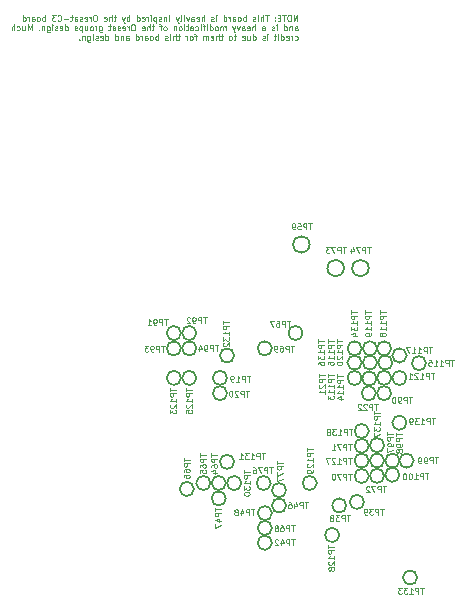
<source format=gbo>
G04 #@! TF.GenerationSoftware,KiCad,Pcbnew,7.0.10*
G04 #@! TF.CreationDate,2024-03-15T14:45:30-06:00*
G04 #@! TF.ProjectId,oresat-c3,6f726573-6174-42d6-9333-2e6b69636164,rev?*
G04 #@! TF.SameCoordinates,Original*
G04 #@! TF.FileFunction,Legend,Bot*
G04 #@! TF.FilePolarity,Positive*
%FSLAX46Y46*%
G04 Gerber Fmt 4.6, Leading zero omitted, Abs format (unit mm)*
G04 Created by KiCad (PCBNEW 7.0.10) date 2024-03-15 14:45:30*
%MOMM*%
%LPD*%
G01*
G04 APERTURE LIST*
%ADD10C,0.125000*%
%ADD11C,0.127000*%
G04 APERTURE END LIST*
D10*
X99148716Y-61272309D02*
X99148716Y-60772309D01*
X99148716Y-60772309D02*
X98863002Y-61272309D01*
X98863002Y-61272309D02*
X98863002Y-60772309D01*
X98529668Y-60772309D02*
X98434430Y-60772309D01*
X98434430Y-60772309D02*
X98386811Y-60796119D01*
X98386811Y-60796119D02*
X98339192Y-60843738D01*
X98339192Y-60843738D02*
X98315382Y-60938976D01*
X98315382Y-60938976D02*
X98315382Y-61105642D01*
X98315382Y-61105642D02*
X98339192Y-61200880D01*
X98339192Y-61200880D02*
X98386811Y-61248500D01*
X98386811Y-61248500D02*
X98434430Y-61272309D01*
X98434430Y-61272309D02*
X98529668Y-61272309D01*
X98529668Y-61272309D02*
X98577287Y-61248500D01*
X98577287Y-61248500D02*
X98624906Y-61200880D01*
X98624906Y-61200880D02*
X98648715Y-61105642D01*
X98648715Y-61105642D02*
X98648715Y-60938976D01*
X98648715Y-60938976D02*
X98624906Y-60843738D01*
X98624906Y-60843738D02*
X98577287Y-60796119D01*
X98577287Y-60796119D02*
X98529668Y-60772309D01*
X98172524Y-60772309D02*
X97886810Y-60772309D01*
X98029667Y-61272309D02*
X98029667Y-60772309D01*
X97720144Y-61010404D02*
X97553477Y-61010404D01*
X97482049Y-61272309D02*
X97720144Y-61272309D01*
X97720144Y-61272309D02*
X97720144Y-60772309D01*
X97720144Y-60772309D02*
X97482049Y-60772309D01*
X97267763Y-61224690D02*
X97243953Y-61248500D01*
X97243953Y-61248500D02*
X97267763Y-61272309D01*
X97267763Y-61272309D02*
X97291572Y-61248500D01*
X97291572Y-61248500D02*
X97267763Y-61224690D01*
X97267763Y-61224690D02*
X97267763Y-61272309D01*
X97267763Y-60962785D02*
X97243953Y-60986595D01*
X97243953Y-60986595D02*
X97267763Y-61010404D01*
X97267763Y-61010404D02*
X97291572Y-60986595D01*
X97291572Y-60986595D02*
X97267763Y-60962785D01*
X97267763Y-60962785D02*
X97267763Y-61010404D01*
X96720144Y-60772309D02*
X96434430Y-60772309D01*
X96577287Y-61272309D02*
X96577287Y-60772309D01*
X96267764Y-61272309D02*
X96267764Y-60772309D01*
X96053478Y-61272309D02*
X96053478Y-61010404D01*
X96053478Y-61010404D02*
X96077288Y-60962785D01*
X96077288Y-60962785D02*
X96124907Y-60938976D01*
X96124907Y-60938976D02*
X96196335Y-60938976D01*
X96196335Y-60938976D02*
X96243954Y-60962785D01*
X96243954Y-60962785D02*
X96267764Y-60986595D01*
X95815383Y-61272309D02*
X95815383Y-60938976D01*
X95815383Y-60772309D02*
X95839192Y-60796119D01*
X95839192Y-60796119D02*
X95815383Y-60819928D01*
X95815383Y-60819928D02*
X95791573Y-60796119D01*
X95791573Y-60796119D02*
X95815383Y-60772309D01*
X95815383Y-60772309D02*
X95815383Y-60819928D01*
X95601097Y-61248500D02*
X95553478Y-61272309D01*
X95553478Y-61272309D02*
X95458240Y-61272309D01*
X95458240Y-61272309D02*
X95410621Y-61248500D01*
X95410621Y-61248500D02*
X95386812Y-61200880D01*
X95386812Y-61200880D02*
X95386812Y-61177071D01*
X95386812Y-61177071D02*
X95410621Y-61129452D01*
X95410621Y-61129452D02*
X95458240Y-61105642D01*
X95458240Y-61105642D02*
X95529669Y-61105642D01*
X95529669Y-61105642D02*
X95577288Y-61081833D01*
X95577288Y-61081833D02*
X95601097Y-61034214D01*
X95601097Y-61034214D02*
X95601097Y-61010404D01*
X95601097Y-61010404D02*
X95577288Y-60962785D01*
X95577288Y-60962785D02*
X95529669Y-60938976D01*
X95529669Y-60938976D02*
X95458240Y-60938976D01*
X95458240Y-60938976D02*
X95410621Y-60962785D01*
X94791574Y-61272309D02*
X94791574Y-60772309D01*
X94791574Y-60962785D02*
X94743955Y-60938976D01*
X94743955Y-60938976D02*
X94648717Y-60938976D01*
X94648717Y-60938976D02*
X94601098Y-60962785D01*
X94601098Y-60962785D02*
X94577288Y-60986595D01*
X94577288Y-60986595D02*
X94553479Y-61034214D01*
X94553479Y-61034214D02*
X94553479Y-61177071D01*
X94553479Y-61177071D02*
X94577288Y-61224690D01*
X94577288Y-61224690D02*
X94601098Y-61248500D01*
X94601098Y-61248500D02*
X94648717Y-61272309D01*
X94648717Y-61272309D02*
X94743955Y-61272309D01*
X94743955Y-61272309D02*
X94791574Y-61248500D01*
X94267764Y-61272309D02*
X94315383Y-61248500D01*
X94315383Y-61248500D02*
X94339193Y-61224690D01*
X94339193Y-61224690D02*
X94363002Y-61177071D01*
X94363002Y-61177071D02*
X94363002Y-61034214D01*
X94363002Y-61034214D02*
X94339193Y-60986595D01*
X94339193Y-60986595D02*
X94315383Y-60962785D01*
X94315383Y-60962785D02*
X94267764Y-60938976D01*
X94267764Y-60938976D02*
X94196336Y-60938976D01*
X94196336Y-60938976D02*
X94148717Y-60962785D01*
X94148717Y-60962785D02*
X94124907Y-60986595D01*
X94124907Y-60986595D02*
X94101098Y-61034214D01*
X94101098Y-61034214D02*
X94101098Y-61177071D01*
X94101098Y-61177071D02*
X94124907Y-61224690D01*
X94124907Y-61224690D02*
X94148717Y-61248500D01*
X94148717Y-61248500D02*
X94196336Y-61272309D01*
X94196336Y-61272309D02*
X94267764Y-61272309D01*
X93672526Y-61272309D02*
X93672526Y-61010404D01*
X93672526Y-61010404D02*
X93696336Y-60962785D01*
X93696336Y-60962785D02*
X93743955Y-60938976D01*
X93743955Y-60938976D02*
X93839193Y-60938976D01*
X93839193Y-60938976D02*
X93886812Y-60962785D01*
X93672526Y-61248500D02*
X93720145Y-61272309D01*
X93720145Y-61272309D02*
X93839193Y-61272309D01*
X93839193Y-61272309D02*
X93886812Y-61248500D01*
X93886812Y-61248500D02*
X93910621Y-61200880D01*
X93910621Y-61200880D02*
X93910621Y-61153261D01*
X93910621Y-61153261D02*
X93886812Y-61105642D01*
X93886812Y-61105642D02*
X93839193Y-61081833D01*
X93839193Y-61081833D02*
X93720145Y-61081833D01*
X93720145Y-61081833D02*
X93672526Y-61058023D01*
X93434431Y-61272309D02*
X93434431Y-60938976D01*
X93434431Y-61034214D02*
X93410621Y-60986595D01*
X93410621Y-60986595D02*
X93386812Y-60962785D01*
X93386812Y-60962785D02*
X93339193Y-60938976D01*
X93339193Y-60938976D02*
X93291574Y-60938976D01*
X92910621Y-61272309D02*
X92910621Y-60772309D01*
X92910621Y-61248500D02*
X92958240Y-61272309D01*
X92958240Y-61272309D02*
X93053478Y-61272309D01*
X93053478Y-61272309D02*
X93101097Y-61248500D01*
X93101097Y-61248500D02*
X93124907Y-61224690D01*
X93124907Y-61224690D02*
X93148716Y-61177071D01*
X93148716Y-61177071D02*
X93148716Y-61034214D01*
X93148716Y-61034214D02*
X93124907Y-60986595D01*
X93124907Y-60986595D02*
X93101097Y-60962785D01*
X93101097Y-60962785D02*
X93053478Y-60938976D01*
X93053478Y-60938976D02*
X92958240Y-60938976D01*
X92958240Y-60938976D02*
X92910621Y-60962785D01*
X92291574Y-61272309D02*
X92291574Y-60938976D01*
X92291574Y-60772309D02*
X92315383Y-60796119D01*
X92315383Y-60796119D02*
X92291574Y-60819928D01*
X92291574Y-60819928D02*
X92267764Y-60796119D01*
X92267764Y-60796119D02*
X92291574Y-60772309D01*
X92291574Y-60772309D02*
X92291574Y-60819928D01*
X92077288Y-61248500D02*
X92029669Y-61272309D01*
X92029669Y-61272309D02*
X91934431Y-61272309D01*
X91934431Y-61272309D02*
X91886812Y-61248500D01*
X91886812Y-61248500D02*
X91863003Y-61200880D01*
X91863003Y-61200880D02*
X91863003Y-61177071D01*
X91863003Y-61177071D02*
X91886812Y-61129452D01*
X91886812Y-61129452D02*
X91934431Y-61105642D01*
X91934431Y-61105642D02*
X92005860Y-61105642D01*
X92005860Y-61105642D02*
X92053479Y-61081833D01*
X92053479Y-61081833D02*
X92077288Y-61034214D01*
X92077288Y-61034214D02*
X92077288Y-61010404D01*
X92077288Y-61010404D02*
X92053479Y-60962785D01*
X92053479Y-60962785D02*
X92005860Y-60938976D01*
X92005860Y-60938976D02*
X91934431Y-60938976D01*
X91934431Y-60938976D02*
X91886812Y-60962785D01*
X91267765Y-61272309D02*
X91267765Y-60772309D01*
X91053479Y-61272309D02*
X91053479Y-61010404D01*
X91053479Y-61010404D02*
X91077289Y-60962785D01*
X91077289Y-60962785D02*
X91124908Y-60938976D01*
X91124908Y-60938976D02*
X91196336Y-60938976D01*
X91196336Y-60938976D02*
X91243955Y-60962785D01*
X91243955Y-60962785D02*
X91267765Y-60986595D01*
X90624908Y-61248500D02*
X90672527Y-61272309D01*
X90672527Y-61272309D02*
X90767765Y-61272309D01*
X90767765Y-61272309D02*
X90815384Y-61248500D01*
X90815384Y-61248500D02*
X90839193Y-61200880D01*
X90839193Y-61200880D02*
X90839193Y-61010404D01*
X90839193Y-61010404D02*
X90815384Y-60962785D01*
X90815384Y-60962785D02*
X90767765Y-60938976D01*
X90767765Y-60938976D02*
X90672527Y-60938976D01*
X90672527Y-60938976D02*
X90624908Y-60962785D01*
X90624908Y-60962785D02*
X90601098Y-61010404D01*
X90601098Y-61010404D02*
X90601098Y-61058023D01*
X90601098Y-61058023D02*
X90839193Y-61105642D01*
X90172527Y-61272309D02*
X90172527Y-61010404D01*
X90172527Y-61010404D02*
X90196337Y-60962785D01*
X90196337Y-60962785D02*
X90243956Y-60938976D01*
X90243956Y-60938976D02*
X90339194Y-60938976D01*
X90339194Y-60938976D02*
X90386813Y-60962785D01*
X90172527Y-61248500D02*
X90220146Y-61272309D01*
X90220146Y-61272309D02*
X90339194Y-61272309D01*
X90339194Y-61272309D02*
X90386813Y-61248500D01*
X90386813Y-61248500D02*
X90410622Y-61200880D01*
X90410622Y-61200880D02*
X90410622Y-61153261D01*
X90410622Y-61153261D02*
X90386813Y-61105642D01*
X90386813Y-61105642D02*
X90339194Y-61081833D01*
X90339194Y-61081833D02*
X90220146Y-61081833D01*
X90220146Y-61081833D02*
X90172527Y-61058023D01*
X89982051Y-60938976D02*
X89863003Y-61272309D01*
X89863003Y-61272309D02*
X89743956Y-60938976D01*
X89553480Y-61272309D02*
X89553480Y-60938976D01*
X89553480Y-60772309D02*
X89577289Y-60796119D01*
X89577289Y-60796119D02*
X89553480Y-60819928D01*
X89553480Y-60819928D02*
X89529670Y-60796119D01*
X89529670Y-60796119D02*
X89553480Y-60772309D01*
X89553480Y-60772309D02*
X89553480Y-60819928D01*
X89243956Y-61272309D02*
X89291575Y-61248500D01*
X89291575Y-61248500D02*
X89315385Y-61200880D01*
X89315385Y-61200880D02*
X89315385Y-60772309D01*
X89101099Y-60938976D02*
X88982051Y-61272309D01*
X88863004Y-60938976D02*
X88982051Y-61272309D01*
X88982051Y-61272309D02*
X89029670Y-61391357D01*
X89029670Y-61391357D02*
X89053480Y-61415166D01*
X89053480Y-61415166D02*
X89101099Y-61438976D01*
X88291576Y-61272309D02*
X88291576Y-60938976D01*
X88291576Y-60772309D02*
X88315385Y-60796119D01*
X88315385Y-60796119D02*
X88291576Y-60819928D01*
X88291576Y-60819928D02*
X88267766Y-60796119D01*
X88267766Y-60796119D02*
X88291576Y-60772309D01*
X88291576Y-60772309D02*
X88291576Y-60819928D01*
X88053481Y-60938976D02*
X88053481Y-61272309D01*
X88053481Y-60986595D02*
X88029671Y-60962785D01*
X88029671Y-60962785D02*
X87982052Y-60938976D01*
X87982052Y-60938976D02*
X87910624Y-60938976D01*
X87910624Y-60938976D02*
X87863005Y-60962785D01*
X87863005Y-60962785D02*
X87839195Y-61010404D01*
X87839195Y-61010404D02*
X87839195Y-61272309D01*
X87624909Y-61248500D02*
X87577290Y-61272309D01*
X87577290Y-61272309D02*
X87482052Y-61272309D01*
X87482052Y-61272309D02*
X87434433Y-61248500D01*
X87434433Y-61248500D02*
X87410624Y-61200880D01*
X87410624Y-61200880D02*
X87410624Y-61177071D01*
X87410624Y-61177071D02*
X87434433Y-61129452D01*
X87434433Y-61129452D02*
X87482052Y-61105642D01*
X87482052Y-61105642D02*
X87553481Y-61105642D01*
X87553481Y-61105642D02*
X87601100Y-61081833D01*
X87601100Y-61081833D02*
X87624909Y-61034214D01*
X87624909Y-61034214D02*
X87624909Y-61010404D01*
X87624909Y-61010404D02*
X87601100Y-60962785D01*
X87601100Y-60962785D02*
X87553481Y-60938976D01*
X87553481Y-60938976D02*
X87482052Y-60938976D01*
X87482052Y-60938976D02*
X87434433Y-60962785D01*
X87196338Y-60938976D02*
X87196338Y-61438976D01*
X87196338Y-60962785D02*
X87148719Y-60938976D01*
X87148719Y-60938976D02*
X87053481Y-60938976D01*
X87053481Y-60938976D02*
X87005862Y-60962785D01*
X87005862Y-60962785D02*
X86982052Y-60986595D01*
X86982052Y-60986595D02*
X86958243Y-61034214D01*
X86958243Y-61034214D02*
X86958243Y-61177071D01*
X86958243Y-61177071D02*
X86982052Y-61224690D01*
X86982052Y-61224690D02*
X87005862Y-61248500D01*
X87005862Y-61248500D02*
X87053481Y-61272309D01*
X87053481Y-61272309D02*
X87148719Y-61272309D01*
X87148719Y-61272309D02*
X87196338Y-61248500D01*
X86743957Y-61272309D02*
X86743957Y-60938976D01*
X86743957Y-60772309D02*
X86767766Y-60796119D01*
X86767766Y-60796119D02*
X86743957Y-60819928D01*
X86743957Y-60819928D02*
X86720147Y-60796119D01*
X86720147Y-60796119D02*
X86743957Y-60772309D01*
X86743957Y-60772309D02*
X86743957Y-60819928D01*
X86505862Y-61272309D02*
X86505862Y-60938976D01*
X86505862Y-61034214D02*
X86482052Y-60986595D01*
X86482052Y-60986595D02*
X86458243Y-60962785D01*
X86458243Y-60962785D02*
X86410624Y-60938976D01*
X86410624Y-60938976D02*
X86363005Y-60938976D01*
X86005862Y-61248500D02*
X86053481Y-61272309D01*
X86053481Y-61272309D02*
X86148719Y-61272309D01*
X86148719Y-61272309D02*
X86196338Y-61248500D01*
X86196338Y-61248500D02*
X86220147Y-61200880D01*
X86220147Y-61200880D02*
X86220147Y-61010404D01*
X86220147Y-61010404D02*
X86196338Y-60962785D01*
X86196338Y-60962785D02*
X86148719Y-60938976D01*
X86148719Y-60938976D02*
X86053481Y-60938976D01*
X86053481Y-60938976D02*
X86005862Y-60962785D01*
X86005862Y-60962785D02*
X85982052Y-61010404D01*
X85982052Y-61010404D02*
X85982052Y-61058023D01*
X85982052Y-61058023D02*
X86220147Y-61105642D01*
X85553481Y-61272309D02*
X85553481Y-60772309D01*
X85553481Y-61248500D02*
X85601100Y-61272309D01*
X85601100Y-61272309D02*
X85696338Y-61272309D01*
X85696338Y-61272309D02*
X85743957Y-61248500D01*
X85743957Y-61248500D02*
X85767767Y-61224690D01*
X85767767Y-61224690D02*
X85791576Y-61177071D01*
X85791576Y-61177071D02*
X85791576Y-61034214D01*
X85791576Y-61034214D02*
X85767767Y-60986595D01*
X85767767Y-60986595D02*
X85743957Y-60962785D01*
X85743957Y-60962785D02*
X85696338Y-60938976D01*
X85696338Y-60938976D02*
X85601100Y-60938976D01*
X85601100Y-60938976D02*
X85553481Y-60962785D01*
X84934434Y-61272309D02*
X84934434Y-60772309D01*
X84934434Y-60962785D02*
X84886815Y-60938976D01*
X84886815Y-60938976D02*
X84791577Y-60938976D01*
X84791577Y-60938976D02*
X84743958Y-60962785D01*
X84743958Y-60962785D02*
X84720148Y-60986595D01*
X84720148Y-60986595D02*
X84696339Y-61034214D01*
X84696339Y-61034214D02*
X84696339Y-61177071D01*
X84696339Y-61177071D02*
X84720148Y-61224690D01*
X84720148Y-61224690D02*
X84743958Y-61248500D01*
X84743958Y-61248500D02*
X84791577Y-61272309D01*
X84791577Y-61272309D02*
X84886815Y-61272309D01*
X84886815Y-61272309D02*
X84934434Y-61248500D01*
X84529672Y-60938976D02*
X84410624Y-61272309D01*
X84291577Y-60938976D02*
X84410624Y-61272309D01*
X84410624Y-61272309D02*
X84458243Y-61391357D01*
X84458243Y-61391357D02*
X84482053Y-61415166D01*
X84482053Y-61415166D02*
X84529672Y-61438976D01*
X83791577Y-60938976D02*
X83601101Y-60938976D01*
X83720149Y-60772309D02*
X83720149Y-61200880D01*
X83720149Y-61200880D02*
X83696339Y-61248500D01*
X83696339Y-61248500D02*
X83648720Y-61272309D01*
X83648720Y-61272309D02*
X83601101Y-61272309D01*
X83434435Y-61272309D02*
X83434435Y-60772309D01*
X83220149Y-61272309D02*
X83220149Y-61010404D01*
X83220149Y-61010404D02*
X83243959Y-60962785D01*
X83243959Y-60962785D02*
X83291578Y-60938976D01*
X83291578Y-60938976D02*
X83363006Y-60938976D01*
X83363006Y-60938976D02*
X83410625Y-60962785D01*
X83410625Y-60962785D02*
X83434435Y-60986595D01*
X82791578Y-61248500D02*
X82839197Y-61272309D01*
X82839197Y-61272309D02*
X82934435Y-61272309D01*
X82934435Y-61272309D02*
X82982054Y-61248500D01*
X82982054Y-61248500D02*
X83005863Y-61200880D01*
X83005863Y-61200880D02*
X83005863Y-61010404D01*
X83005863Y-61010404D02*
X82982054Y-60962785D01*
X82982054Y-60962785D02*
X82934435Y-60938976D01*
X82934435Y-60938976D02*
X82839197Y-60938976D01*
X82839197Y-60938976D02*
X82791578Y-60962785D01*
X82791578Y-60962785D02*
X82767768Y-61010404D01*
X82767768Y-61010404D02*
X82767768Y-61058023D01*
X82767768Y-61058023D02*
X83005863Y-61105642D01*
X82077293Y-60772309D02*
X81982055Y-60772309D01*
X81982055Y-60772309D02*
X81934436Y-60796119D01*
X81934436Y-60796119D02*
X81886817Y-60843738D01*
X81886817Y-60843738D02*
X81863007Y-60938976D01*
X81863007Y-60938976D02*
X81863007Y-61105642D01*
X81863007Y-61105642D02*
X81886817Y-61200880D01*
X81886817Y-61200880D02*
X81934436Y-61248500D01*
X81934436Y-61248500D02*
X81982055Y-61272309D01*
X81982055Y-61272309D02*
X82077293Y-61272309D01*
X82077293Y-61272309D02*
X82124912Y-61248500D01*
X82124912Y-61248500D02*
X82172531Y-61200880D01*
X82172531Y-61200880D02*
X82196340Y-61105642D01*
X82196340Y-61105642D02*
X82196340Y-60938976D01*
X82196340Y-60938976D02*
X82172531Y-60843738D01*
X82172531Y-60843738D02*
X82124912Y-60796119D01*
X82124912Y-60796119D02*
X82077293Y-60772309D01*
X81648721Y-61272309D02*
X81648721Y-60938976D01*
X81648721Y-61034214D02*
X81624911Y-60986595D01*
X81624911Y-60986595D02*
X81601102Y-60962785D01*
X81601102Y-60962785D02*
X81553483Y-60938976D01*
X81553483Y-60938976D02*
X81505864Y-60938976D01*
X81148721Y-61248500D02*
X81196340Y-61272309D01*
X81196340Y-61272309D02*
X81291578Y-61272309D01*
X81291578Y-61272309D02*
X81339197Y-61248500D01*
X81339197Y-61248500D02*
X81363006Y-61200880D01*
X81363006Y-61200880D02*
X81363006Y-61010404D01*
X81363006Y-61010404D02*
X81339197Y-60962785D01*
X81339197Y-60962785D02*
X81291578Y-60938976D01*
X81291578Y-60938976D02*
X81196340Y-60938976D01*
X81196340Y-60938976D02*
X81148721Y-60962785D01*
X81148721Y-60962785D02*
X81124911Y-61010404D01*
X81124911Y-61010404D02*
X81124911Y-61058023D01*
X81124911Y-61058023D02*
X81363006Y-61105642D01*
X80934435Y-61248500D02*
X80886816Y-61272309D01*
X80886816Y-61272309D02*
X80791578Y-61272309D01*
X80791578Y-61272309D02*
X80743959Y-61248500D01*
X80743959Y-61248500D02*
X80720150Y-61200880D01*
X80720150Y-61200880D02*
X80720150Y-61177071D01*
X80720150Y-61177071D02*
X80743959Y-61129452D01*
X80743959Y-61129452D02*
X80791578Y-61105642D01*
X80791578Y-61105642D02*
X80863007Y-61105642D01*
X80863007Y-61105642D02*
X80910626Y-61081833D01*
X80910626Y-61081833D02*
X80934435Y-61034214D01*
X80934435Y-61034214D02*
X80934435Y-61010404D01*
X80934435Y-61010404D02*
X80910626Y-60962785D01*
X80910626Y-60962785D02*
X80863007Y-60938976D01*
X80863007Y-60938976D02*
X80791578Y-60938976D01*
X80791578Y-60938976D02*
X80743959Y-60962785D01*
X80291578Y-61272309D02*
X80291578Y-61010404D01*
X80291578Y-61010404D02*
X80315388Y-60962785D01*
X80315388Y-60962785D02*
X80363007Y-60938976D01*
X80363007Y-60938976D02*
X80458245Y-60938976D01*
X80458245Y-60938976D02*
X80505864Y-60962785D01*
X80291578Y-61248500D02*
X80339197Y-61272309D01*
X80339197Y-61272309D02*
X80458245Y-61272309D01*
X80458245Y-61272309D02*
X80505864Y-61248500D01*
X80505864Y-61248500D02*
X80529673Y-61200880D01*
X80529673Y-61200880D02*
X80529673Y-61153261D01*
X80529673Y-61153261D02*
X80505864Y-61105642D01*
X80505864Y-61105642D02*
X80458245Y-61081833D01*
X80458245Y-61081833D02*
X80339197Y-61081833D01*
X80339197Y-61081833D02*
X80291578Y-61058023D01*
X80124911Y-60938976D02*
X79934435Y-60938976D01*
X80053483Y-60772309D02*
X80053483Y-61200880D01*
X80053483Y-61200880D02*
X80029673Y-61248500D01*
X80029673Y-61248500D02*
X79982054Y-61272309D01*
X79982054Y-61272309D02*
X79934435Y-61272309D01*
X79767769Y-61081833D02*
X79386817Y-61081833D01*
X78863007Y-61224690D02*
X78886816Y-61248500D01*
X78886816Y-61248500D02*
X78958245Y-61272309D01*
X78958245Y-61272309D02*
X79005864Y-61272309D01*
X79005864Y-61272309D02*
X79077292Y-61248500D01*
X79077292Y-61248500D02*
X79124911Y-61200880D01*
X79124911Y-61200880D02*
X79148721Y-61153261D01*
X79148721Y-61153261D02*
X79172530Y-61058023D01*
X79172530Y-61058023D02*
X79172530Y-60986595D01*
X79172530Y-60986595D02*
X79148721Y-60891357D01*
X79148721Y-60891357D02*
X79124911Y-60843738D01*
X79124911Y-60843738D02*
X79077292Y-60796119D01*
X79077292Y-60796119D02*
X79005864Y-60772309D01*
X79005864Y-60772309D02*
X78958245Y-60772309D01*
X78958245Y-60772309D02*
X78886816Y-60796119D01*
X78886816Y-60796119D02*
X78863007Y-60819928D01*
X78696340Y-60772309D02*
X78386816Y-60772309D01*
X78386816Y-60772309D02*
X78553483Y-60962785D01*
X78553483Y-60962785D02*
X78482054Y-60962785D01*
X78482054Y-60962785D02*
X78434435Y-60986595D01*
X78434435Y-60986595D02*
X78410626Y-61010404D01*
X78410626Y-61010404D02*
X78386816Y-61058023D01*
X78386816Y-61058023D02*
X78386816Y-61177071D01*
X78386816Y-61177071D02*
X78410626Y-61224690D01*
X78410626Y-61224690D02*
X78434435Y-61248500D01*
X78434435Y-61248500D02*
X78482054Y-61272309D01*
X78482054Y-61272309D02*
X78624911Y-61272309D01*
X78624911Y-61272309D02*
X78672530Y-61248500D01*
X78672530Y-61248500D02*
X78696340Y-61224690D01*
X77791579Y-61272309D02*
X77791579Y-60772309D01*
X77791579Y-60962785D02*
X77743960Y-60938976D01*
X77743960Y-60938976D02*
X77648722Y-60938976D01*
X77648722Y-60938976D02*
X77601103Y-60962785D01*
X77601103Y-60962785D02*
X77577293Y-60986595D01*
X77577293Y-60986595D02*
X77553484Y-61034214D01*
X77553484Y-61034214D02*
X77553484Y-61177071D01*
X77553484Y-61177071D02*
X77577293Y-61224690D01*
X77577293Y-61224690D02*
X77601103Y-61248500D01*
X77601103Y-61248500D02*
X77648722Y-61272309D01*
X77648722Y-61272309D02*
X77743960Y-61272309D01*
X77743960Y-61272309D02*
X77791579Y-61248500D01*
X77267769Y-61272309D02*
X77315388Y-61248500D01*
X77315388Y-61248500D02*
X77339198Y-61224690D01*
X77339198Y-61224690D02*
X77363007Y-61177071D01*
X77363007Y-61177071D02*
X77363007Y-61034214D01*
X77363007Y-61034214D02*
X77339198Y-60986595D01*
X77339198Y-60986595D02*
X77315388Y-60962785D01*
X77315388Y-60962785D02*
X77267769Y-60938976D01*
X77267769Y-60938976D02*
X77196341Y-60938976D01*
X77196341Y-60938976D02*
X77148722Y-60962785D01*
X77148722Y-60962785D02*
X77124912Y-60986595D01*
X77124912Y-60986595D02*
X77101103Y-61034214D01*
X77101103Y-61034214D02*
X77101103Y-61177071D01*
X77101103Y-61177071D02*
X77124912Y-61224690D01*
X77124912Y-61224690D02*
X77148722Y-61248500D01*
X77148722Y-61248500D02*
X77196341Y-61272309D01*
X77196341Y-61272309D02*
X77267769Y-61272309D01*
X76672531Y-61272309D02*
X76672531Y-61010404D01*
X76672531Y-61010404D02*
X76696341Y-60962785D01*
X76696341Y-60962785D02*
X76743960Y-60938976D01*
X76743960Y-60938976D02*
X76839198Y-60938976D01*
X76839198Y-60938976D02*
X76886817Y-60962785D01*
X76672531Y-61248500D02*
X76720150Y-61272309D01*
X76720150Y-61272309D02*
X76839198Y-61272309D01*
X76839198Y-61272309D02*
X76886817Y-61248500D01*
X76886817Y-61248500D02*
X76910626Y-61200880D01*
X76910626Y-61200880D02*
X76910626Y-61153261D01*
X76910626Y-61153261D02*
X76886817Y-61105642D01*
X76886817Y-61105642D02*
X76839198Y-61081833D01*
X76839198Y-61081833D02*
X76720150Y-61081833D01*
X76720150Y-61081833D02*
X76672531Y-61058023D01*
X76434436Y-61272309D02*
X76434436Y-60938976D01*
X76434436Y-61034214D02*
X76410626Y-60986595D01*
X76410626Y-60986595D02*
X76386817Y-60962785D01*
X76386817Y-60962785D02*
X76339198Y-60938976D01*
X76339198Y-60938976D02*
X76291579Y-60938976D01*
X75910626Y-61272309D02*
X75910626Y-60772309D01*
X75910626Y-61248500D02*
X75958245Y-61272309D01*
X75958245Y-61272309D02*
X76053483Y-61272309D01*
X76053483Y-61272309D02*
X76101102Y-61248500D01*
X76101102Y-61248500D02*
X76124912Y-61224690D01*
X76124912Y-61224690D02*
X76148721Y-61177071D01*
X76148721Y-61177071D02*
X76148721Y-61034214D01*
X76148721Y-61034214D02*
X76124912Y-60986595D01*
X76124912Y-60986595D02*
X76101102Y-60962785D01*
X76101102Y-60962785D02*
X76053483Y-60938976D01*
X76053483Y-60938976D02*
X75958245Y-60938976D01*
X75958245Y-60938976D02*
X75910626Y-60962785D01*
X98934430Y-62077309D02*
X98934430Y-61815404D01*
X98934430Y-61815404D02*
X98958240Y-61767785D01*
X98958240Y-61767785D02*
X99005859Y-61743976D01*
X99005859Y-61743976D02*
X99101097Y-61743976D01*
X99101097Y-61743976D02*
X99148716Y-61767785D01*
X98934430Y-62053500D02*
X98982049Y-62077309D01*
X98982049Y-62077309D02*
X99101097Y-62077309D01*
X99101097Y-62077309D02*
X99148716Y-62053500D01*
X99148716Y-62053500D02*
X99172525Y-62005880D01*
X99172525Y-62005880D02*
X99172525Y-61958261D01*
X99172525Y-61958261D02*
X99148716Y-61910642D01*
X99148716Y-61910642D02*
X99101097Y-61886833D01*
X99101097Y-61886833D02*
X98982049Y-61886833D01*
X98982049Y-61886833D02*
X98934430Y-61863023D01*
X98696335Y-61743976D02*
X98696335Y-62077309D01*
X98696335Y-61791595D02*
X98672525Y-61767785D01*
X98672525Y-61767785D02*
X98624906Y-61743976D01*
X98624906Y-61743976D02*
X98553478Y-61743976D01*
X98553478Y-61743976D02*
X98505859Y-61767785D01*
X98505859Y-61767785D02*
X98482049Y-61815404D01*
X98482049Y-61815404D02*
X98482049Y-62077309D01*
X98029668Y-62077309D02*
X98029668Y-61577309D01*
X98029668Y-62053500D02*
X98077287Y-62077309D01*
X98077287Y-62077309D02*
X98172525Y-62077309D01*
X98172525Y-62077309D02*
X98220144Y-62053500D01*
X98220144Y-62053500D02*
X98243954Y-62029690D01*
X98243954Y-62029690D02*
X98267763Y-61982071D01*
X98267763Y-61982071D02*
X98267763Y-61839214D01*
X98267763Y-61839214D02*
X98243954Y-61791595D01*
X98243954Y-61791595D02*
X98220144Y-61767785D01*
X98220144Y-61767785D02*
X98172525Y-61743976D01*
X98172525Y-61743976D02*
X98077287Y-61743976D01*
X98077287Y-61743976D02*
X98029668Y-61767785D01*
X97410621Y-62077309D02*
X97410621Y-61743976D01*
X97410621Y-61577309D02*
X97434430Y-61601119D01*
X97434430Y-61601119D02*
X97410621Y-61624928D01*
X97410621Y-61624928D02*
X97386811Y-61601119D01*
X97386811Y-61601119D02*
X97410621Y-61577309D01*
X97410621Y-61577309D02*
X97410621Y-61624928D01*
X97196335Y-62053500D02*
X97148716Y-62077309D01*
X97148716Y-62077309D02*
X97053478Y-62077309D01*
X97053478Y-62077309D02*
X97005859Y-62053500D01*
X97005859Y-62053500D02*
X96982050Y-62005880D01*
X96982050Y-62005880D02*
X96982050Y-61982071D01*
X96982050Y-61982071D02*
X97005859Y-61934452D01*
X97005859Y-61934452D02*
X97053478Y-61910642D01*
X97053478Y-61910642D02*
X97124907Y-61910642D01*
X97124907Y-61910642D02*
X97172526Y-61886833D01*
X97172526Y-61886833D02*
X97196335Y-61839214D01*
X97196335Y-61839214D02*
X97196335Y-61815404D01*
X97196335Y-61815404D02*
X97172526Y-61767785D01*
X97172526Y-61767785D02*
X97124907Y-61743976D01*
X97124907Y-61743976D02*
X97053478Y-61743976D01*
X97053478Y-61743976D02*
X97005859Y-61767785D01*
X96172526Y-62077309D02*
X96172526Y-61815404D01*
X96172526Y-61815404D02*
X96196336Y-61767785D01*
X96196336Y-61767785D02*
X96243955Y-61743976D01*
X96243955Y-61743976D02*
X96339193Y-61743976D01*
X96339193Y-61743976D02*
X96386812Y-61767785D01*
X96172526Y-62053500D02*
X96220145Y-62077309D01*
X96220145Y-62077309D02*
X96339193Y-62077309D01*
X96339193Y-62077309D02*
X96386812Y-62053500D01*
X96386812Y-62053500D02*
X96410621Y-62005880D01*
X96410621Y-62005880D02*
X96410621Y-61958261D01*
X96410621Y-61958261D02*
X96386812Y-61910642D01*
X96386812Y-61910642D02*
X96339193Y-61886833D01*
X96339193Y-61886833D02*
X96220145Y-61886833D01*
X96220145Y-61886833D02*
X96172526Y-61863023D01*
X95553479Y-62077309D02*
X95553479Y-61577309D01*
X95339193Y-62077309D02*
X95339193Y-61815404D01*
X95339193Y-61815404D02*
X95363003Y-61767785D01*
X95363003Y-61767785D02*
X95410622Y-61743976D01*
X95410622Y-61743976D02*
X95482050Y-61743976D01*
X95482050Y-61743976D02*
X95529669Y-61767785D01*
X95529669Y-61767785D02*
X95553479Y-61791595D01*
X94910622Y-62053500D02*
X94958241Y-62077309D01*
X94958241Y-62077309D02*
X95053479Y-62077309D01*
X95053479Y-62077309D02*
X95101098Y-62053500D01*
X95101098Y-62053500D02*
X95124907Y-62005880D01*
X95124907Y-62005880D02*
X95124907Y-61815404D01*
X95124907Y-61815404D02*
X95101098Y-61767785D01*
X95101098Y-61767785D02*
X95053479Y-61743976D01*
X95053479Y-61743976D02*
X94958241Y-61743976D01*
X94958241Y-61743976D02*
X94910622Y-61767785D01*
X94910622Y-61767785D02*
X94886812Y-61815404D01*
X94886812Y-61815404D02*
X94886812Y-61863023D01*
X94886812Y-61863023D02*
X95124907Y-61910642D01*
X94458241Y-62077309D02*
X94458241Y-61815404D01*
X94458241Y-61815404D02*
X94482051Y-61767785D01*
X94482051Y-61767785D02*
X94529670Y-61743976D01*
X94529670Y-61743976D02*
X94624908Y-61743976D01*
X94624908Y-61743976D02*
X94672527Y-61767785D01*
X94458241Y-62053500D02*
X94505860Y-62077309D01*
X94505860Y-62077309D02*
X94624908Y-62077309D01*
X94624908Y-62077309D02*
X94672527Y-62053500D01*
X94672527Y-62053500D02*
X94696336Y-62005880D01*
X94696336Y-62005880D02*
X94696336Y-61958261D01*
X94696336Y-61958261D02*
X94672527Y-61910642D01*
X94672527Y-61910642D02*
X94624908Y-61886833D01*
X94624908Y-61886833D02*
X94505860Y-61886833D01*
X94505860Y-61886833D02*
X94458241Y-61863023D01*
X94267765Y-61743976D02*
X94148717Y-62077309D01*
X94148717Y-62077309D02*
X94029670Y-61743976D01*
X93886813Y-61743976D02*
X93767765Y-62077309D01*
X93648718Y-61743976D02*
X93767765Y-62077309D01*
X93767765Y-62077309D02*
X93815384Y-62196357D01*
X93815384Y-62196357D02*
X93839194Y-62220166D01*
X93839194Y-62220166D02*
X93886813Y-62243976D01*
X93077290Y-62077309D02*
X93077290Y-61743976D01*
X93077290Y-61791595D02*
X93053480Y-61767785D01*
X93053480Y-61767785D02*
X93005861Y-61743976D01*
X93005861Y-61743976D02*
X92934433Y-61743976D01*
X92934433Y-61743976D02*
X92886814Y-61767785D01*
X92886814Y-61767785D02*
X92863004Y-61815404D01*
X92863004Y-61815404D02*
X92863004Y-62077309D01*
X92863004Y-61815404D02*
X92839195Y-61767785D01*
X92839195Y-61767785D02*
X92791576Y-61743976D01*
X92791576Y-61743976D02*
X92720147Y-61743976D01*
X92720147Y-61743976D02*
X92672528Y-61767785D01*
X92672528Y-61767785D02*
X92648718Y-61815404D01*
X92648718Y-61815404D02*
X92648718Y-62077309D01*
X92339194Y-62077309D02*
X92386813Y-62053500D01*
X92386813Y-62053500D02*
X92410623Y-62029690D01*
X92410623Y-62029690D02*
X92434432Y-61982071D01*
X92434432Y-61982071D02*
X92434432Y-61839214D01*
X92434432Y-61839214D02*
X92410623Y-61791595D01*
X92410623Y-61791595D02*
X92386813Y-61767785D01*
X92386813Y-61767785D02*
X92339194Y-61743976D01*
X92339194Y-61743976D02*
X92267766Y-61743976D01*
X92267766Y-61743976D02*
X92220147Y-61767785D01*
X92220147Y-61767785D02*
X92196337Y-61791595D01*
X92196337Y-61791595D02*
X92172528Y-61839214D01*
X92172528Y-61839214D02*
X92172528Y-61982071D01*
X92172528Y-61982071D02*
X92196337Y-62029690D01*
X92196337Y-62029690D02*
X92220147Y-62053500D01*
X92220147Y-62053500D02*
X92267766Y-62077309D01*
X92267766Y-62077309D02*
X92339194Y-62077309D01*
X91743956Y-62077309D02*
X91743956Y-61577309D01*
X91743956Y-62053500D02*
X91791575Y-62077309D01*
X91791575Y-62077309D02*
X91886813Y-62077309D01*
X91886813Y-62077309D02*
X91934432Y-62053500D01*
X91934432Y-62053500D02*
X91958242Y-62029690D01*
X91958242Y-62029690D02*
X91982051Y-61982071D01*
X91982051Y-61982071D02*
X91982051Y-61839214D01*
X91982051Y-61839214D02*
X91958242Y-61791595D01*
X91958242Y-61791595D02*
X91934432Y-61767785D01*
X91934432Y-61767785D02*
X91886813Y-61743976D01*
X91886813Y-61743976D02*
X91791575Y-61743976D01*
X91791575Y-61743976D02*
X91743956Y-61767785D01*
X91505861Y-62077309D02*
X91505861Y-61743976D01*
X91505861Y-61577309D02*
X91529670Y-61601119D01*
X91529670Y-61601119D02*
X91505861Y-61624928D01*
X91505861Y-61624928D02*
X91482051Y-61601119D01*
X91482051Y-61601119D02*
X91505861Y-61577309D01*
X91505861Y-61577309D02*
X91505861Y-61624928D01*
X91339194Y-61743976D02*
X91148718Y-61743976D01*
X91267766Y-62077309D02*
X91267766Y-61648738D01*
X91267766Y-61648738D02*
X91243956Y-61601119D01*
X91243956Y-61601119D02*
X91196337Y-61577309D01*
X91196337Y-61577309D02*
X91148718Y-61577309D01*
X90982052Y-62077309D02*
X90982052Y-61743976D01*
X90982052Y-61577309D02*
X91005861Y-61601119D01*
X91005861Y-61601119D02*
X90982052Y-61624928D01*
X90982052Y-61624928D02*
X90958242Y-61601119D01*
X90958242Y-61601119D02*
X90982052Y-61577309D01*
X90982052Y-61577309D02*
X90982052Y-61624928D01*
X90529671Y-62053500D02*
X90577290Y-62077309D01*
X90577290Y-62077309D02*
X90672528Y-62077309D01*
X90672528Y-62077309D02*
X90720147Y-62053500D01*
X90720147Y-62053500D02*
X90743957Y-62029690D01*
X90743957Y-62029690D02*
X90767766Y-61982071D01*
X90767766Y-61982071D02*
X90767766Y-61839214D01*
X90767766Y-61839214D02*
X90743957Y-61791595D01*
X90743957Y-61791595D02*
X90720147Y-61767785D01*
X90720147Y-61767785D02*
X90672528Y-61743976D01*
X90672528Y-61743976D02*
X90577290Y-61743976D01*
X90577290Y-61743976D02*
X90529671Y-61767785D01*
X90101100Y-62077309D02*
X90101100Y-61815404D01*
X90101100Y-61815404D02*
X90124910Y-61767785D01*
X90124910Y-61767785D02*
X90172529Y-61743976D01*
X90172529Y-61743976D02*
X90267767Y-61743976D01*
X90267767Y-61743976D02*
X90315386Y-61767785D01*
X90101100Y-62053500D02*
X90148719Y-62077309D01*
X90148719Y-62077309D02*
X90267767Y-62077309D01*
X90267767Y-62077309D02*
X90315386Y-62053500D01*
X90315386Y-62053500D02*
X90339195Y-62005880D01*
X90339195Y-62005880D02*
X90339195Y-61958261D01*
X90339195Y-61958261D02*
X90315386Y-61910642D01*
X90315386Y-61910642D02*
X90267767Y-61886833D01*
X90267767Y-61886833D02*
X90148719Y-61886833D01*
X90148719Y-61886833D02*
X90101100Y-61863023D01*
X89934433Y-61743976D02*
X89743957Y-61743976D01*
X89863005Y-61577309D02*
X89863005Y-62005880D01*
X89863005Y-62005880D02*
X89839195Y-62053500D01*
X89839195Y-62053500D02*
X89791576Y-62077309D01*
X89791576Y-62077309D02*
X89743957Y-62077309D01*
X89577291Y-62077309D02*
X89577291Y-61743976D01*
X89577291Y-61577309D02*
X89601100Y-61601119D01*
X89601100Y-61601119D02*
X89577291Y-61624928D01*
X89577291Y-61624928D02*
X89553481Y-61601119D01*
X89553481Y-61601119D02*
X89577291Y-61577309D01*
X89577291Y-61577309D02*
X89577291Y-61624928D01*
X89267767Y-62077309D02*
X89315386Y-62053500D01*
X89315386Y-62053500D02*
X89339196Y-62029690D01*
X89339196Y-62029690D02*
X89363005Y-61982071D01*
X89363005Y-61982071D02*
X89363005Y-61839214D01*
X89363005Y-61839214D02*
X89339196Y-61791595D01*
X89339196Y-61791595D02*
X89315386Y-61767785D01*
X89315386Y-61767785D02*
X89267767Y-61743976D01*
X89267767Y-61743976D02*
X89196339Y-61743976D01*
X89196339Y-61743976D02*
X89148720Y-61767785D01*
X89148720Y-61767785D02*
X89124910Y-61791595D01*
X89124910Y-61791595D02*
X89101101Y-61839214D01*
X89101101Y-61839214D02*
X89101101Y-61982071D01*
X89101101Y-61982071D02*
X89124910Y-62029690D01*
X89124910Y-62029690D02*
X89148720Y-62053500D01*
X89148720Y-62053500D02*
X89196339Y-62077309D01*
X89196339Y-62077309D02*
X89267767Y-62077309D01*
X88886815Y-61743976D02*
X88886815Y-62077309D01*
X88886815Y-61791595D02*
X88863005Y-61767785D01*
X88863005Y-61767785D02*
X88815386Y-61743976D01*
X88815386Y-61743976D02*
X88743958Y-61743976D01*
X88743958Y-61743976D02*
X88696339Y-61767785D01*
X88696339Y-61767785D02*
X88672529Y-61815404D01*
X88672529Y-61815404D02*
X88672529Y-62077309D01*
X87982053Y-62077309D02*
X88029672Y-62053500D01*
X88029672Y-62053500D02*
X88053482Y-62029690D01*
X88053482Y-62029690D02*
X88077291Y-61982071D01*
X88077291Y-61982071D02*
X88077291Y-61839214D01*
X88077291Y-61839214D02*
X88053482Y-61791595D01*
X88053482Y-61791595D02*
X88029672Y-61767785D01*
X88029672Y-61767785D02*
X87982053Y-61743976D01*
X87982053Y-61743976D02*
X87910625Y-61743976D01*
X87910625Y-61743976D02*
X87863006Y-61767785D01*
X87863006Y-61767785D02*
X87839196Y-61791595D01*
X87839196Y-61791595D02*
X87815387Y-61839214D01*
X87815387Y-61839214D02*
X87815387Y-61982071D01*
X87815387Y-61982071D02*
X87839196Y-62029690D01*
X87839196Y-62029690D02*
X87863006Y-62053500D01*
X87863006Y-62053500D02*
X87910625Y-62077309D01*
X87910625Y-62077309D02*
X87982053Y-62077309D01*
X87672529Y-61743976D02*
X87482053Y-61743976D01*
X87601101Y-62077309D02*
X87601101Y-61648738D01*
X87601101Y-61648738D02*
X87577291Y-61601119D01*
X87577291Y-61601119D02*
X87529672Y-61577309D01*
X87529672Y-61577309D02*
X87482053Y-61577309D01*
X87005863Y-61743976D02*
X86815387Y-61743976D01*
X86934435Y-61577309D02*
X86934435Y-62005880D01*
X86934435Y-62005880D02*
X86910625Y-62053500D01*
X86910625Y-62053500D02*
X86863006Y-62077309D01*
X86863006Y-62077309D02*
X86815387Y-62077309D01*
X86648721Y-62077309D02*
X86648721Y-61577309D01*
X86434435Y-62077309D02*
X86434435Y-61815404D01*
X86434435Y-61815404D02*
X86458245Y-61767785D01*
X86458245Y-61767785D02*
X86505864Y-61743976D01*
X86505864Y-61743976D02*
X86577292Y-61743976D01*
X86577292Y-61743976D02*
X86624911Y-61767785D01*
X86624911Y-61767785D02*
X86648721Y-61791595D01*
X86005864Y-62053500D02*
X86053483Y-62077309D01*
X86053483Y-62077309D02*
X86148721Y-62077309D01*
X86148721Y-62077309D02*
X86196340Y-62053500D01*
X86196340Y-62053500D02*
X86220149Y-62005880D01*
X86220149Y-62005880D02*
X86220149Y-61815404D01*
X86220149Y-61815404D02*
X86196340Y-61767785D01*
X86196340Y-61767785D02*
X86148721Y-61743976D01*
X86148721Y-61743976D02*
X86053483Y-61743976D01*
X86053483Y-61743976D02*
X86005864Y-61767785D01*
X86005864Y-61767785D02*
X85982054Y-61815404D01*
X85982054Y-61815404D02*
X85982054Y-61863023D01*
X85982054Y-61863023D02*
X86220149Y-61910642D01*
X85291579Y-61577309D02*
X85196341Y-61577309D01*
X85196341Y-61577309D02*
X85148722Y-61601119D01*
X85148722Y-61601119D02*
X85101103Y-61648738D01*
X85101103Y-61648738D02*
X85077293Y-61743976D01*
X85077293Y-61743976D02*
X85077293Y-61910642D01*
X85077293Y-61910642D02*
X85101103Y-62005880D01*
X85101103Y-62005880D02*
X85148722Y-62053500D01*
X85148722Y-62053500D02*
X85196341Y-62077309D01*
X85196341Y-62077309D02*
X85291579Y-62077309D01*
X85291579Y-62077309D02*
X85339198Y-62053500D01*
X85339198Y-62053500D02*
X85386817Y-62005880D01*
X85386817Y-62005880D02*
X85410626Y-61910642D01*
X85410626Y-61910642D02*
X85410626Y-61743976D01*
X85410626Y-61743976D02*
X85386817Y-61648738D01*
X85386817Y-61648738D02*
X85339198Y-61601119D01*
X85339198Y-61601119D02*
X85291579Y-61577309D01*
X84863007Y-62077309D02*
X84863007Y-61743976D01*
X84863007Y-61839214D02*
X84839197Y-61791595D01*
X84839197Y-61791595D02*
X84815388Y-61767785D01*
X84815388Y-61767785D02*
X84767769Y-61743976D01*
X84767769Y-61743976D02*
X84720150Y-61743976D01*
X84363007Y-62053500D02*
X84410626Y-62077309D01*
X84410626Y-62077309D02*
X84505864Y-62077309D01*
X84505864Y-62077309D02*
X84553483Y-62053500D01*
X84553483Y-62053500D02*
X84577292Y-62005880D01*
X84577292Y-62005880D02*
X84577292Y-61815404D01*
X84577292Y-61815404D02*
X84553483Y-61767785D01*
X84553483Y-61767785D02*
X84505864Y-61743976D01*
X84505864Y-61743976D02*
X84410626Y-61743976D01*
X84410626Y-61743976D02*
X84363007Y-61767785D01*
X84363007Y-61767785D02*
X84339197Y-61815404D01*
X84339197Y-61815404D02*
X84339197Y-61863023D01*
X84339197Y-61863023D02*
X84577292Y-61910642D01*
X84148721Y-62053500D02*
X84101102Y-62077309D01*
X84101102Y-62077309D02*
X84005864Y-62077309D01*
X84005864Y-62077309D02*
X83958245Y-62053500D01*
X83958245Y-62053500D02*
X83934436Y-62005880D01*
X83934436Y-62005880D02*
X83934436Y-61982071D01*
X83934436Y-61982071D02*
X83958245Y-61934452D01*
X83958245Y-61934452D02*
X84005864Y-61910642D01*
X84005864Y-61910642D02*
X84077293Y-61910642D01*
X84077293Y-61910642D02*
X84124912Y-61886833D01*
X84124912Y-61886833D02*
X84148721Y-61839214D01*
X84148721Y-61839214D02*
X84148721Y-61815404D01*
X84148721Y-61815404D02*
X84124912Y-61767785D01*
X84124912Y-61767785D02*
X84077293Y-61743976D01*
X84077293Y-61743976D02*
X84005864Y-61743976D01*
X84005864Y-61743976D02*
X83958245Y-61767785D01*
X83505864Y-62077309D02*
X83505864Y-61815404D01*
X83505864Y-61815404D02*
X83529674Y-61767785D01*
X83529674Y-61767785D02*
X83577293Y-61743976D01*
X83577293Y-61743976D02*
X83672531Y-61743976D01*
X83672531Y-61743976D02*
X83720150Y-61767785D01*
X83505864Y-62053500D02*
X83553483Y-62077309D01*
X83553483Y-62077309D02*
X83672531Y-62077309D01*
X83672531Y-62077309D02*
X83720150Y-62053500D01*
X83720150Y-62053500D02*
X83743959Y-62005880D01*
X83743959Y-62005880D02*
X83743959Y-61958261D01*
X83743959Y-61958261D02*
X83720150Y-61910642D01*
X83720150Y-61910642D02*
X83672531Y-61886833D01*
X83672531Y-61886833D02*
X83553483Y-61886833D01*
X83553483Y-61886833D02*
X83505864Y-61863023D01*
X83339197Y-61743976D02*
X83148721Y-61743976D01*
X83267769Y-61577309D02*
X83267769Y-62005880D01*
X83267769Y-62005880D02*
X83243959Y-62053500D01*
X83243959Y-62053500D02*
X83196340Y-62077309D01*
X83196340Y-62077309D02*
X83148721Y-62077309D01*
X82386817Y-61743976D02*
X82386817Y-62148738D01*
X82386817Y-62148738D02*
X82410627Y-62196357D01*
X82410627Y-62196357D02*
X82434436Y-62220166D01*
X82434436Y-62220166D02*
X82482055Y-62243976D01*
X82482055Y-62243976D02*
X82553484Y-62243976D01*
X82553484Y-62243976D02*
X82601103Y-62220166D01*
X82386817Y-62053500D02*
X82434436Y-62077309D01*
X82434436Y-62077309D02*
X82529674Y-62077309D01*
X82529674Y-62077309D02*
X82577293Y-62053500D01*
X82577293Y-62053500D02*
X82601103Y-62029690D01*
X82601103Y-62029690D02*
X82624912Y-61982071D01*
X82624912Y-61982071D02*
X82624912Y-61839214D01*
X82624912Y-61839214D02*
X82601103Y-61791595D01*
X82601103Y-61791595D02*
X82577293Y-61767785D01*
X82577293Y-61767785D02*
X82529674Y-61743976D01*
X82529674Y-61743976D02*
X82434436Y-61743976D01*
X82434436Y-61743976D02*
X82386817Y-61767785D01*
X82148722Y-62077309D02*
X82148722Y-61743976D01*
X82148722Y-61839214D02*
X82124912Y-61791595D01*
X82124912Y-61791595D02*
X82101103Y-61767785D01*
X82101103Y-61767785D02*
X82053484Y-61743976D01*
X82053484Y-61743976D02*
X82005865Y-61743976D01*
X81767769Y-62077309D02*
X81815388Y-62053500D01*
X81815388Y-62053500D02*
X81839198Y-62029690D01*
X81839198Y-62029690D02*
X81863007Y-61982071D01*
X81863007Y-61982071D02*
X81863007Y-61839214D01*
X81863007Y-61839214D02*
X81839198Y-61791595D01*
X81839198Y-61791595D02*
X81815388Y-61767785D01*
X81815388Y-61767785D02*
X81767769Y-61743976D01*
X81767769Y-61743976D02*
X81696341Y-61743976D01*
X81696341Y-61743976D02*
X81648722Y-61767785D01*
X81648722Y-61767785D02*
X81624912Y-61791595D01*
X81624912Y-61791595D02*
X81601103Y-61839214D01*
X81601103Y-61839214D02*
X81601103Y-61982071D01*
X81601103Y-61982071D02*
X81624912Y-62029690D01*
X81624912Y-62029690D02*
X81648722Y-62053500D01*
X81648722Y-62053500D02*
X81696341Y-62077309D01*
X81696341Y-62077309D02*
X81767769Y-62077309D01*
X81172531Y-61743976D02*
X81172531Y-62077309D01*
X81386817Y-61743976D02*
X81386817Y-62005880D01*
X81386817Y-62005880D02*
X81363007Y-62053500D01*
X81363007Y-62053500D02*
X81315388Y-62077309D01*
X81315388Y-62077309D02*
X81243960Y-62077309D01*
X81243960Y-62077309D02*
X81196341Y-62053500D01*
X81196341Y-62053500D02*
X81172531Y-62029690D01*
X80934436Y-61743976D02*
X80934436Y-62243976D01*
X80934436Y-61767785D02*
X80886817Y-61743976D01*
X80886817Y-61743976D02*
X80791579Y-61743976D01*
X80791579Y-61743976D02*
X80743960Y-61767785D01*
X80743960Y-61767785D02*
X80720150Y-61791595D01*
X80720150Y-61791595D02*
X80696341Y-61839214D01*
X80696341Y-61839214D02*
X80696341Y-61982071D01*
X80696341Y-61982071D02*
X80720150Y-62029690D01*
X80720150Y-62029690D02*
X80743960Y-62053500D01*
X80743960Y-62053500D02*
X80791579Y-62077309D01*
X80791579Y-62077309D02*
X80886817Y-62077309D01*
X80886817Y-62077309D02*
X80934436Y-62053500D01*
X80505864Y-62053500D02*
X80458245Y-62077309D01*
X80458245Y-62077309D02*
X80363007Y-62077309D01*
X80363007Y-62077309D02*
X80315388Y-62053500D01*
X80315388Y-62053500D02*
X80291579Y-62005880D01*
X80291579Y-62005880D02*
X80291579Y-61982071D01*
X80291579Y-61982071D02*
X80315388Y-61934452D01*
X80315388Y-61934452D02*
X80363007Y-61910642D01*
X80363007Y-61910642D02*
X80434436Y-61910642D01*
X80434436Y-61910642D02*
X80482055Y-61886833D01*
X80482055Y-61886833D02*
X80505864Y-61839214D01*
X80505864Y-61839214D02*
X80505864Y-61815404D01*
X80505864Y-61815404D02*
X80482055Y-61767785D01*
X80482055Y-61767785D02*
X80434436Y-61743976D01*
X80434436Y-61743976D02*
X80363007Y-61743976D01*
X80363007Y-61743976D02*
X80315388Y-61767785D01*
X79482055Y-62077309D02*
X79482055Y-61577309D01*
X79482055Y-62053500D02*
X79529674Y-62077309D01*
X79529674Y-62077309D02*
X79624912Y-62077309D01*
X79624912Y-62077309D02*
X79672531Y-62053500D01*
X79672531Y-62053500D02*
X79696341Y-62029690D01*
X79696341Y-62029690D02*
X79720150Y-61982071D01*
X79720150Y-61982071D02*
X79720150Y-61839214D01*
X79720150Y-61839214D02*
X79696341Y-61791595D01*
X79696341Y-61791595D02*
X79672531Y-61767785D01*
X79672531Y-61767785D02*
X79624912Y-61743976D01*
X79624912Y-61743976D02*
X79529674Y-61743976D01*
X79529674Y-61743976D02*
X79482055Y-61767785D01*
X79053484Y-62053500D02*
X79101103Y-62077309D01*
X79101103Y-62077309D02*
X79196341Y-62077309D01*
X79196341Y-62077309D02*
X79243960Y-62053500D01*
X79243960Y-62053500D02*
X79267769Y-62005880D01*
X79267769Y-62005880D02*
X79267769Y-61815404D01*
X79267769Y-61815404D02*
X79243960Y-61767785D01*
X79243960Y-61767785D02*
X79196341Y-61743976D01*
X79196341Y-61743976D02*
X79101103Y-61743976D01*
X79101103Y-61743976D02*
X79053484Y-61767785D01*
X79053484Y-61767785D02*
X79029674Y-61815404D01*
X79029674Y-61815404D02*
X79029674Y-61863023D01*
X79029674Y-61863023D02*
X79267769Y-61910642D01*
X78839198Y-62053500D02*
X78791579Y-62077309D01*
X78791579Y-62077309D02*
X78696341Y-62077309D01*
X78696341Y-62077309D02*
X78648722Y-62053500D01*
X78648722Y-62053500D02*
X78624913Y-62005880D01*
X78624913Y-62005880D02*
X78624913Y-61982071D01*
X78624913Y-61982071D02*
X78648722Y-61934452D01*
X78648722Y-61934452D02*
X78696341Y-61910642D01*
X78696341Y-61910642D02*
X78767770Y-61910642D01*
X78767770Y-61910642D02*
X78815389Y-61886833D01*
X78815389Y-61886833D02*
X78839198Y-61839214D01*
X78839198Y-61839214D02*
X78839198Y-61815404D01*
X78839198Y-61815404D02*
X78815389Y-61767785D01*
X78815389Y-61767785D02*
X78767770Y-61743976D01*
X78767770Y-61743976D02*
X78696341Y-61743976D01*
X78696341Y-61743976D02*
X78648722Y-61767785D01*
X78410627Y-62077309D02*
X78410627Y-61743976D01*
X78410627Y-61577309D02*
X78434436Y-61601119D01*
X78434436Y-61601119D02*
X78410627Y-61624928D01*
X78410627Y-61624928D02*
X78386817Y-61601119D01*
X78386817Y-61601119D02*
X78410627Y-61577309D01*
X78410627Y-61577309D02*
X78410627Y-61624928D01*
X77958246Y-61743976D02*
X77958246Y-62148738D01*
X77958246Y-62148738D02*
X77982056Y-62196357D01*
X77982056Y-62196357D02*
X78005865Y-62220166D01*
X78005865Y-62220166D02*
X78053484Y-62243976D01*
X78053484Y-62243976D02*
X78124913Y-62243976D01*
X78124913Y-62243976D02*
X78172532Y-62220166D01*
X77958246Y-62053500D02*
X78005865Y-62077309D01*
X78005865Y-62077309D02*
X78101103Y-62077309D01*
X78101103Y-62077309D02*
X78148722Y-62053500D01*
X78148722Y-62053500D02*
X78172532Y-62029690D01*
X78172532Y-62029690D02*
X78196341Y-61982071D01*
X78196341Y-61982071D02*
X78196341Y-61839214D01*
X78196341Y-61839214D02*
X78172532Y-61791595D01*
X78172532Y-61791595D02*
X78148722Y-61767785D01*
X78148722Y-61767785D02*
X78101103Y-61743976D01*
X78101103Y-61743976D02*
X78005865Y-61743976D01*
X78005865Y-61743976D02*
X77958246Y-61767785D01*
X77720151Y-61743976D02*
X77720151Y-62077309D01*
X77720151Y-61791595D02*
X77696341Y-61767785D01*
X77696341Y-61767785D02*
X77648722Y-61743976D01*
X77648722Y-61743976D02*
X77577294Y-61743976D01*
X77577294Y-61743976D02*
X77529675Y-61767785D01*
X77529675Y-61767785D02*
X77505865Y-61815404D01*
X77505865Y-61815404D02*
X77505865Y-62077309D01*
X77267770Y-62029690D02*
X77243960Y-62053500D01*
X77243960Y-62053500D02*
X77267770Y-62077309D01*
X77267770Y-62077309D02*
X77291579Y-62053500D01*
X77291579Y-62053500D02*
X77267770Y-62029690D01*
X77267770Y-62029690D02*
X77267770Y-62077309D01*
X76648723Y-62077309D02*
X76648723Y-61577309D01*
X76648723Y-61577309D02*
X76482056Y-61934452D01*
X76482056Y-61934452D02*
X76315390Y-61577309D01*
X76315390Y-61577309D02*
X76315390Y-62077309D01*
X75863008Y-61743976D02*
X75863008Y-62077309D01*
X76077294Y-61743976D02*
X76077294Y-62005880D01*
X76077294Y-62005880D02*
X76053484Y-62053500D01*
X76053484Y-62053500D02*
X76005865Y-62077309D01*
X76005865Y-62077309D02*
X75934437Y-62077309D01*
X75934437Y-62077309D02*
X75886818Y-62053500D01*
X75886818Y-62053500D02*
X75863008Y-62029690D01*
X75410627Y-62053500D02*
X75458246Y-62077309D01*
X75458246Y-62077309D02*
X75553484Y-62077309D01*
X75553484Y-62077309D02*
X75601103Y-62053500D01*
X75601103Y-62053500D02*
X75624913Y-62029690D01*
X75624913Y-62029690D02*
X75648722Y-61982071D01*
X75648722Y-61982071D02*
X75648722Y-61839214D01*
X75648722Y-61839214D02*
X75624913Y-61791595D01*
X75624913Y-61791595D02*
X75601103Y-61767785D01*
X75601103Y-61767785D02*
X75553484Y-61743976D01*
X75553484Y-61743976D02*
X75458246Y-61743976D01*
X75458246Y-61743976D02*
X75410627Y-61767785D01*
X75196342Y-62077309D02*
X75196342Y-61577309D01*
X74982056Y-62077309D02*
X74982056Y-61815404D01*
X74982056Y-61815404D02*
X75005866Y-61767785D01*
X75005866Y-61767785D02*
X75053485Y-61743976D01*
X75053485Y-61743976D02*
X75124913Y-61743976D01*
X75124913Y-61743976D02*
X75172532Y-61767785D01*
X75172532Y-61767785D02*
X75196342Y-61791595D01*
X98934430Y-62858500D02*
X98982049Y-62882309D01*
X98982049Y-62882309D02*
X99077287Y-62882309D01*
X99077287Y-62882309D02*
X99124906Y-62858500D01*
X99124906Y-62858500D02*
X99148716Y-62834690D01*
X99148716Y-62834690D02*
X99172525Y-62787071D01*
X99172525Y-62787071D02*
X99172525Y-62644214D01*
X99172525Y-62644214D02*
X99148716Y-62596595D01*
X99148716Y-62596595D02*
X99124906Y-62572785D01*
X99124906Y-62572785D02*
X99077287Y-62548976D01*
X99077287Y-62548976D02*
X98982049Y-62548976D01*
X98982049Y-62548976D02*
X98934430Y-62572785D01*
X98720145Y-62882309D02*
X98720145Y-62548976D01*
X98720145Y-62644214D02*
X98696335Y-62596595D01*
X98696335Y-62596595D02*
X98672526Y-62572785D01*
X98672526Y-62572785D02*
X98624907Y-62548976D01*
X98624907Y-62548976D02*
X98577288Y-62548976D01*
X98220145Y-62858500D02*
X98267764Y-62882309D01*
X98267764Y-62882309D02*
X98363002Y-62882309D01*
X98363002Y-62882309D02*
X98410621Y-62858500D01*
X98410621Y-62858500D02*
X98434430Y-62810880D01*
X98434430Y-62810880D02*
X98434430Y-62620404D01*
X98434430Y-62620404D02*
X98410621Y-62572785D01*
X98410621Y-62572785D02*
X98363002Y-62548976D01*
X98363002Y-62548976D02*
X98267764Y-62548976D01*
X98267764Y-62548976D02*
X98220145Y-62572785D01*
X98220145Y-62572785D02*
X98196335Y-62620404D01*
X98196335Y-62620404D02*
X98196335Y-62668023D01*
X98196335Y-62668023D02*
X98434430Y-62715642D01*
X97767764Y-62882309D02*
X97767764Y-62382309D01*
X97767764Y-62858500D02*
X97815383Y-62882309D01*
X97815383Y-62882309D02*
X97910621Y-62882309D01*
X97910621Y-62882309D02*
X97958240Y-62858500D01*
X97958240Y-62858500D02*
X97982050Y-62834690D01*
X97982050Y-62834690D02*
X98005859Y-62787071D01*
X98005859Y-62787071D02*
X98005859Y-62644214D01*
X98005859Y-62644214D02*
X97982050Y-62596595D01*
X97982050Y-62596595D02*
X97958240Y-62572785D01*
X97958240Y-62572785D02*
X97910621Y-62548976D01*
X97910621Y-62548976D02*
X97815383Y-62548976D01*
X97815383Y-62548976D02*
X97767764Y-62572785D01*
X97529669Y-62882309D02*
X97529669Y-62548976D01*
X97529669Y-62382309D02*
X97553478Y-62406119D01*
X97553478Y-62406119D02*
X97529669Y-62429928D01*
X97529669Y-62429928D02*
X97505859Y-62406119D01*
X97505859Y-62406119D02*
X97529669Y-62382309D01*
X97529669Y-62382309D02*
X97529669Y-62429928D01*
X97363002Y-62548976D02*
X97172526Y-62548976D01*
X97291574Y-62382309D02*
X97291574Y-62810880D01*
X97291574Y-62810880D02*
X97267764Y-62858500D01*
X97267764Y-62858500D02*
X97220145Y-62882309D01*
X97220145Y-62882309D02*
X97172526Y-62882309D01*
X96624908Y-62882309D02*
X96624908Y-62548976D01*
X96624908Y-62382309D02*
X96648717Y-62406119D01*
X96648717Y-62406119D02*
X96624908Y-62429928D01*
X96624908Y-62429928D02*
X96601098Y-62406119D01*
X96601098Y-62406119D02*
X96624908Y-62382309D01*
X96624908Y-62382309D02*
X96624908Y-62429928D01*
X96410622Y-62858500D02*
X96363003Y-62882309D01*
X96363003Y-62882309D02*
X96267765Y-62882309D01*
X96267765Y-62882309D02*
X96220146Y-62858500D01*
X96220146Y-62858500D02*
X96196337Y-62810880D01*
X96196337Y-62810880D02*
X96196337Y-62787071D01*
X96196337Y-62787071D02*
X96220146Y-62739452D01*
X96220146Y-62739452D02*
X96267765Y-62715642D01*
X96267765Y-62715642D02*
X96339194Y-62715642D01*
X96339194Y-62715642D02*
X96386813Y-62691833D01*
X96386813Y-62691833D02*
X96410622Y-62644214D01*
X96410622Y-62644214D02*
X96410622Y-62620404D01*
X96410622Y-62620404D02*
X96386813Y-62572785D01*
X96386813Y-62572785D02*
X96339194Y-62548976D01*
X96339194Y-62548976D02*
X96267765Y-62548976D01*
X96267765Y-62548976D02*
X96220146Y-62572785D01*
X95386813Y-62882309D02*
X95386813Y-62382309D01*
X95386813Y-62858500D02*
X95434432Y-62882309D01*
X95434432Y-62882309D02*
X95529670Y-62882309D01*
X95529670Y-62882309D02*
X95577289Y-62858500D01*
X95577289Y-62858500D02*
X95601099Y-62834690D01*
X95601099Y-62834690D02*
X95624908Y-62787071D01*
X95624908Y-62787071D02*
X95624908Y-62644214D01*
X95624908Y-62644214D02*
X95601099Y-62596595D01*
X95601099Y-62596595D02*
X95577289Y-62572785D01*
X95577289Y-62572785D02*
X95529670Y-62548976D01*
X95529670Y-62548976D02*
X95434432Y-62548976D01*
X95434432Y-62548976D02*
X95386813Y-62572785D01*
X94934432Y-62548976D02*
X94934432Y-62882309D01*
X95148718Y-62548976D02*
X95148718Y-62810880D01*
X95148718Y-62810880D02*
X95124908Y-62858500D01*
X95124908Y-62858500D02*
X95077289Y-62882309D01*
X95077289Y-62882309D02*
X95005861Y-62882309D01*
X95005861Y-62882309D02*
X94958242Y-62858500D01*
X94958242Y-62858500D02*
X94934432Y-62834690D01*
X94505861Y-62858500D02*
X94553480Y-62882309D01*
X94553480Y-62882309D02*
X94648718Y-62882309D01*
X94648718Y-62882309D02*
X94696337Y-62858500D01*
X94696337Y-62858500D02*
X94720146Y-62810880D01*
X94720146Y-62810880D02*
X94720146Y-62620404D01*
X94720146Y-62620404D02*
X94696337Y-62572785D01*
X94696337Y-62572785D02*
X94648718Y-62548976D01*
X94648718Y-62548976D02*
X94553480Y-62548976D01*
X94553480Y-62548976D02*
X94505861Y-62572785D01*
X94505861Y-62572785D02*
X94482051Y-62620404D01*
X94482051Y-62620404D02*
X94482051Y-62668023D01*
X94482051Y-62668023D02*
X94720146Y-62715642D01*
X93958242Y-62548976D02*
X93767766Y-62548976D01*
X93886814Y-62382309D02*
X93886814Y-62810880D01*
X93886814Y-62810880D02*
X93863004Y-62858500D01*
X93863004Y-62858500D02*
X93815385Y-62882309D01*
X93815385Y-62882309D02*
X93767766Y-62882309D01*
X93529671Y-62882309D02*
X93577290Y-62858500D01*
X93577290Y-62858500D02*
X93601100Y-62834690D01*
X93601100Y-62834690D02*
X93624909Y-62787071D01*
X93624909Y-62787071D02*
X93624909Y-62644214D01*
X93624909Y-62644214D02*
X93601100Y-62596595D01*
X93601100Y-62596595D02*
X93577290Y-62572785D01*
X93577290Y-62572785D02*
X93529671Y-62548976D01*
X93529671Y-62548976D02*
X93458243Y-62548976D01*
X93458243Y-62548976D02*
X93410624Y-62572785D01*
X93410624Y-62572785D02*
X93386814Y-62596595D01*
X93386814Y-62596595D02*
X93363005Y-62644214D01*
X93363005Y-62644214D02*
X93363005Y-62787071D01*
X93363005Y-62787071D02*
X93386814Y-62834690D01*
X93386814Y-62834690D02*
X93410624Y-62858500D01*
X93410624Y-62858500D02*
X93458243Y-62882309D01*
X93458243Y-62882309D02*
X93529671Y-62882309D01*
X92839195Y-62548976D02*
X92648719Y-62548976D01*
X92767767Y-62382309D02*
X92767767Y-62810880D01*
X92767767Y-62810880D02*
X92743957Y-62858500D01*
X92743957Y-62858500D02*
X92696338Y-62882309D01*
X92696338Y-62882309D02*
X92648719Y-62882309D01*
X92482053Y-62882309D02*
X92482053Y-62382309D01*
X92267767Y-62882309D02*
X92267767Y-62620404D01*
X92267767Y-62620404D02*
X92291577Y-62572785D01*
X92291577Y-62572785D02*
X92339196Y-62548976D01*
X92339196Y-62548976D02*
X92410624Y-62548976D01*
X92410624Y-62548976D02*
X92458243Y-62572785D01*
X92458243Y-62572785D02*
X92482053Y-62596595D01*
X91839196Y-62858500D02*
X91886815Y-62882309D01*
X91886815Y-62882309D02*
X91982053Y-62882309D01*
X91982053Y-62882309D02*
X92029672Y-62858500D01*
X92029672Y-62858500D02*
X92053481Y-62810880D01*
X92053481Y-62810880D02*
X92053481Y-62620404D01*
X92053481Y-62620404D02*
X92029672Y-62572785D01*
X92029672Y-62572785D02*
X91982053Y-62548976D01*
X91982053Y-62548976D02*
X91886815Y-62548976D01*
X91886815Y-62548976D02*
X91839196Y-62572785D01*
X91839196Y-62572785D02*
X91815386Y-62620404D01*
X91815386Y-62620404D02*
X91815386Y-62668023D01*
X91815386Y-62668023D02*
X92053481Y-62715642D01*
X91601101Y-62882309D02*
X91601101Y-62548976D01*
X91601101Y-62596595D02*
X91577291Y-62572785D01*
X91577291Y-62572785D02*
X91529672Y-62548976D01*
X91529672Y-62548976D02*
X91458244Y-62548976D01*
X91458244Y-62548976D02*
X91410625Y-62572785D01*
X91410625Y-62572785D02*
X91386815Y-62620404D01*
X91386815Y-62620404D02*
X91386815Y-62882309D01*
X91386815Y-62620404D02*
X91363006Y-62572785D01*
X91363006Y-62572785D02*
X91315387Y-62548976D01*
X91315387Y-62548976D02*
X91243958Y-62548976D01*
X91243958Y-62548976D02*
X91196339Y-62572785D01*
X91196339Y-62572785D02*
X91172529Y-62620404D01*
X91172529Y-62620404D02*
X91172529Y-62882309D01*
X90624910Y-62548976D02*
X90434434Y-62548976D01*
X90553482Y-62882309D02*
X90553482Y-62453738D01*
X90553482Y-62453738D02*
X90529672Y-62406119D01*
X90529672Y-62406119D02*
X90482053Y-62382309D01*
X90482053Y-62382309D02*
X90434434Y-62382309D01*
X90196339Y-62882309D02*
X90243958Y-62858500D01*
X90243958Y-62858500D02*
X90267768Y-62834690D01*
X90267768Y-62834690D02*
X90291577Y-62787071D01*
X90291577Y-62787071D02*
X90291577Y-62644214D01*
X90291577Y-62644214D02*
X90267768Y-62596595D01*
X90267768Y-62596595D02*
X90243958Y-62572785D01*
X90243958Y-62572785D02*
X90196339Y-62548976D01*
X90196339Y-62548976D02*
X90124911Y-62548976D01*
X90124911Y-62548976D02*
X90077292Y-62572785D01*
X90077292Y-62572785D02*
X90053482Y-62596595D01*
X90053482Y-62596595D02*
X90029673Y-62644214D01*
X90029673Y-62644214D02*
X90029673Y-62787071D01*
X90029673Y-62787071D02*
X90053482Y-62834690D01*
X90053482Y-62834690D02*
X90077292Y-62858500D01*
X90077292Y-62858500D02*
X90124911Y-62882309D01*
X90124911Y-62882309D02*
X90196339Y-62882309D01*
X89815387Y-62882309D02*
X89815387Y-62548976D01*
X89815387Y-62644214D02*
X89791577Y-62596595D01*
X89791577Y-62596595D02*
X89767768Y-62572785D01*
X89767768Y-62572785D02*
X89720149Y-62548976D01*
X89720149Y-62548976D02*
X89672530Y-62548976D01*
X89196339Y-62548976D02*
X89005863Y-62548976D01*
X89124911Y-62382309D02*
X89124911Y-62810880D01*
X89124911Y-62810880D02*
X89101101Y-62858500D01*
X89101101Y-62858500D02*
X89053482Y-62882309D01*
X89053482Y-62882309D02*
X89005863Y-62882309D01*
X88839197Y-62882309D02*
X88839197Y-62382309D01*
X88624911Y-62882309D02*
X88624911Y-62620404D01*
X88624911Y-62620404D02*
X88648721Y-62572785D01*
X88648721Y-62572785D02*
X88696340Y-62548976D01*
X88696340Y-62548976D02*
X88767768Y-62548976D01*
X88767768Y-62548976D02*
X88815387Y-62572785D01*
X88815387Y-62572785D02*
X88839197Y-62596595D01*
X88386816Y-62882309D02*
X88386816Y-62548976D01*
X88386816Y-62382309D02*
X88410625Y-62406119D01*
X88410625Y-62406119D02*
X88386816Y-62429928D01*
X88386816Y-62429928D02*
X88363006Y-62406119D01*
X88363006Y-62406119D02*
X88386816Y-62382309D01*
X88386816Y-62382309D02*
X88386816Y-62429928D01*
X88172530Y-62858500D02*
X88124911Y-62882309D01*
X88124911Y-62882309D02*
X88029673Y-62882309D01*
X88029673Y-62882309D02*
X87982054Y-62858500D01*
X87982054Y-62858500D02*
X87958245Y-62810880D01*
X87958245Y-62810880D02*
X87958245Y-62787071D01*
X87958245Y-62787071D02*
X87982054Y-62739452D01*
X87982054Y-62739452D02*
X88029673Y-62715642D01*
X88029673Y-62715642D02*
X88101102Y-62715642D01*
X88101102Y-62715642D02*
X88148721Y-62691833D01*
X88148721Y-62691833D02*
X88172530Y-62644214D01*
X88172530Y-62644214D02*
X88172530Y-62620404D01*
X88172530Y-62620404D02*
X88148721Y-62572785D01*
X88148721Y-62572785D02*
X88101102Y-62548976D01*
X88101102Y-62548976D02*
X88029673Y-62548976D01*
X88029673Y-62548976D02*
X87982054Y-62572785D01*
X87363007Y-62882309D02*
X87363007Y-62382309D01*
X87363007Y-62572785D02*
X87315388Y-62548976D01*
X87315388Y-62548976D02*
X87220150Y-62548976D01*
X87220150Y-62548976D02*
X87172531Y-62572785D01*
X87172531Y-62572785D02*
X87148721Y-62596595D01*
X87148721Y-62596595D02*
X87124912Y-62644214D01*
X87124912Y-62644214D02*
X87124912Y-62787071D01*
X87124912Y-62787071D02*
X87148721Y-62834690D01*
X87148721Y-62834690D02*
X87172531Y-62858500D01*
X87172531Y-62858500D02*
X87220150Y-62882309D01*
X87220150Y-62882309D02*
X87315388Y-62882309D01*
X87315388Y-62882309D02*
X87363007Y-62858500D01*
X86839197Y-62882309D02*
X86886816Y-62858500D01*
X86886816Y-62858500D02*
X86910626Y-62834690D01*
X86910626Y-62834690D02*
X86934435Y-62787071D01*
X86934435Y-62787071D02*
X86934435Y-62644214D01*
X86934435Y-62644214D02*
X86910626Y-62596595D01*
X86910626Y-62596595D02*
X86886816Y-62572785D01*
X86886816Y-62572785D02*
X86839197Y-62548976D01*
X86839197Y-62548976D02*
X86767769Y-62548976D01*
X86767769Y-62548976D02*
X86720150Y-62572785D01*
X86720150Y-62572785D02*
X86696340Y-62596595D01*
X86696340Y-62596595D02*
X86672531Y-62644214D01*
X86672531Y-62644214D02*
X86672531Y-62787071D01*
X86672531Y-62787071D02*
X86696340Y-62834690D01*
X86696340Y-62834690D02*
X86720150Y-62858500D01*
X86720150Y-62858500D02*
X86767769Y-62882309D01*
X86767769Y-62882309D02*
X86839197Y-62882309D01*
X86243959Y-62882309D02*
X86243959Y-62620404D01*
X86243959Y-62620404D02*
X86267769Y-62572785D01*
X86267769Y-62572785D02*
X86315388Y-62548976D01*
X86315388Y-62548976D02*
X86410626Y-62548976D01*
X86410626Y-62548976D02*
X86458245Y-62572785D01*
X86243959Y-62858500D02*
X86291578Y-62882309D01*
X86291578Y-62882309D02*
X86410626Y-62882309D01*
X86410626Y-62882309D02*
X86458245Y-62858500D01*
X86458245Y-62858500D02*
X86482054Y-62810880D01*
X86482054Y-62810880D02*
X86482054Y-62763261D01*
X86482054Y-62763261D02*
X86458245Y-62715642D01*
X86458245Y-62715642D02*
X86410626Y-62691833D01*
X86410626Y-62691833D02*
X86291578Y-62691833D01*
X86291578Y-62691833D02*
X86243959Y-62668023D01*
X86005864Y-62882309D02*
X86005864Y-62548976D01*
X86005864Y-62644214D02*
X85982054Y-62596595D01*
X85982054Y-62596595D02*
X85958245Y-62572785D01*
X85958245Y-62572785D02*
X85910626Y-62548976D01*
X85910626Y-62548976D02*
X85863007Y-62548976D01*
X85482054Y-62882309D02*
X85482054Y-62382309D01*
X85482054Y-62858500D02*
X85529673Y-62882309D01*
X85529673Y-62882309D02*
X85624911Y-62882309D01*
X85624911Y-62882309D02*
X85672530Y-62858500D01*
X85672530Y-62858500D02*
X85696340Y-62834690D01*
X85696340Y-62834690D02*
X85720149Y-62787071D01*
X85720149Y-62787071D02*
X85720149Y-62644214D01*
X85720149Y-62644214D02*
X85696340Y-62596595D01*
X85696340Y-62596595D02*
X85672530Y-62572785D01*
X85672530Y-62572785D02*
X85624911Y-62548976D01*
X85624911Y-62548976D02*
X85529673Y-62548976D01*
X85529673Y-62548976D02*
X85482054Y-62572785D01*
X84648721Y-62882309D02*
X84648721Y-62620404D01*
X84648721Y-62620404D02*
X84672531Y-62572785D01*
X84672531Y-62572785D02*
X84720150Y-62548976D01*
X84720150Y-62548976D02*
X84815388Y-62548976D01*
X84815388Y-62548976D02*
X84863007Y-62572785D01*
X84648721Y-62858500D02*
X84696340Y-62882309D01*
X84696340Y-62882309D02*
X84815388Y-62882309D01*
X84815388Y-62882309D02*
X84863007Y-62858500D01*
X84863007Y-62858500D02*
X84886816Y-62810880D01*
X84886816Y-62810880D02*
X84886816Y-62763261D01*
X84886816Y-62763261D02*
X84863007Y-62715642D01*
X84863007Y-62715642D02*
X84815388Y-62691833D01*
X84815388Y-62691833D02*
X84696340Y-62691833D01*
X84696340Y-62691833D02*
X84648721Y-62668023D01*
X84410626Y-62548976D02*
X84410626Y-62882309D01*
X84410626Y-62596595D02*
X84386816Y-62572785D01*
X84386816Y-62572785D02*
X84339197Y-62548976D01*
X84339197Y-62548976D02*
X84267769Y-62548976D01*
X84267769Y-62548976D02*
X84220150Y-62572785D01*
X84220150Y-62572785D02*
X84196340Y-62620404D01*
X84196340Y-62620404D02*
X84196340Y-62882309D01*
X83743959Y-62882309D02*
X83743959Y-62382309D01*
X83743959Y-62858500D02*
X83791578Y-62882309D01*
X83791578Y-62882309D02*
X83886816Y-62882309D01*
X83886816Y-62882309D02*
X83934435Y-62858500D01*
X83934435Y-62858500D02*
X83958245Y-62834690D01*
X83958245Y-62834690D02*
X83982054Y-62787071D01*
X83982054Y-62787071D02*
X83982054Y-62644214D01*
X83982054Y-62644214D02*
X83958245Y-62596595D01*
X83958245Y-62596595D02*
X83934435Y-62572785D01*
X83934435Y-62572785D02*
X83886816Y-62548976D01*
X83886816Y-62548976D02*
X83791578Y-62548976D01*
X83791578Y-62548976D02*
X83743959Y-62572785D01*
X82910626Y-62882309D02*
X82910626Y-62382309D01*
X82910626Y-62858500D02*
X82958245Y-62882309D01*
X82958245Y-62882309D02*
X83053483Y-62882309D01*
X83053483Y-62882309D02*
X83101102Y-62858500D01*
X83101102Y-62858500D02*
X83124912Y-62834690D01*
X83124912Y-62834690D02*
X83148721Y-62787071D01*
X83148721Y-62787071D02*
X83148721Y-62644214D01*
X83148721Y-62644214D02*
X83124912Y-62596595D01*
X83124912Y-62596595D02*
X83101102Y-62572785D01*
X83101102Y-62572785D02*
X83053483Y-62548976D01*
X83053483Y-62548976D02*
X82958245Y-62548976D01*
X82958245Y-62548976D02*
X82910626Y-62572785D01*
X82482055Y-62858500D02*
X82529674Y-62882309D01*
X82529674Y-62882309D02*
X82624912Y-62882309D01*
X82624912Y-62882309D02*
X82672531Y-62858500D01*
X82672531Y-62858500D02*
X82696340Y-62810880D01*
X82696340Y-62810880D02*
X82696340Y-62620404D01*
X82696340Y-62620404D02*
X82672531Y-62572785D01*
X82672531Y-62572785D02*
X82624912Y-62548976D01*
X82624912Y-62548976D02*
X82529674Y-62548976D01*
X82529674Y-62548976D02*
X82482055Y-62572785D01*
X82482055Y-62572785D02*
X82458245Y-62620404D01*
X82458245Y-62620404D02*
X82458245Y-62668023D01*
X82458245Y-62668023D02*
X82696340Y-62715642D01*
X82267769Y-62858500D02*
X82220150Y-62882309D01*
X82220150Y-62882309D02*
X82124912Y-62882309D01*
X82124912Y-62882309D02*
X82077293Y-62858500D01*
X82077293Y-62858500D02*
X82053484Y-62810880D01*
X82053484Y-62810880D02*
X82053484Y-62787071D01*
X82053484Y-62787071D02*
X82077293Y-62739452D01*
X82077293Y-62739452D02*
X82124912Y-62715642D01*
X82124912Y-62715642D02*
X82196341Y-62715642D01*
X82196341Y-62715642D02*
X82243960Y-62691833D01*
X82243960Y-62691833D02*
X82267769Y-62644214D01*
X82267769Y-62644214D02*
X82267769Y-62620404D01*
X82267769Y-62620404D02*
X82243960Y-62572785D01*
X82243960Y-62572785D02*
X82196341Y-62548976D01*
X82196341Y-62548976D02*
X82124912Y-62548976D01*
X82124912Y-62548976D02*
X82077293Y-62572785D01*
X81839198Y-62882309D02*
X81839198Y-62548976D01*
X81839198Y-62382309D02*
X81863007Y-62406119D01*
X81863007Y-62406119D02*
X81839198Y-62429928D01*
X81839198Y-62429928D02*
X81815388Y-62406119D01*
X81815388Y-62406119D02*
X81839198Y-62382309D01*
X81839198Y-62382309D02*
X81839198Y-62429928D01*
X81386817Y-62548976D02*
X81386817Y-62953738D01*
X81386817Y-62953738D02*
X81410627Y-63001357D01*
X81410627Y-63001357D02*
X81434436Y-63025166D01*
X81434436Y-63025166D02*
X81482055Y-63048976D01*
X81482055Y-63048976D02*
X81553484Y-63048976D01*
X81553484Y-63048976D02*
X81601103Y-63025166D01*
X81386817Y-62858500D02*
X81434436Y-62882309D01*
X81434436Y-62882309D02*
X81529674Y-62882309D01*
X81529674Y-62882309D02*
X81577293Y-62858500D01*
X81577293Y-62858500D02*
X81601103Y-62834690D01*
X81601103Y-62834690D02*
X81624912Y-62787071D01*
X81624912Y-62787071D02*
X81624912Y-62644214D01*
X81624912Y-62644214D02*
X81601103Y-62596595D01*
X81601103Y-62596595D02*
X81577293Y-62572785D01*
X81577293Y-62572785D02*
X81529674Y-62548976D01*
X81529674Y-62548976D02*
X81434436Y-62548976D01*
X81434436Y-62548976D02*
X81386817Y-62572785D01*
X81148722Y-62548976D02*
X81148722Y-62882309D01*
X81148722Y-62596595D02*
X81124912Y-62572785D01*
X81124912Y-62572785D02*
X81077293Y-62548976D01*
X81077293Y-62548976D02*
X81005865Y-62548976D01*
X81005865Y-62548976D02*
X80958246Y-62572785D01*
X80958246Y-62572785D02*
X80934436Y-62620404D01*
X80934436Y-62620404D02*
X80934436Y-62882309D01*
X80696341Y-62834690D02*
X80672531Y-62858500D01*
X80672531Y-62858500D02*
X80696341Y-62882309D01*
X80696341Y-62882309D02*
X80720150Y-62858500D01*
X80720150Y-62858500D02*
X80696341Y-62834690D01*
X80696341Y-62834690D02*
X80696341Y-62882309D01*
X88169046Y-86524809D02*
X87883332Y-86524809D01*
X88026189Y-87024809D02*
X88026189Y-86524809D01*
X87716666Y-87024809D02*
X87716666Y-86524809D01*
X87716666Y-86524809D02*
X87526190Y-86524809D01*
X87526190Y-86524809D02*
X87478571Y-86548619D01*
X87478571Y-86548619D02*
X87454761Y-86572428D01*
X87454761Y-86572428D02*
X87430952Y-86620047D01*
X87430952Y-86620047D02*
X87430952Y-86691476D01*
X87430952Y-86691476D02*
X87454761Y-86739095D01*
X87454761Y-86739095D02*
X87478571Y-86762904D01*
X87478571Y-86762904D02*
X87526190Y-86786714D01*
X87526190Y-86786714D02*
X87716666Y-86786714D01*
X87192856Y-87024809D02*
X87097618Y-87024809D01*
X87097618Y-87024809D02*
X87049999Y-87001000D01*
X87049999Y-87001000D02*
X87026190Y-86977190D01*
X87026190Y-86977190D02*
X86978571Y-86905761D01*
X86978571Y-86905761D02*
X86954761Y-86810523D01*
X86954761Y-86810523D02*
X86954761Y-86620047D01*
X86954761Y-86620047D02*
X86978571Y-86572428D01*
X86978571Y-86572428D02*
X87002380Y-86548619D01*
X87002380Y-86548619D02*
X87049999Y-86524809D01*
X87049999Y-86524809D02*
X87145237Y-86524809D01*
X87145237Y-86524809D02*
X87192856Y-86548619D01*
X87192856Y-86548619D02*
X87216666Y-86572428D01*
X87216666Y-86572428D02*
X87240475Y-86620047D01*
X87240475Y-86620047D02*
X87240475Y-86739095D01*
X87240475Y-86739095D02*
X87216666Y-86786714D01*
X87216666Y-86786714D02*
X87192856Y-86810523D01*
X87192856Y-86810523D02*
X87145237Y-86834333D01*
X87145237Y-86834333D02*
X87049999Y-86834333D01*
X87049999Y-86834333D02*
X87002380Y-86810523D01*
X87002380Y-86810523D02*
X86978571Y-86786714D01*
X86978571Y-86786714D02*
X86954761Y-86739095D01*
X86478571Y-87024809D02*
X86764285Y-87024809D01*
X86621428Y-87024809D02*
X86621428Y-86524809D01*
X86621428Y-86524809D02*
X86669047Y-86596238D01*
X86669047Y-86596238D02*
X86716666Y-86643857D01*
X86716666Y-86643857D02*
X86764285Y-86667666D01*
X97474809Y-98530953D02*
X97474809Y-98816667D01*
X97974809Y-98673810D02*
X97474809Y-98673810D01*
X97974809Y-98983333D02*
X97474809Y-98983333D01*
X97474809Y-98983333D02*
X97474809Y-99173809D01*
X97474809Y-99173809D02*
X97498619Y-99221428D01*
X97498619Y-99221428D02*
X97522428Y-99245238D01*
X97522428Y-99245238D02*
X97570047Y-99269047D01*
X97570047Y-99269047D02*
X97641476Y-99269047D01*
X97641476Y-99269047D02*
X97689095Y-99245238D01*
X97689095Y-99245238D02*
X97712904Y-99221428D01*
X97712904Y-99221428D02*
X97736714Y-99173809D01*
X97736714Y-99173809D02*
X97736714Y-98983333D01*
X97474809Y-99435714D02*
X97474809Y-99769047D01*
X97474809Y-99769047D02*
X97974809Y-99554762D01*
X97474809Y-99911904D02*
X97474809Y-100245237D01*
X97474809Y-100245237D02*
X97974809Y-100030952D01*
X110757141Y-91074809D02*
X110471427Y-91074809D01*
X110614284Y-91574809D02*
X110614284Y-91074809D01*
X110304761Y-91574809D02*
X110304761Y-91074809D01*
X110304761Y-91074809D02*
X110114285Y-91074809D01*
X110114285Y-91074809D02*
X110066666Y-91098619D01*
X110066666Y-91098619D02*
X110042856Y-91122428D01*
X110042856Y-91122428D02*
X110019047Y-91170047D01*
X110019047Y-91170047D02*
X110019047Y-91241476D01*
X110019047Y-91241476D02*
X110042856Y-91289095D01*
X110042856Y-91289095D02*
X110066666Y-91312904D01*
X110066666Y-91312904D02*
X110114285Y-91336714D01*
X110114285Y-91336714D02*
X110304761Y-91336714D01*
X109542856Y-91574809D02*
X109828570Y-91574809D01*
X109685713Y-91574809D02*
X109685713Y-91074809D01*
X109685713Y-91074809D02*
X109733332Y-91146238D01*
X109733332Y-91146238D02*
X109780951Y-91193857D01*
X109780951Y-91193857D02*
X109828570Y-91217666D01*
X109352380Y-91122428D02*
X109328571Y-91098619D01*
X109328571Y-91098619D02*
X109280952Y-91074809D01*
X109280952Y-91074809D02*
X109161904Y-91074809D01*
X109161904Y-91074809D02*
X109114285Y-91098619D01*
X109114285Y-91098619D02*
X109090476Y-91122428D01*
X109090476Y-91122428D02*
X109066666Y-91170047D01*
X109066666Y-91170047D02*
X109066666Y-91217666D01*
X109066666Y-91217666D02*
X109090476Y-91289095D01*
X109090476Y-91289095D02*
X109376190Y-91574809D01*
X109376190Y-91574809D02*
X109066666Y-91574809D01*
X108590476Y-91574809D02*
X108876190Y-91574809D01*
X108733333Y-91574809D02*
X108733333Y-91074809D01*
X108733333Y-91074809D02*
X108780952Y-91146238D01*
X108780952Y-91146238D02*
X108828571Y-91193857D01*
X108828571Y-91193857D02*
X108876190Y-91217666D01*
X103269046Y-80424809D02*
X102983332Y-80424809D01*
X103126189Y-80924809D02*
X103126189Y-80424809D01*
X102816666Y-80924809D02*
X102816666Y-80424809D01*
X102816666Y-80424809D02*
X102626190Y-80424809D01*
X102626190Y-80424809D02*
X102578571Y-80448619D01*
X102578571Y-80448619D02*
X102554761Y-80472428D01*
X102554761Y-80472428D02*
X102530952Y-80520047D01*
X102530952Y-80520047D02*
X102530952Y-80591476D01*
X102530952Y-80591476D02*
X102554761Y-80639095D01*
X102554761Y-80639095D02*
X102578571Y-80662904D01*
X102578571Y-80662904D02*
X102626190Y-80686714D01*
X102626190Y-80686714D02*
X102816666Y-80686714D01*
X102364285Y-80424809D02*
X102030952Y-80424809D01*
X102030952Y-80424809D02*
X102245237Y-80924809D01*
X101888095Y-80424809D02*
X101578571Y-80424809D01*
X101578571Y-80424809D02*
X101745238Y-80615285D01*
X101745238Y-80615285D02*
X101673809Y-80615285D01*
X101673809Y-80615285D02*
X101626190Y-80639095D01*
X101626190Y-80639095D02*
X101602381Y-80662904D01*
X101602381Y-80662904D02*
X101578571Y-80710523D01*
X101578571Y-80710523D02*
X101578571Y-80829571D01*
X101578571Y-80829571D02*
X101602381Y-80877190D01*
X101602381Y-80877190D02*
X101626190Y-80901000D01*
X101626190Y-80901000D02*
X101673809Y-80924809D01*
X101673809Y-80924809D02*
X101816666Y-80924809D01*
X101816666Y-80924809D02*
X101864285Y-80901000D01*
X101864285Y-80901000D02*
X101888095Y-80877190D01*
X107524809Y-96130953D02*
X107524809Y-96416667D01*
X108024809Y-96273810D02*
X107524809Y-96273810D01*
X108024809Y-96583333D02*
X107524809Y-96583333D01*
X107524809Y-96583333D02*
X107524809Y-96773809D01*
X107524809Y-96773809D02*
X107548619Y-96821428D01*
X107548619Y-96821428D02*
X107572428Y-96845238D01*
X107572428Y-96845238D02*
X107620047Y-96869047D01*
X107620047Y-96869047D02*
X107691476Y-96869047D01*
X107691476Y-96869047D02*
X107739095Y-96845238D01*
X107739095Y-96845238D02*
X107762904Y-96821428D01*
X107762904Y-96821428D02*
X107786714Y-96773809D01*
X107786714Y-96773809D02*
X107786714Y-96583333D01*
X108024809Y-97107143D02*
X108024809Y-97202381D01*
X108024809Y-97202381D02*
X108001000Y-97250000D01*
X108001000Y-97250000D02*
X107977190Y-97273809D01*
X107977190Y-97273809D02*
X107905761Y-97321428D01*
X107905761Y-97321428D02*
X107810523Y-97345238D01*
X107810523Y-97345238D02*
X107620047Y-97345238D01*
X107620047Y-97345238D02*
X107572428Y-97321428D01*
X107572428Y-97321428D02*
X107548619Y-97297619D01*
X107548619Y-97297619D02*
X107524809Y-97250000D01*
X107524809Y-97250000D02*
X107524809Y-97154762D01*
X107524809Y-97154762D02*
X107548619Y-97107143D01*
X107548619Y-97107143D02*
X107572428Y-97083333D01*
X107572428Y-97083333D02*
X107620047Y-97059524D01*
X107620047Y-97059524D02*
X107739095Y-97059524D01*
X107739095Y-97059524D02*
X107786714Y-97083333D01*
X107786714Y-97083333D02*
X107810523Y-97107143D01*
X107810523Y-97107143D02*
X107834333Y-97154762D01*
X107834333Y-97154762D02*
X107834333Y-97250000D01*
X107834333Y-97250000D02*
X107810523Y-97297619D01*
X107810523Y-97297619D02*
X107786714Y-97321428D01*
X107786714Y-97321428D02*
X107739095Y-97345238D01*
X107739095Y-97630952D02*
X107715285Y-97583333D01*
X107715285Y-97583333D02*
X107691476Y-97559523D01*
X107691476Y-97559523D02*
X107643857Y-97535714D01*
X107643857Y-97535714D02*
X107620047Y-97535714D01*
X107620047Y-97535714D02*
X107572428Y-97559523D01*
X107572428Y-97559523D02*
X107548619Y-97583333D01*
X107548619Y-97583333D02*
X107524809Y-97630952D01*
X107524809Y-97630952D02*
X107524809Y-97726190D01*
X107524809Y-97726190D02*
X107548619Y-97773809D01*
X107548619Y-97773809D02*
X107572428Y-97797618D01*
X107572428Y-97797618D02*
X107620047Y-97821428D01*
X107620047Y-97821428D02*
X107643857Y-97821428D01*
X107643857Y-97821428D02*
X107691476Y-97797618D01*
X107691476Y-97797618D02*
X107715285Y-97773809D01*
X107715285Y-97773809D02*
X107739095Y-97726190D01*
X107739095Y-97726190D02*
X107739095Y-97630952D01*
X107739095Y-97630952D02*
X107762904Y-97583333D01*
X107762904Y-97583333D02*
X107786714Y-97559523D01*
X107786714Y-97559523D02*
X107834333Y-97535714D01*
X107834333Y-97535714D02*
X107929571Y-97535714D01*
X107929571Y-97535714D02*
X107977190Y-97559523D01*
X107977190Y-97559523D02*
X108001000Y-97583333D01*
X108001000Y-97583333D02*
X108024809Y-97630952D01*
X108024809Y-97630952D02*
X108024809Y-97726190D01*
X108024809Y-97726190D02*
X108001000Y-97773809D01*
X108001000Y-97773809D02*
X107977190Y-97797618D01*
X107977190Y-97797618D02*
X107929571Y-97821428D01*
X107929571Y-97821428D02*
X107834333Y-97821428D01*
X107834333Y-97821428D02*
X107786714Y-97797618D01*
X107786714Y-97797618D02*
X107762904Y-97773809D01*
X107762904Y-97773809D02*
X107739095Y-97726190D01*
X98869046Y-88774809D02*
X98583332Y-88774809D01*
X98726189Y-89274809D02*
X98726189Y-88774809D01*
X98416666Y-89274809D02*
X98416666Y-88774809D01*
X98416666Y-88774809D02*
X98226190Y-88774809D01*
X98226190Y-88774809D02*
X98178571Y-88798619D01*
X98178571Y-88798619D02*
X98154761Y-88822428D01*
X98154761Y-88822428D02*
X98130952Y-88870047D01*
X98130952Y-88870047D02*
X98130952Y-88941476D01*
X98130952Y-88941476D02*
X98154761Y-88989095D01*
X98154761Y-88989095D02*
X98178571Y-89012904D01*
X98178571Y-89012904D02*
X98226190Y-89036714D01*
X98226190Y-89036714D02*
X98416666Y-89036714D01*
X97702380Y-88774809D02*
X97797618Y-88774809D01*
X97797618Y-88774809D02*
X97845237Y-88798619D01*
X97845237Y-88798619D02*
X97869047Y-88822428D01*
X97869047Y-88822428D02*
X97916666Y-88893857D01*
X97916666Y-88893857D02*
X97940475Y-88989095D01*
X97940475Y-88989095D02*
X97940475Y-89179571D01*
X97940475Y-89179571D02*
X97916666Y-89227190D01*
X97916666Y-89227190D02*
X97892856Y-89251000D01*
X97892856Y-89251000D02*
X97845237Y-89274809D01*
X97845237Y-89274809D02*
X97749999Y-89274809D01*
X97749999Y-89274809D02*
X97702380Y-89251000D01*
X97702380Y-89251000D02*
X97678571Y-89227190D01*
X97678571Y-89227190D02*
X97654761Y-89179571D01*
X97654761Y-89179571D02*
X97654761Y-89060523D01*
X97654761Y-89060523D02*
X97678571Y-89012904D01*
X97678571Y-89012904D02*
X97702380Y-88989095D01*
X97702380Y-88989095D02*
X97749999Y-88965285D01*
X97749999Y-88965285D02*
X97845237Y-88965285D01*
X97845237Y-88965285D02*
X97892856Y-88989095D01*
X97892856Y-88989095D02*
X97916666Y-89012904D01*
X97916666Y-89012904D02*
X97940475Y-89060523D01*
X97416666Y-89274809D02*
X97321428Y-89274809D01*
X97321428Y-89274809D02*
X97273809Y-89251000D01*
X97273809Y-89251000D02*
X97250000Y-89227190D01*
X97250000Y-89227190D02*
X97202381Y-89155761D01*
X97202381Y-89155761D02*
X97178571Y-89060523D01*
X97178571Y-89060523D02*
X97178571Y-88870047D01*
X97178571Y-88870047D02*
X97202381Y-88822428D01*
X97202381Y-88822428D02*
X97226190Y-88798619D01*
X97226190Y-88798619D02*
X97273809Y-88774809D01*
X97273809Y-88774809D02*
X97369047Y-88774809D01*
X97369047Y-88774809D02*
X97416666Y-88798619D01*
X97416666Y-88798619D02*
X97440476Y-88822428D01*
X97440476Y-88822428D02*
X97464285Y-88870047D01*
X97464285Y-88870047D02*
X97464285Y-88989095D01*
X97464285Y-88989095D02*
X97440476Y-89036714D01*
X97440476Y-89036714D02*
X97416666Y-89060523D01*
X97416666Y-89060523D02*
X97369047Y-89084333D01*
X97369047Y-89084333D02*
X97273809Y-89084333D01*
X97273809Y-89084333D02*
X97226190Y-89060523D01*
X97226190Y-89060523D02*
X97202381Y-89036714D01*
X97202381Y-89036714D02*
X97178571Y-88989095D01*
X89724809Y-92342858D02*
X89724809Y-92628572D01*
X90224809Y-92485715D02*
X89724809Y-92485715D01*
X90224809Y-92795238D02*
X89724809Y-92795238D01*
X89724809Y-92795238D02*
X89724809Y-92985714D01*
X89724809Y-92985714D02*
X89748619Y-93033333D01*
X89748619Y-93033333D02*
X89772428Y-93057143D01*
X89772428Y-93057143D02*
X89820047Y-93080952D01*
X89820047Y-93080952D02*
X89891476Y-93080952D01*
X89891476Y-93080952D02*
X89939095Y-93057143D01*
X89939095Y-93057143D02*
X89962904Y-93033333D01*
X89962904Y-93033333D02*
X89986714Y-92985714D01*
X89986714Y-92985714D02*
X89986714Y-92795238D01*
X90224809Y-93557143D02*
X90224809Y-93271429D01*
X90224809Y-93414286D02*
X89724809Y-93414286D01*
X89724809Y-93414286D02*
X89796238Y-93366667D01*
X89796238Y-93366667D02*
X89843857Y-93319048D01*
X89843857Y-93319048D02*
X89867666Y-93271429D01*
X89772428Y-93747619D02*
X89748619Y-93771428D01*
X89748619Y-93771428D02*
X89724809Y-93819047D01*
X89724809Y-93819047D02*
X89724809Y-93938095D01*
X89724809Y-93938095D02*
X89748619Y-93985714D01*
X89748619Y-93985714D02*
X89772428Y-94009523D01*
X89772428Y-94009523D02*
X89820047Y-94033333D01*
X89820047Y-94033333D02*
X89867666Y-94033333D01*
X89867666Y-94033333D02*
X89939095Y-94009523D01*
X89939095Y-94009523D02*
X90224809Y-93723809D01*
X90224809Y-93723809D02*
X90224809Y-94033333D01*
X89724809Y-94485713D02*
X89724809Y-94247618D01*
X89724809Y-94247618D02*
X89962904Y-94223809D01*
X89962904Y-94223809D02*
X89939095Y-94247618D01*
X89939095Y-94247618D02*
X89915285Y-94295237D01*
X89915285Y-94295237D02*
X89915285Y-94414285D01*
X89915285Y-94414285D02*
X89939095Y-94461904D01*
X89939095Y-94461904D02*
X89962904Y-94485713D01*
X89962904Y-94485713D02*
X90010523Y-94509523D01*
X90010523Y-94509523D02*
X90129571Y-94509523D01*
X90129571Y-94509523D02*
X90177190Y-94485713D01*
X90177190Y-94485713D02*
X90201000Y-94461904D01*
X90201000Y-94461904D02*
X90224809Y-94414285D01*
X90224809Y-94414285D02*
X90224809Y-94295237D01*
X90224809Y-94295237D02*
X90201000Y-94247618D01*
X90201000Y-94247618D02*
X90177190Y-94223809D01*
X96407141Y-97874809D02*
X96121427Y-97874809D01*
X96264284Y-98374809D02*
X96264284Y-97874809D01*
X95954761Y-98374809D02*
X95954761Y-97874809D01*
X95954761Y-97874809D02*
X95764285Y-97874809D01*
X95764285Y-97874809D02*
X95716666Y-97898619D01*
X95716666Y-97898619D02*
X95692856Y-97922428D01*
X95692856Y-97922428D02*
X95669047Y-97970047D01*
X95669047Y-97970047D02*
X95669047Y-98041476D01*
X95669047Y-98041476D02*
X95692856Y-98089095D01*
X95692856Y-98089095D02*
X95716666Y-98112904D01*
X95716666Y-98112904D02*
X95764285Y-98136714D01*
X95764285Y-98136714D02*
X95954761Y-98136714D01*
X95192856Y-98374809D02*
X95478570Y-98374809D01*
X95335713Y-98374809D02*
X95335713Y-97874809D01*
X95335713Y-97874809D02*
X95383332Y-97946238D01*
X95383332Y-97946238D02*
X95430951Y-97993857D01*
X95430951Y-97993857D02*
X95478570Y-98017666D01*
X95026190Y-97874809D02*
X94716666Y-97874809D01*
X94716666Y-97874809D02*
X94883333Y-98065285D01*
X94883333Y-98065285D02*
X94811904Y-98065285D01*
X94811904Y-98065285D02*
X94764285Y-98089095D01*
X94764285Y-98089095D02*
X94740476Y-98112904D01*
X94740476Y-98112904D02*
X94716666Y-98160523D01*
X94716666Y-98160523D02*
X94716666Y-98279571D01*
X94716666Y-98279571D02*
X94740476Y-98327190D01*
X94740476Y-98327190D02*
X94764285Y-98351000D01*
X94764285Y-98351000D02*
X94811904Y-98374809D01*
X94811904Y-98374809D02*
X94954761Y-98374809D01*
X94954761Y-98374809D02*
X95002380Y-98351000D01*
X95002380Y-98351000D02*
X95026190Y-98327190D01*
X94240476Y-98374809D02*
X94526190Y-98374809D01*
X94383333Y-98374809D02*
X94383333Y-97874809D01*
X94383333Y-97874809D02*
X94430952Y-97946238D01*
X94430952Y-97946238D02*
X94478571Y-97993857D01*
X94478571Y-97993857D02*
X94526190Y-98017666D01*
X112407141Y-89974809D02*
X112121427Y-89974809D01*
X112264284Y-90474809D02*
X112264284Y-89974809D01*
X111954761Y-90474809D02*
X111954761Y-89974809D01*
X111954761Y-89974809D02*
X111764285Y-89974809D01*
X111764285Y-89974809D02*
X111716666Y-89998619D01*
X111716666Y-89998619D02*
X111692856Y-90022428D01*
X111692856Y-90022428D02*
X111669047Y-90070047D01*
X111669047Y-90070047D02*
X111669047Y-90141476D01*
X111669047Y-90141476D02*
X111692856Y-90189095D01*
X111692856Y-90189095D02*
X111716666Y-90212904D01*
X111716666Y-90212904D02*
X111764285Y-90236714D01*
X111764285Y-90236714D02*
X111954761Y-90236714D01*
X111192856Y-90474809D02*
X111478570Y-90474809D01*
X111335713Y-90474809D02*
X111335713Y-89974809D01*
X111335713Y-89974809D02*
X111383332Y-90046238D01*
X111383332Y-90046238D02*
X111430951Y-90093857D01*
X111430951Y-90093857D02*
X111478570Y-90117666D01*
X110716666Y-90474809D02*
X111002380Y-90474809D01*
X110859523Y-90474809D02*
X110859523Y-89974809D01*
X110859523Y-89974809D02*
X110907142Y-90046238D01*
X110907142Y-90046238D02*
X110954761Y-90093857D01*
X110954761Y-90093857D02*
X111002380Y-90117666D01*
X110264286Y-89974809D02*
X110502381Y-89974809D01*
X110502381Y-89974809D02*
X110526190Y-90212904D01*
X110526190Y-90212904D02*
X110502381Y-90189095D01*
X110502381Y-90189095D02*
X110454762Y-90165285D01*
X110454762Y-90165285D02*
X110335714Y-90165285D01*
X110335714Y-90165285D02*
X110288095Y-90189095D01*
X110288095Y-90189095D02*
X110264286Y-90212904D01*
X110264286Y-90212904D02*
X110240476Y-90260523D01*
X110240476Y-90260523D02*
X110240476Y-90379571D01*
X110240476Y-90379571D02*
X110264286Y-90427190D01*
X110264286Y-90427190D02*
X110288095Y-90451000D01*
X110288095Y-90451000D02*
X110335714Y-90474809D01*
X110335714Y-90474809D02*
X110454762Y-90474809D01*
X110454762Y-90474809D02*
X110502381Y-90451000D01*
X110502381Y-90451000D02*
X110526190Y-90427190D01*
X106124809Y-85792858D02*
X106124809Y-86078572D01*
X106624809Y-85935715D02*
X106124809Y-85935715D01*
X106624809Y-86245238D02*
X106124809Y-86245238D01*
X106124809Y-86245238D02*
X106124809Y-86435714D01*
X106124809Y-86435714D02*
X106148619Y-86483333D01*
X106148619Y-86483333D02*
X106172428Y-86507143D01*
X106172428Y-86507143D02*
X106220047Y-86530952D01*
X106220047Y-86530952D02*
X106291476Y-86530952D01*
X106291476Y-86530952D02*
X106339095Y-86507143D01*
X106339095Y-86507143D02*
X106362904Y-86483333D01*
X106362904Y-86483333D02*
X106386714Y-86435714D01*
X106386714Y-86435714D02*
X106386714Y-86245238D01*
X106624809Y-87007143D02*
X106624809Y-86721429D01*
X106624809Y-86864286D02*
X106124809Y-86864286D01*
X106124809Y-86864286D02*
X106196238Y-86816667D01*
X106196238Y-86816667D02*
X106243857Y-86769048D01*
X106243857Y-86769048D02*
X106267666Y-86721429D01*
X106624809Y-87483333D02*
X106624809Y-87197619D01*
X106624809Y-87340476D02*
X106124809Y-87340476D01*
X106124809Y-87340476D02*
X106196238Y-87292857D01*
X106196238Y-87292857D02*
X106243857Y-87245238D01*
X106243857Y-87245238D02*
X106267666Y-87197619D01*
X106339095Y-87769047D02*
X106315285Y-87721428D01*
X106315285Y-87721428D02*
X106291476Y-87697618D01*
X106291476Y-87697618D02*
X106243857Y-87673809D01*
X106243857Y-87673809D02*
X106220047Y-87673809D01*
X106220047Y-87673809D02*
X106172428Y-87697618D01*
X106172428Y-87697618D02*
X106148619Y-87721428D01*
X106148619Y-87721428D02*
X106124809Y-87769047D01*
X106124809Y-87769047D02*
X106124809Y-87864285D01*
X106124809Y-87864285D02*
X106148619Y-87911904D01*
X106148619Y-87911904D02*
X106172428Y-87935713D01*
X106172428Y-87935713D02*
X106220047Y-87959523D01*
X106220047Y-87959523D02*
X106243857Y-87959523D01*
X106243857Y-87959523D02*
X106291476Y-87935713D01*
X106291476Y-87935713D02*
X106315285Y-87911904D01*
X106315285Y-87911904D02*
X106339095Y-87864285D01*
X106339095Y-87864285D02*
X106339095Y-87769047D01*
X106339095Y-87769047D02*
X106362904Y-87721428D01*
X106362904Y-87721428D02*
X106386714Y-87697618D01*
X106386714Y-87697618D02*
X106434333Y-87673809D01*
X106434333Y-87673809D02*
X106529571Y-87673809D01*
X106529571Y-87673809D02*
X106577190Y-87697618D01*
X106577190Y-87697618D02*
X106601000Y-87721428D01*
X106601000Y-87721428D02*
X106624809Y-87769047D01*
X106624809Y-87769047D02*
X106624809Y-87864285D01*
X106624809Y-87864285D02*
X106601000Y-87911904D01*
X106601000Y-87911904D02*
X106577190Y-87935713D01*
X106577190Y-87935713D02*
X106529571Y-87959523D01*
X106529571Y-87959523D02*
X106434333Y-87959523D01*
X106434333Y-87959523D02*
X106386714Y-87935713D01*
X106386714Y-87935713D02*
X106362904Y-87911904D01*
X106362904Y-87911904D02*
X106339095Y-87864285D01*
X101774809Y-105642858D02*
X101774809Y-105928572D01*
X102274809Y-105785715D02*
X101774809Y-105785715D01*
X102274809Y-106095238D02*
X101774809Y-106095238D01*
X101774809Y-106095238D02*
X101774809Y-106285714D01*
X101774809Y-106285714D02*
X101798619Y-106333333D01*
X101798619Y-106333333D02*
X101822428Y-106357143D01*
X101822428Y-106357143D02*
X101870047Y-106380952D01*
X101870047Y-106380952D02*
X101941476Y-106380952D01*
X101941476Y-106380952D02*
X101989095Y-106357143D01*
X101989095Y-106357143D02*
X102012904Y-106333333D01*
X102012904Y-106333333D02*
X102036714Y-106285714D01*
X102036714Y-106285714D02*
X102036714Y-106095238D01*
X102274809Y-106857143D02*
X102274809Y-106571429D01*
X102274809Y-106714286D02*
X101774809Y-106714286D01*
X101774809Y-106714286D02*
X101846238Y-106666667D01*
X101846238Y-106666667D02*
X101893857Y-106619048D01*
X101893857Y-106619048D02*
X101917666Y-106571429D01*
X101822428Y-107047619D02*
X101798619Y-107071428D01*
X101798619Y-107071428D02*
X101774809Y-107119047D01*
X101774809Y-107119047D02*
X101774809Y-107238095D01*
X101774809Y-107238095D02*
X101798619Y-107285714D01*
X101798619Y-107285714D02*
X101822428Y-107309523D01*
X101822428Y-107309523D02*
X101870047Y-107333333D01*
X101870047Y-107333333D02*
X101917666Y-107333333D01*
X101917666Y-107333333D02*
X101989095Y-107309523D01*
X101989095Y-107309523D02*
X102274809Y-107023809D01*
X102274809Y-107023809D02*
X102274809Y-107333333D01*
X101989095Y-107619047D02*
X101965285Y-107571428D01*
X101965285Y-107571428D02*
X101941476Y-107547618D01*
X101941476Y-107547618D02*
X101893857Y-107523809D01*
X101893857Y-107523809D02*
X101870047Y-107523809D01*
X101870047Y-107523809D02*
X101822428Y-107547618D01*
X101822428Y-107547618D02*
X101798619Y-107571428D01*
X101798619Y-107571428D02*
X101774809Y-107619047D01*
X101774809Y-107619047D02*
X101774809Y-107714285D01*
X101774809Y-107714285D02*
X101798619Y-107761904D01*
X101798619Y-107761904D02*
X101822428Y-107785713D01*
X101822428Y-107785713D02*
X101870047Y-107809523D01*
X101870047Y-107809523D02*
X101893857Y-107809523D01*
X101893857Y-107809523D02*
X101941476Y-107785713D01*
X101941476Y-107785713D02*
X101965285Y-107761904D01*
X101965285Y-107761904D02*
X101989095Y-107714285D01*
X101989095Y-107714285D02*
X101989095Y-107619047D01*
X101989095Y-107619047D02*
X102012904Y-107571428D01*
X102012904Y-107571428D02*
X102036714Y-107547618D01*
X102036714Y-107547618D02*
X102084333Y-107523809D01*
X102084333Y-107523809D02*
X102179571Y-107523809D01*
X102179571Y-107523809D02*
X102227190Y-107547618D01*
X102227190Y-107547618D02*
X102251000Y-107571428D01*
X102251000Y-107571428D02*
X102274809Y-107619047D01*
X102274809Y-107619047D02*
X102274809Y-107714285D01*
X102274809Y-107714285D02*
X102251000Y-107761904D01*
X102251000Y-107761904D02*
X102227190Y-107785713D01*
X102227190Y-107785713D02*
X102179571Y-107809523D01*
X102179571Y-107809523D02*
X102084333Y-107809523D01*
X102084333Y-107809523D02*
X102036714Y-107785713D01*
X102036714Y-107785713D02*
X102012904Y-107761904D01*
X102012904Y-107761904D02*
X101989095Y-107714285D01*
X103724809Y-85792858D02*
X103724809Y-86078572D01*
X104224809Y-85935715D02*
X103724809Y-85935715D01*
X104224809Y-86245238D02*
X103724809Y-86245238D01*
X103724809Y-86245238D02*
X103724809Y-86435714D01*
X103724809Y-86435714D02*
X103748619Y-86483333D01*
X103748619Y-86483333D02*
X103772428Y-86507143D01*
X103772428Y-86507143D02*
X103820047Y-86530952D01*
X103820047Y-86530952D02*
X103891476Y-86530952D01*
X103891476Y-86530952D02*
X103939095Y-86507143D01*
X103939095Y-86507143D02*
X103962904Y-86483333D01*
X103962904Y-86483333D02*
X103986714Y-86435714D01*
X103986714Y-86435714D02*
X103986714Y-86245238D01*
X104224809Y-87007143D02*
X104224809Y-86721429D01*
X104224809Y-86864286D02*
X103724809Y-86864286D01*
X103724809Y-86864286D02*
X103796238Y-86816667D01*
X103796238Y-86816667D02*
X103843857Y-86769048D01*
X103843857Y-86769048D02*
X103867666Y-86721429D01*
X103724809Y-87173809D02*
X103724809Y-87483333D01*
X103724809Y-87483333D02*
X103915285Y-87316666D01*
X103915285Y-87316666D02*
X103915285Y-87388095D01*
X103915285Y-87388095D02*
X103939095Y-87435714D01*
X103939095Y-87435714D02*
X103962904Y-87459523D01*
X103962904Y-87459523D02*
X104010523Y-87483333D01*
X104010523Y-87483333D02*
X104129571Y-87483333D01*
X104129571Y-87483333D02*
X104177190Y-87459523D01*
X104177190Y-87459523D02*
X104201000Y-87435714D01*
X104201000Y-87435714D02*
X104224809Y-87388095D01*
X104224809Y-87388095D02*
X104224809Y-87245238D01*
X104224809Y-87245238D02*
X104201000Y-87197619D01*
X104201000Y-87197619D02*
X104177190Y-87173809D01*
X103891476Y-87911904D02*
X104224809Y-87911904D01*
X103701000Y-87792856D02*
X104058142Y-87673809D01*
X104058142Y-87673809D02*
X104058142Y-87983332D01*
X88374809Y-92342858D02*
X88374809Y-92628572D01*
X88874809Y-92485715D02*
X88374809Y-92485715D01*
X88874809Y-92795238D02*
X88374809Y-92795238D01*
X88374809Y-92795238D02*
X88374809Y-92985714D01*
X88374809Y-92985714D02*
X88398619Y-93033333D01*
X88398619Y-93033333D02*
X88422428Y-93057143D01*
X88422428Y-93057143D02*
X88470047Y-93080952D01*
X88470047Y-93080952D02*
X88541476Y-93080952D01*
X88541476Y-93080952D02*
X88589095Y-93057143D01*
X88589095Y-93057143D02*
X88612904Y-93033333D01*
X88612904Y-93033333D02*
X88636714Y-92985714D01*
X88636714Y-92985714D02*
X88636714Y-92795238D01*
X88874809Y-93557143D02*
X88874809Y-93271429D01*
X88874809Y-93414286D02*
X88374809Y-93414286D01*
X88374809Y-93414286D02*
X88446238Y-93366667D01*
X88446238Y-93366667D02*
X88493857Y-93319048D01*
X88493857Y-93319048D02*
X88517666Y-93271429D01*
X88422428Y-93747619D02*
X88398619Y-93771428D01*
X88398619Y-93771428D02*
X88374809Y-93819047D01*
X88374809Y-93819047D02*
X88374809Y-93938095D01*
X88374809Y-93938095D02*
X88398619Y-93985714D01*
X88398619Y-93985714D02*
X88422428Y-94009523D01*
X88422428Y-94009523D02*
X88470047Y-94033333D01*
X88470047Y-94033333D02*
X88517666Y-94033333D01*
X88517666Y-94033333D02*
X88589095Y-94009523D01*
X88589095Y-94009523D02*
X88874809Y-93723809D01*
X88874809Y-93723809D02*
X88874809Y-94033333D01*
X88374809Y-94199999D02*
X88374809Y-94509523D01*
X88374809Y-94509523D02*
X88565285Y-94342856D01*
X88565285Y-94342856D02*
X88565285Y-94414285D01*
X88565285Y-94414285D02*
X88589095Y-94461904D01*
X88589095Y-94461904D02*
X88612904Y-94485713D01*
X88612904Y-94485713D02*
X88660523Y-94509523D01*
X88660523Y-94509523D02*
X88779571Y-94509523D01*
X88779571Y-94509523D02*
X88827190Y-94485713D01*
X88827190Y-94485713D02*
X88851000Y-94461904D01*
X88851000Y-94461904D02*
X88874809Y-94414285D01*
X88874809Y-94414285D02*
X88874809Y-94271428D01*
X88874809Y-94271428D02*
X88851000Y-94223809D01*
X88851000Y-94223809D02*
X88827190Y-94199999D01*
X100069046Y-102024809D02*
X99783332Y-102024809D01*
X99926189Y-102524809D02*
X99926189Y-102024809D01*
X99616666Y-102524809D02*
X99616666Y-102024809D01*
X99616666Y-102024809D02*
X99426190Y-102024809D01*
X99426190Y-102024809D02*
X99378571Y-102048619D01*
X99378571Y-102048619D02*
X99354761Y-102072428D01*
X99354761Y-102072428D02*
X99330952Y-102120047D01*
X99330952Y-102120047D02*
X99330952Y-102191476D01*
X99330952Y-102191476D02*
X99354761Y-102239095D01*
X99354761Y-102239095D02*
X99378571Y-102262904D01*
X99378571Y-102262904D02*
X99426190Y-102286714D01*
X99426190Y-102286714D02*
X99616666Y-102286714D01*
X98902380Y-102191476D02*
X98902380Y-102524809D01*
X99021428Y-102001000D02*
X99140475Y-102358142D01*
X99140475Y-102358142D02*
X98830952Y-102358142D01*
X98426190Y-102024809D02*
X98521428Y-102024809D01*
X98521428Y-102024809D02*
X98569047Y-102048619D01*
X98569047Y-102048619D02*
X98592857Y-102072428D01*
X98592857Y-102072428D02*
X98640476Y-102143857D01*
X98640476Y-102143857D02*
X98664285Y-102239095D01*
X98664285Y-102239095D02*
X98664285Y-102429571D01*
X98664285Y-102429571D02*
X98640476Y-102477190D01*
X98640476Y-102477190D02*
X98616666Y-102501000D01*
X98616666Y-102501000D02*
X98569047Y-102524809D01*
X98569047Y-102524809D02*
X98473809Y-102524809D01*
X98473809Y-102524809D02*
X98426190Y-102501000D01*
X98426190Y-102501000D02*
X98402381Y-102477190D01*
X98402381Y-102477190D02*
X98378571Y-102429571D01*
X98378571Y-102429571D02*
X98378571Y-102310523D01*
X98378571Y-102310523D02*
X98402381Y-102262904D01*
X98402381Y-102262904D02*
X98426190Y-102239095D01*
X98426190Y-102239095D02*
X98473809Y-102215285D01*
X98473809Y-102215285D02*
X98569047Y-102215285D01*
X98569047Y-102215285D02*
X98616666Y-102239095D01*
X98616666Y-102239095D02*
X98640476Y-102262904D01*
X98640476Y-102262904D02*
X98664285Y-102310523D01*
X97069046Y-99074809D02*
X96783332Y-99074809D01*
X96926189Y-99574809D02*
X96926189Y-99074809D01*
X96616666Y-99574809D02*
X96616666Y-99074809D01*
X96616666Y-99074809D02*
X96426190Y-99074809D01*
X96426190Y-99074809D02*
X96378571Y-99098619D01*
X96378571Y-99098619D02*
X96354761Y-99122428D01*
X96354761Y-99122428D02*
X96330952Y-99170047D01*
X96330952Y-99170047D02*
X96330952Y-99241476D01*
X96330952Y-99241476D02*
X96354761Y-99289095D01*
X96354761Y-99289095D02*
X96378571Y-99312904D01*
X96378571Y-99312904D02*
X96426190Y-99336714D01*
X96426190Y-99336714D02*
X96616666Y-99336714D01*
X96164285Y-99074809D02*
X95830952Y-99074809D01*
X95830952Y-99074809D02*
X96045237Y-99574809D01*
X95426190Y-99074809D02*
X95521428Y-99074809D01*
X95521428Y-99074809D02*
X95569047Y-99098619D01*
X95569047Y-99098619D02*
X95592857Y-99122428D01*
X95592857Y-99122428D02*
X95640476Y-99193857D01*
X95640476Y-99193857D02*
X95664285Y-99289095D01*
X95664285Y-99289095D02*
X95664285Y-99479571D01*
X95664285Y-99479571D02*
X95640476Y-99527190D01*
X95640476Y-99527190D02*
X95616666Y-99551000D01*
X95616666Y-99551000D02*
X95569047Y-99574809D01*
X95569047Y-99574809D02*
X95473809Y-99574809D01*
X95473809Y-99574809D02*
X95426190Y-99551000D01*
X95426190Y-99551000D02*
X95402381Y-99527190D01*
X95402381Y-99527190D02*
X95378571Y-99479571D01*
X95378571Y-99479571D02*
X95378571Y-99360523D01*
X95378571Y-99360523D02*
X95402381Y-99312904D01*
X95402381Y-99312904D02*
X95426190Y-99289095D01*
X95426190Y-99289095D02*
X95473809Y-99265285D01*
X95473809Y-99265285D02*
X95569047Y-99265285D01*
X95569047Y-99265285D02*
X95616666Y-99289095D01*
X95616666Y-99289095D02*
X95640476Y-99312904D01*
X95640476Y-99312904D02*
X95664285Y-99360523D01*
X92874809Y-86642858D02*
X92874809Y-86928572D01*
X93374809Y-86785715D02*
X92874809Y-86785715D01*
X93374809Y-87095238D02*
X92874809Y-87095238D01*
X92874809Y-87095238D02*
X92874809Y-87285714D01*
X92874809Y-87285714D02*
X92898619Y-87333333D01*
X92898619Y-87333333D02*
X92922428Y-87357143D01*
X92922428Y-87357143D02*
X92970047Y-87380952D01*
X92970047Y-87380952D02*
X93041476Y-87380952D01*
X93041476Y-87380952D02*
X93089095Y-87357143D01*
X93089095Y-87357143D02*
X93112904Y-87333333D01*
X93112904Y-87333333D02*
X93136714Y-87285714D01*
X93136714Y-87285714D02*
X93136714Y-87095238D01*
X93374809Y-87857143D02*
X93374809Y-87571429D01*
X93374809Y-87714286D02*
X92874809Y-87714286D01*
X92874809Y-87714286D02*
X92946238Y-87666667D01*
X92946238Y-87666667D02*
X92993857Y-87619048D01*
X92993857Y-87619048D02*
X93017666Y-87571429D01*
X92874809Y-88023809D02*
X92874809Y-88333333D01*
X92874809Y-88333333D02*
X93065285Y-88166666D01*
X93065285Y-88166666D02*
X93065285Y-88238095D01*
X93065285Y-88238095D02*
X93089095Y-88285714D01*
X93089095Y-88285714D02*
X93112904Y-88309523D01*
X93112904Y-88309523D02*
X93160523Y-88333333D01*
X93160523Y-88333333D02*
X93279571Y-88333333D01*
X93279571Y-88333333D02*
X93327190Y-88309523D01*
X93327190Y-88309523D02*
X93351000Y-88285714D01*
X93351000Y-88285714D02*
X93374809Y-88238095D01*
X93374809Y-88238095D02*
X93374809Y-88095238D01*
X93374809Y-88095238D02*
X93351000Y-88047619D01*
X93351000Y-88047619D02*
X93327190Y-88023809D01*
X92922428Y-88523809D02*
X92898619Y-88547618D01*
X92898619Y-88547618D02*
X92874809Y-88595237D01*
X92874809Y-88595237D02*
X92874809Y-88714285D01*
X92874809Y-88714285D02*
X92898619Y-88761904D01*
X92898619Y-88761904D02*
X92922428Y-88785713D01*
X92922428Y-88785713D02*
X92970047Y-88809523D01*
X92970047Y-88809523D02*
X93017666Y-88809523D01*
X93017666Y-88809523D02*
X93089095Y-88785713D01*
X93089095Y-88785713D02*
X93374809Y-88499999D01*
X93374809Y-88499999D02*
X93374809Y-88809523D01*
X102474809Y-88242858D02*
X102474809Y-88528572D01*
X102974809Y-88385715D02*
X102474809Y-88385715D01*
X102974809Y-88695238D02*
X102474809Y-88695238D01*
X102474809Y-88695238D02*
X102474809Y-88885714D01*
X102474809Y-88885714D02*
X102498619Y-88933333D01*
X102498619Y-88933333D02*
X102522428Y-88957143D01*
X102522428Y-88957143D02*
X102570047Y-88980952D01*
X102570047Y-88980952D02*
X102641476Y-88980952D01*
X102641476Y-88980952D02*
X102689095Y-88957143D01*
X102689095Y-88957143D02*
X102712904Y-88933333D01*
X102712904Y-88933333D02*
X102736714Y-88885714D01*
X102736714Y-88885714D02*
X102736714Y-88695238D01*
X102974809Y-89457143D02*
X102974809Y-89171429D01*
X102974809Y-89314286D02*
X102474809Y-89314286D01*
X102474809Y-89314286D02*
X102546238Y-89266667D01*
X102546238Y-89266667D02*
X102593857Y-89219048D01*
X102593857Y-89219048D02*
X102617666Y-89171429D01*
X102522428Y-89647619D02*
X102498619Y-89671428D01*
X102498619Y-89671428D02*
X102474809Y-89719047D01*
X102474809Y-89719047D02*
X102474809Y-89838095D01*
X102474809Y-89838095D02*
X102498619Y-89885714D01*
X102498619Y-89885714D02*
X102522428Y-89909523D01*
X102522428Y-89909523D02*
X102570047Y-89933333D01*
X102570047Y-89933333D02*
X102617666Y-89933333D01*
X102617666Y-89933333D02*
X102689095Y-89909523D01*
X102689095Y-89909523D02*
X102974809Y-89623809D01*
X102974809Y-89623809D02*
X102974809Y-89933333D01*
X102474809Y-90242856D02*
X102474809Y-90290475D01*
X102474809Y-90290475D02*
X102498619Y-90338094D01*
X102498619Y-90338094D02*
X102522428Y-90361904D01*
X102522428Y-90361904D02*
X102570047Y-90385713D01*
X102570047Y-90385713D02*
X102665285Y-90409523D01*
X102665285Y-90409523D02*
X102784333Y-90409523D01*
X102784333Y-90409523D02*
X102879571Y-90385713D01*
X102879571Y-90385713D02*
X102927190Y-90361904D01*
X102927190Y-90361904D02*
X102951000Y-90338094D01*
X102951000Y-90338094D02*
X102974809Y-90290475D01*
X102974809Y-90290475D02*
X102974809Y-90242856D01*
X102974809Y-90242856D02*
X102951000Y-90195237D01*
X102951000Y-90195237D02*
X102927190Y-90171428D01*
X102927190Y-90171428D02*
X102879571Y-90147618D01*
X102879571Y-90147618D02*
X102784333Y-90123809D01*
X102784333Y-90123809D02*
X102665285Y-90123809D01*
X102665285Y-90123809D02*
X102570047Y-90147618D01*
X102570047Y-90147618D02*
X102522428Y-90171428D01*
X102522428Y-90171428D02*
X102498619Y-90195237D01*
X102498619Y-90195237D02*
X102474809Y-90242856D01*
X104924809Y-85792858D02*
X104924809Y-86078572D01*
X105424809Y-85935715D02*
X104924809Y-85935715D01*
X105424809Y-86245238D02*
X104924809Y-86245238D01*
X104924809Y-86245238D02*
X104924809Y-86435714D01*
X104924809Y-86435714D02*
X104948619Y-86483333D01*
X104948619Y-86483333D02*
X104972428Y-86507143D01*
X104972428Y-86507143D02*
X105020047Y-86530952D01*
X105020047Y-86530952D02*
X105091476Y-86530952D01*
X105091476Y-86530952D02*
X105139095Y-86507143D01*
X105139095Y-86507143D02*
X105162904Y-86483333D01*
X105162904Y-86483333D02*
X105186714Y-86435714D01*
X105186714Y-86435714D02*
X105186714Y-86245238D01*
X105424809Y-87007143D02*
X105424809Y-86721429D01*
X105424809Y-86864286D02*
X104924809Y-86864286D01*
X104924809Y-86864286D02*
X104996238Y-86816667D01*
X104996238Y-86816667D02*
X105043857Y-86769048D01*
X105043857Y-86769048D02*
X105067666Y-86721429D01*
X105424809Y-87483333D02*
X105424809Y-87197619D01*
X105424809Y-87340476D02*
X104924809Y-87340476D01*
X104924809Y-87340476D02*
X104996238Y-87292857D01*
X104996238Y-87292857D02*
X105043857Y-87245238D01*
X105043857Y-87245238D02*
X105067666Y-87197619D01*
X105424809Y-87721428D02*
X105424809Y-87816666D01*
X105424809Y-87816666D02*
X105401000Y-87864285D01*
X105401000Y-87864285D02*
X105377190Y-87888094D01*
X105377190Y-87888094D02*
X105305761Y-87935713D01*
X105305761Y-87935713D02*
X105210523Y-87959523D01*
X105210523Y-87959523D02*
X105020047Y-87959523D01*
X105020047Y-87959523D02*
X104972428Y-87935713D01*
X104972428Y-87935713D02*
X104948619Y-87911904D01*
X104948619Y-87911904D02*
X104924809Y-87864285D01*
X104924809Y-87864285D02*
X104924809Y-87769047D01*
X104924809Y-87769047D02*
X104948619Y-87721428D01*
X104948619Y-87721428D02*
X104972428Y-87697618D01*
X104972428Y-87697618D02*
X105020047Y-87673809D01*
X105020047Y-87673809D02*
X105139095Y-87673809D01*
X105139095Y-87673809D02*
X105186714Y-87697618D01*
X105186714Y-87697618D02*
X105210523Y-87721428D01*
X105210523Y-87721428D02*
X105234333Y-87769047D01*
X105234333Y-87769047D02*
X105234333Y-87864285D01*
X105234333Y-87864285D02*
X105210523Y-87911904D01*
X105210523Y-87911904D02*
X105186714Y-87935713D01*
X105186714Y-87935713D02*
X105139095Y-87959523D01*
X95069046Y-92574809D02*
X94783332Y-92574809D01*
X94926189Y-93074809D02*
X94926189Y-92574809D01*
X94616666Y-93074809D02*
X94616666Y-92574809D01*
X94616666Y-92574809D02*
X94426190Y-92574809D01*
X94426190Y-92574809D02*
X94378571Y-92598619D01*
X94378571Y-92598619D02*
X94354761Y-92622428D01*
X94354761Y-92622428D02*
X94330952Y-92670047D01*
X94330952Y-92670047D02*
X94330952Y-92741476D01*
X94330952Y-92741476D02*
X94354761Y-92789095D01*
X94354761Y-92789095D02*
X94378571Y-92812904D01*
X94378571Y-92812904D02*
X94426190Y-92836714D01*
X94426190Y-92836714D02*
X94616666Y-92836714D01*
X94140475Y-92622428D02*
X94116666Y-92598619D01*
X94116666Y-92598619D02*
X94069047Y-92574809D01*
X94069047Y-92574809D02*
X93949999Y-92574809D01*
X93949999Y-92574809D02*
X93902380Y-92598619D01*
X93902380Y-92598619D02*
X93878571Y-92622428D01*
X93878571Y-92622428D02*
X93854761Y-92670047D01*
X93854761Y-92670047D02*
X93854761Y-92717666D01*
X93854761Y-92717666D02*
X93878571Y-92789095D01*
X93878571Y-92789095D02*
X94164285Y-93074809D01*
X94164285Y-93074809D02*
X93854761Y-93074809D01*
X93545238Y-92574809D02*
X93497619Y-92574809D01*
X93497619Y-92574809D02*
X93450000Y-92598619D01*
X93450000Y-92598619D02*
X93426190Y-92622428D01*
X93426190Y-92622428D02*
X93402381Y-92670047D01*
X93402381Y-92670047D02*
X93378571Y-92765285D01*
X93378571Y-92765285D02*
X93378571Y-92884333D01*
X93378571Y-92884333D02*
X93402381Y-92979571D01*
X93402381Y-92979571D02*
X93426190Y-93027190D01*
X93426190Y-93027190D02*
X93450000Y-93051000D01*
X93450000Y-93051000D02*
X93497619Y-93074809D01*
X93497619Y-93074809D02*
X93545238Y-93074809D01*
X93545238Y-93074809D02*
X93592857Y-93051000D01*
X93592857Y-93051000D02*
X93616666Y-93027190D01*
X93616666Y-93027190D02*
X93640476Y-92979571D01*
X93640476Y-92979571D02*
X93664285Y-92884333D01*
X93664285Y-92884333D02*
X93664285Y-92765285D01*
X93664285Y-92765285D02*
X93640476Y-92670047D01*
X93640476Y-92670047D02*
X93616666Y-92622428D01*
X93616666Y-92622428D02*
X93592857Y-92598619D01*
X93592857Y-92598619D02*
X93545238Y-92574809D01*
X90924809Y-97880953D02*
X90924809Y-98166667D01*
X91424809Y-98023810D02*
X90924809Y-98023810D01*
X91424809Y-98333333D02*
X90924809Y-98333333D01*
X90924809Y-98333333D02*
X90924809Y-98523809D01*
X90924809Y-98523809D02*
X90948619Y-98571428D01*
X90948619Y-98571428D02*
X90972428Y-98595238D01*
X90972428Y-98595238D02*
X91020047Y-98619047D01*
X91020047Y-98619047D02*
X91091476Y-98619047D01*
X91091476Y-98619047D02*
X91139095Y-98595238D01*
X91139095Y-98595238D02*
X91162904Y-98571428D01*
X91162904Y-98571428D02*
X91186714Y-98523809D01*
X91186714Y-98523809D02*
X91186714Y-98333333D01*
X90924809Y-99047619D02*
X90924809Y-98952381D01*
X90924809Y-98952381D02*
X90948619Y-98904762D01*
X90948619Y-98904762D02*
X90972428Y-98880952D01*
X90972428Y-98880952D02*
X91043857Y-98833333D01*
X91043857Y-98833333D02*
X91139095Y-98809524D01*
X91139095Y-98809524D02*
X91329571Y-98809524D01*
X91329571Y-98809524D02*
X91377190Y-98833333D01*
X91377190Y-98833333D02*
X91401000Y-98857143D01*
X91401000Y-98857143D02*
X91424809Y-98904762D01*
X91424809Y-98904762D02*
X91424809Y-99000000D01*
X91424809Y-99000000D02*
X91401000Y-99047619D01*
X91401000Y-99047619D02*
X91377190Y-99071428D01*
X91377190Y-99071428D02*
X91329571Y-99095238D01*
X91329571Y-99095238D02*
X91210523Y-99095238D01*
X91210523Y-99095238D02*
X91162904Y-99071428D01*
X91162904Y-99071428D02*
X91139095Y-99047619D01*
X91139095Y-99047619D02*
X91115285Y-99000000D01*
X91115285Y-99000000D02*
X91115285Y-98904762D01*
X91115285Y-98904762D02*
X91139095Y-98857143D01*
X91139095Y-98857143D02*
X91162904Y-98833333D01*
X91162904Y-98833333D02*
X91210523Y-98809524D01*
X90924809Y-99547618D02*
X90924809Y-99309523D01*
X90924809Y-99309523D02*
X91162904Y-99285714D01*
X91162904Y-99285714D02*
X91139095Y-99309523D01*
X91139095Y-99309523D02*
X91115285Y-99357142D01*
X91115285Y-99357142D02*
X91115285Y-99476190D01*
X91115285Y-99476190D02*
X91139095Y-99523809D01*
X91139095Y-99523809D02*
X91162904Y-99547618D01*
X91162904Y-99547618D02*
X91210523Y-99571428D01*
X91210523Y-99571428D02*
X91329571Y-99571428D01*
X91329571Y-99571428D02*
X91377190Y-99547618D01*
X91377190Y-99547618D02*
X91401000Y-99523809D01*
X91401000Y-99523809D02*
X91424809Y-99476190D01*
X91424809Y-99476190D02*
X91424809Y-99357142D01*
X91424809Y-99357142D02*
X91401000Y-99309523D01*
X91401000Y-99309523D02*
X91377190Y-99285714D01*
X100369046Y-78424809D02*
X100083332Y-78424809D01*
X100226189Y-78924809D02*
X100226189Y-78424809D01*
X99916666Y-78924809D02*
X99916666Y-78424809D01*
X99916666Y-78424809D02*
X99726190Y-78424809D01*
X99726190Y-78424809D02*
X99678571Y-78448619D01*
X99678571Y-78448619D02*
X99654761Y-78472428D01*
X99654761Y-78472428D02*
X99630952Y-78520047D01*
X99630952Y-78520047D02*
X99630952Y-78591476D01*
X99630952Y-78591476D02*
X99654761Y-78639095D01*
X99654761Y-78639095D02*
X99678571Y-78662904D01*
X99678571Y-78662904D02*
X99726190Y-78686714D01*
X99726190Y-78686714D02*
X99916666Y-78686714D01*
X99178571Y-78424809D02*
X99416666Y-78424809D01*
X99416666Y-78424809D02*
X99440475Y-78662904D01*
X99440475Y-78662904D02*
X99416666Y-78639095D01*
X99416666Y-78639095D02*
X99369047Y-78615285D01*
X99369047Y-78615285D02*
X99249999Y-78615285D01*
X99249999Y-78615285D02*
X99202380Y-78639095D01*
X99202380Y-78639095D02*
X99178571Y-78662904D01*
X99178571Y-78662904D02*
X99154761Y-78710523D01*
X99154761Y-78710523D02*
X99154761Y-78829571D01*
X99154761Y-78829571D02*
X99178571Y-78877190D01*
X99178571Y-78877190D02*
X99202380Y-78901000D01*
X99202380Y-78901000D02*
X99249999Y-78924809D01*
X99249999Y-78924809D02*
X99369047Y-78924809D01*
X99369047Y-78924809D02*
X99416666Y-78901000D01*
X99416666Y-78901000D02*
X99440475Y-78877190D01*
X98916666Y-78924809D02*
X98821428Y-78924809D01*
X98821428Y-78924809D02*
X98773809Y-78901000D01*
X98773809Y-78901000D02*
X98750000Y-78877190D01*
X98750000Y-78877190D02*
X98702381Y-78805761D01*
X98702381Y-78805761D02*
X98678571Y-78710523D01*
X98678571Y-78710523D02*
X98678571Y-78520047D01*
X98678571Y-78520047D02*
X98702381Y-78472428D01*
X98702381Y-78472428D02*
X98726190Y-78448619D01*
X98726190Y-78448619D02*
X98773809Y-78424809D01*
X98773809Y-78424809D02*
X98869047Y-78424809D01*
X98869047Y-78424809D02*
X98916666Y-78448619D01*
X98916666Y-78448619D02*
X98940476Y-78472428D01*
X98940476Y-78472428D02*
X98964285Y-78520047D01*
X98964285Y-78520047D02*
X98964285Y-78639095D01*
X98964285Y-78639095D02*
X98940476Y-78686714D01*
X98940476Y-78686714D02*
X98916666Y-78710523D01*
X98916666Y-78710523D02*
X98869047Y-78734333D01*
X98869047Y-78734333D02*
X98773809Y-78734333D01*
X98773809Y-78734333D02*
X98726190Y-78710523D01*
X98726190Y-78710523D02*
X98702381Y-78686714D01*
X98702381Y-78686714D02*
X98678571Y-78639095D01*
X105624809Y-94292858D02*
X105624809Y-94578572D01*
X106124809Y-94435715D02*
X105624809Y-94435715D01*
X106124809Y-94745238D02*
X105624809Y-94745238D01*
X105624809Y-94745238D02*
X105624809Y-94935714D01*
X105624809Y-94935714D02*
X105648619Y-94983333D01*
X105648619Y-94983333D02*
X105672428Y-95007143D01*
X105672428Y-95007143D02*
X105720047Y-95030952D01*
X105720047Y-95030952D02*
X105791476Y-95030952D01*
X105791476Y-95030952D02*
X105839095Y-95007143D01*
X105839095Y-95007143D02*
X105862904Y-94983333D01*
X105862904Y-94983333D02*
X105886714Y-94935714D01*
X105886714Y-94935714D02*
X105886714Y-94745238D01*
X106124809Y-95507143D02*
X106124809Y-95221429D01*
X106124809Y-95364286D02*
X105624809Y-95364286D01*
X105624809Y-95364286D02*
X105696238Y-95316667D01*
X105696238Y-95316667D02*
X105743857Y-95269048D01*
X105743857Y-95269048D02*
X105767666Y-95221429D01*
X105624809Y-95673809D02*
X105624809Y-95983333D01*
X105624809Y-95983333D02*
X105815285Y-95816666D01*
X105815285Y-95816666D02*
X105815285Y-95888095D01*
X105815285Y-95888095D02*
X105839095Y-95935714D01*
X105839095Y-95935714D02*
X105862904Y-95959523D01*
X105862904Y-95959523D02*
X105910523Y-95983333D01*
X105910523Y-95983333D02*
X106029571Y-95983333D01*
X106029571Y-95983333D02*
X106077190Y-95959523D01*
X106077190Y-95959523D02*
X106101000Y-95935714D01*
X106101000Y-95935714D02*
X106124809Y-95888095D01*
X106124809Y-95888095D02*
X106124809Y-95745238D01*
X106124809Y-95745238D02*
X106101000Y-95697619D01*
X106101000Y-95697619D02*
X106077190Y-95673809D01*
X105624809Y-96149999D02*
X105624809Y-96483332D01*
X105624809Y-96483332D02*
X106124809Y-96269047D01*
X103619046Y-103124809D02*
X103333332Y-103124809D01*
X103476189Y-103624809D02*
X103476189Y-103124809D01*
X103166666Y-103624809D02*
X103166666Y-103124809D01*
X103166666Y-103124809D02*
X102976190Y-103124809D01*
X102976190Y-103124809D02*
X102928571Y-103148619D01*
X102928571Y-103148619D02*
X102904761Y-103172428D01*
X102904761Y-103172428D02*
X102880952Y-103220047D01*
X102880952Y-103220047D02*
X102880952Y-103291476D01*
X102880952Y-103291476D02*
X102904761Y-103339095D01*
X102904761Y-103339095D02*
X102928571Y-103362904D01*
X102928571Y-103362904D02*
X102976190Y-103386714D01*
X102976190Y-103386714D02*
X103166666Y-103386714D01*
X102714285Y-103124809D02*
X102404761Y-103124809D01*
X102404761Y-103124809D02*
X102571428Y-103315285D01*
X102571428Y-103315285D02*
X102499999Y-103315285D01*
X102499999Y-103315285D02*
X102452380Y-103339095D01*
X102452380Y-103339095D02*
X102428571Y-103362904D01*
X102428571Y-103362904D02*
X102404761Y-103410523D01*
X102404761Y-103410523D02*
X102404761Y-103529571D01*
X102404761Y-103529571D02*
X102428571Y-103577190D01*
X102428571Y-103577190D02*
X102452380Y-103601000D01*
X102452380Y-103601000D02*
X102499999Y-103624809D01*
X102499999Y-103624809D02*
X102642856Y-103624809D01*
X102642856Y-103624809D02*
X102690475Y-103601000D01*
X102690475Y-103601000D02*
X102714285Y-103577190D01*
X102119047Y-103339095D02*
X102166666Y-103315285D01*
X102166666Y-103315285D02*
X102190476Y-103291476D01*
X102190476Y-103291476D02*
X102214285Y-103243857D01*
X102214285Y-103243857D02*
X102214285Y-103220047D01*
X102214285Y-103220047D02*
X102190476Y-103172428D01*
X102190476Y-103172428D02*
X102166666Y-103148619D01*
X102166666Y-103148619D02*
X102119047Y-103124809D01*
X102119047Y-103124809D02*
X102023809Y-103124809D01*
X102023809Y-103124809D02*
X101976190Y-103148619D01*
X101976190Y-103148619D02*
X101952381Y-103172428D01*
X101952381Y-103172428D02*
X101928571Y-103220047D01*
X101928571Y-103220047D02*
X101928571Y-103243857D01*
X101928571Y-103243857D02*
X101952381Y-103291476D01*
X101952381Y-103291476D02*
X101976190Y-103315285D01*
X101976190Y-103315285D02*
X102023809Y-103339095D01*
X102023809Y-103339095D02*
X102119047Y-103339095D01*
X102119047Y-103339095D02*
X102166666Y-103362904D01*
X102166666Y-103362904D02*
X102190476Y-103386714D01*
X102190476Y-103386714D02*
X102214285Y-103434333D01*
X102214285Y-103434333D02*
X102214285Y-103529571D01*
X102214285Y-103529571D02*
X102190476Y-103577190D01*
X102190476Y-103577190D02*
X102166666Y-103601000D01*
X102166666Y-103601000D02*
X102119047Y-103624809D01*
X102119047Y-103624809D02*
X102023809Y-103624809D01*
X102023809Y-103624809D02*
X101976190Y-103601000D01*
X101976190Y-103601000D02*
X101952381Y-103577190D01*
X101952381Y-103577190D02*
X101928571Y-103529571D01*
X101928571Y-103529571D02*
X101928571Y-103434333D01*
X101928571Y-103434333D02*
X101952381Y-103386714D01*
X101952381Y-103386714D02*
X101976190Y-103362904D01*
X101976190Y-103362904D02*
X102023809Y-103339095D01*
X102524809Y-91192858D02*
X102524809Y-91478572D01*
X103024809Y-91335715D02*
X102524809Y-91335715D01*
X103024809Y-91645238D02*
X102524809Y-91645238D01*
X102524809Y-91645238D02*
X102524809Y-91835714D01*
X102524809Y-91835714D02*
X102548619Y-91883333D01*
X102548619Y-91883333D02*
X102572428Y-91907143D01*
X102572428Y-91907143D02*
X102620047Y-91930952D01*
X102620047Y-91930952D02*
X102691476Y-91930952D01*
X102691476Y-91930952D02*
X102739095Y-91907143D01*
X102739095Y-91907143D02*
X102762904Y-91883333D01*
X102762904Y-91883333D02*
X102786714Y-91835714D01*
X102786714Y-91835714D02*
X102786714Y-91645238D01*
X103024809Y-92407143D02*
X103024809Y-92121429D01*
X103024809Y-92264286D02*
X102524809Y-92264286D01*
X102524809Y-92264286D02*
X102596238Y-92216667D01*
X102596238Y-92216667D02*
X102643857Y-92169048D01*
X102643857Y-92169048D02*
X102667666Y-92121429D01*
X103024809Y-92883333D02*
X103024809Y-92597619D01*
X103024809Y-92740476D02*
X102524809Y-92740476D01*
X102524809Y-92740476D02*
X102596238Y-92692857D01*
X102596238Y-92692857D02*
X102643857Y-92645238D01*
X102643857Y-92645238D02*
X102667666Y-92597619D01*
X102691476Y-93311904D02*
X103024809Y-93311904D01*
X102501000Y-93192856D02*
X102858142Y-93073809D01*
X102858142Y-93073809D02*
X102858142Y-93383332D01*
X109857141Y-109274809D02*
X109571427Y-109274809D01*
X109714284Y-109774809D02*
X109714284Y-109274809D01*
X109404761Y-109774809D02*
X109404761Y-109274809D01*
X109404761Y-109274809D02*
X109214285Y-109274809D01*
X109214285Y-109274809D02*
X109166666Y-109298619D01*
X109166666Y-109298619D02*
X109142856Y-109322428D01*
X109142856Y-109322428D02*
X109119047Y-109370047D01*
X109119047Y-109370047D02*
X109119047Y-109441476D01*
X109119047Y-109441476D02*
X109142856Y-109489095D01*
X109142856Y-109489095D02*
X109166666Y-109512904D01*
X109166666Y-109512904D02*
X109214285Y-109536714D01*
X109214285Y-109536714D02*
X109404761Y-109536714D01*
X108642856Y-109774809D02*
X108928570Y-109774809D01*
X108785713Y-109774809D02*
X108785713Y-109274809D01*
X108785713Y-109274809D02*
X108833332Y-109346238D01*
X108833332Y-109346238D02*
X108880951Y-109393857D01*
X108880951Y-109393857D02*
X108928570Y-109417666D01*
X108476190Y-109274809D02*
X108166666Y-109274809D01*
X108166666Y-109274809D02*
X108333333Y-109465285D01*
X108333333Y-109465285D02*
X108261904Y-109465285D01*
X108261904Y-109465285D02*
X108214285Y-109489095D01*
X108214285Y-109489095D02*
X108190476Y-109512904D01*
X108190476Y-109512904D02*
X108166666Y-109560523D01*
X108166666Y-109560523D02*
X108166666Y-109679571D01*
X108166666Y-109679571D02*
X108190476Y-109727190D01*
X108190476Y-109727190D02*
X108214285Y-109751000D01*
X108214285Y-109751000D02*
X108261904Y-109774809D01*
X108261904Y-109774809D02*
X108404761Y-109774809D01*
X108404761Y-109774809D02*
X108452380Y-109751000D01*
X108452380Y-109751000D02*
X108476190Y-109727190D01*
X108000000Y-109274809D02*
X107690476Y-109274809D01*
X107690476Y-109274809D02*
X107857143Y-109465285D01*
X107857143Y-109465285D02*
X107785714Y-109465285D01*
X107785714Y-109465285D02*
X107738095Y-109489095D01*
X107738095Y-109489095D02*
X107714286Y-109512904D01*
X107714286Y-109512904D02*
X107690476Y-109560523D01*
X107690476Y-109560523D02*
X107690476Y-109679571D01*
X107690476Y-109679571D02*
X107714286Y-109727190D01*
X107714286Y-109727190D02*
X107738095Y-109751000D01*
X107738095Y-109751000D02*
X107785714Y-109774809D01*
X107785714Y-109774809D02*
X107928571Y-109774809D01*
X107928571Y-109774809D02*
X107976190Y-109751000D01*
X107976190Y-109751000D02*
X108000000Y-109727190D01*
X98569046Y-86674809D02*
X98283332Y-86674809D01*
X98426189Y-87174809D02*
X98426189Y-86674809D01*
X98116666Y-87174809D02*
X98116666Y-86674809D01*
X98116666Y-86674809D02*
X97926190Y-86674809D01*
X97926190Y-86674809D02*
X97878571Y-86698619D01*
X97878571Y-86698619D02*
X97854761Y-86722428D01*
X97854761Y-86722428D02*
X97830952Y-86770047D01*
X97830952Y-86770047D02*
X97830952Y-86841476D01*
X97830952Y-86841476D02*
X97854761Y-86889095D01*
X97854761Y-86889095D02*
X97878571Y-86912904D01*
X97878571Y-86912904D02*
X97926190Y-86936714D01*
X97926190Y-86936714D02*
X98116666Y-86936714D01*
X97402380Y-86674809D02*
X97497618Y-86674809D01*
X97497618Y-86674809D02*
X97545237Y-86698619D01*
X97545237Y-86698619D02*
X97569047Y-86722428D01*
X97569047Y-86722428D02*
X97616666Y-86793857D01*
X97616666Y-86793857D02*
X97640475Y-86889095D01*
X97640475Y-86889095D02*
X97640475Y-87079571D01*
X97640475Y-87079571D02*
X97616666Y-87127190D01*
X97616666Y-87127190D02*
X97592856Y-87151000D01*
X97592856Y-87151000D02*
X97545237Y-87174809D01*
X97545237Y-87174809D02*
X97449999Y-87174809D01*
X97449999Y-87174809D02*
X97402380Y-87151000D01*
X97402380Y-87151000D02*
X97378571Y-87127190D01*
X97378571Y-87127190D02*
X97354761Y-87079571D01*
X97354761Y-87079571D02*
X97354761Y-86960523D01*
X97354761Y-86960523D02*
X97378571Y-86912904D01*
X97378571Y-86912904D02*
X97402380Y-86889095D01*
X97402380Y-86889095D02*
X97449999Y-86865285D01*
X97449999Y-86865285D02*
X97545237Y-86865285D01*
X97545237Y-86865285D02*
X97592856Y-86889095D01*
X97592856Y-86889095D02*
X97616666Y-86912904D01*
X97616666Y-86912904D02*
X97640475Y-86960523D01*
X97188095Y-86674809D02*
X96854762Y-86674809D01*
X96854762Y-86674809D02*
X97069047Y-87174809D01*
X95169046Y-91324809D02*
X94883332Y-91324809D01*
X95026189Y-91824809D02*
X95026189Y-91324809D01*
X94716666Y-91824809D02*
X94716666Y-91324809D01*
X94716666Y-91324809D02*
X94526190Y-91324809D01*
X94526190Y-91324809D02*
X94478571Y-91348619D01*
X94478571Y-91348619D02*
X94454761Y-91372428D01*
X94454761Y-91372428D02*
X94430952Y-91420047D01*
X94430952Y-91420047D02*
X94430952Y-91491476D01*
X94430952Y-91491476D02*
X94454761Y-91539095D01*
X94454761Y-91539095D02*
X94478571Y-91562904D01*
X94478571Y-91562904D02*
X94526190Y-91586714D01*
X94526190Y-91586714D02*
X94716666Y-91586714D01*
X93954761Y-91824809D02*
X94240475Y-91824809D01*
X94097618Y-91824809D02*
X94097618Y-91324809D01*
X94097618Y-91324809D02*
X94145237Y-91396238D01*
X94145237Y-91396238D02*
X94192856Y-91443857D01*
X94192856Y-91443857D02*
X94240475Y-91467666D01*
X93716666Y-91824809D02*
X93621428Y-91824809D01*
X93621428Y-91824809D02*
X93573809Y-91801000D01*
X93573809Y-91801000D02*
X93550000Y-91777190D01*
X93550000Y-91777190D02*
X93502381Y-91705761D01*
X93502381Y-91705761D02*
X93478571Y-91610523D01*
X93478571Y-91610523D02*
X93478571Y-91420047D01*
X93478571Y-91420047D02*
X93502381Y-91372428D01*
X93502381Y-91372428D02*
X93526190Y-91348619D01*
X93526190Y-91348619D02*
X93573809Y-91324809D01*
X93573809Y-91324809D02*
X93669047Y-91324809D01*
X93669047Y-91324809D02*
X93716666Y-91348619D01*
X93716666Y-91348619D02*
X93740476Y-91372428D01*
X93740476Y-91372428D02*
X93764285Y-91420047D01*
X93764285Y-91420047D02*
X93764285Y-91539095D01*
X93764285Y-91539095D02*
X93740476Y-91586714D01*
X93740476Y-91586714D02*
X93716666Y-91610523D01*
X93716666Y-91610523D02*
X93669047Y-91634333D01*
X93669047Y-91634333D02*
X93573809Y-91634333D01*
X93573809Y-91634333D02*
X93526190Y-91610523D01*
X93526190Y-91610523D02*
X93502381Y-91586714D01*
X93502381Y-91586714D02*
X93478571Y-91539095D01*
X98919046Y-103974809D02*
X98633332Y-103974809D01*
X98776189Y-104474809D02*
X98776189Y-103974809D01*
X98466666Y-104474809D02*
X98466666Y-103974809D01*
X98466666Y-103974809D02*
X98276190Y-103974809D01*
X98276190Y-103974809D02*
X98228571Y-103998619D01*
X98228571Y-103998619D02*
X98204761Y-104022428D01*
X98204761Y-104022428D02*
X98180952Y-104070047D01*
X98180952Y-104070047D02*
X98180952Y-104141476D01*
X98180952Y-104141476D02*
X98204761Y-104189095D01*
X98204761Y-104189095D02*
X98228571Y-104212904D01*
X98228571Y-104212904D02*
X98276190Y-104236714D01*
X98276190Y-104236714D02*
X98466666Y-104236714D01*
X97752380Y-103974809D02*
X97847618Y-103974809D01*
X97847618Y-103974809D02*
X97895237Y-103998619D01*
X97895237Y-103998619D02*
X97919047Y-104022428D01*
X97919047Y-104022428D02*
X97966666Y-104093857D01*
X97966666Y-104093857D02*
X97990475Y-104189095D01*
X97990475Y-104189095D02*
X97990475Y-104379571D01*
X97990475Y-104379571D02*
X97966666Y-104427190D01*
X97966666Y-104427190D02*
X97942856Y-104451000D01*
X97942856Y-104451000D02*
X97895237Y-104474809D01*
X97895237Y-104474809D02*
X97799999Y-104474809D01*
X97799999Y-104474809D02*
X97752380Y-104451000D01*
X97752380Y-104451000D02*
X97728571Y-104427190D01*
X97728571Y-104427190D02*
X97704761Y-104379571D01*
X97704761Y-104379571D02*
X97704761Y-104260523D01*
X97704761Y-104260523D02*
X97728571Y-104212904D01*
X97728571Y-104212904D02*
X97752380Y-104189095D01*
X97752380Y-104189095D02*
X97799999Y-104165285D01*
X97799999Y-104165285D02*
X97895237Y-104165285D01*
X97895237Y-104165285D02*
X97942856Y-104189095D01*
X97942856Y-104189095D02*
X97966666Y-104212904D01*
X97966666Y-104212904D02*
X97990475Y-104260523D01*
X97419047Y-104189095D02*
X97466666Y-104165285D01*
X97466666Y-104165285D02*
X97490476Y-104141476D01*
X97490476Y-104141476D02*
X97514285Y-104093857D01*
X97514285Y-104093857D02*
X97514285Y-104070047D01*
X97514285Y-104070047D02*
X97490476Y-104022428D01*
X97490476Y-104022428D02*
X97466666Y-103998619D01*
X97466666Y-103998619D02*
X97419047Y-103974809D01*
X97419047Y-103974809D02*
X97323809Y-103974809D01*
X97323809Y-103974809D02*
X97276190Y-103998619D01*
X97276190Y-103998619D02*
X97252381Y-104022428D01*
X97252381Y-104022428D02*
X97228571Y-104070047D01*
X97228571Y-104070047D02*
X97228571Y-104093857D01*
X97228571Y-104093857D02*
X97252381Y-104141476D01*
X97252381Y-104141476D02*
X97276190Y-104165285D01*
X97276190Y-104165285D02*
X97323809Y-104189095D01*
X97323809Y-104189095D02*
X97419047Y-104189095D01*
X97419047Y-104189095D02*
X97466666Y-104212904D01*
X97466666Y-104212904D02*
X97490476Y-104236714D01*
X97490476Y-104236714D02*
X97514285Y-104284333D01*
X97514285Y-104284333D02*
X97514285Y-104379571D01*
X97514285Y-104379571D02*
X97490476Y-104427190D01*
X97490476Y-104427190D02*
X97466666Y-104451000D01*
X97466666Y-104451000D02*
X97419047Y-104474809D01*
X97419047Y-104474809D02*
X97323809Y-104474809D01*
X97323809Y-104474809D02*
X97276190Y-104451000D01*
X97276190Y-104451000D02*
X97252381Y-104427190D01*
X97252381Y-104427190D02*
X97228571Y-104379571D01*
X97228571Y-104379571D02*
X97228571Y-104284333D01*
X97228571Y-104284333D02*
X97252381Y-104236714D01*
X97252381Y-104236714D02*
X97276190Y-104212904D01*
X97276190Y-104212904D02*
X97323809Y-104189095D01*
X101724809Y-91142858D02*
X101724809Y-91428572D01*
X102224809Y-91285715D02*
X101724809Y-91285715D01*
X102224809Y-91595238D02*
X101724809Y-91595238D01*
X101724809Y-91595238D02*
X101724809Y-91785714D01*
X101724809Y-91785714D02*
X101748619Y-91833333D01*
X101748619Y-91833333D02*
X101772428Y-91857143D01*
X101772428Y-91857143D02*
X101820047Y-91880952D01*
X101820047Y-91880952D02*
X101891476Y-91880952D01*
X101891476Y-91880952D02*
X101939095Y-91857143D01*
X101939095Y-91857143D02*
X101962904Y-91833333D01*
X101962904Y-91833333D02*
X101986714Y-91785714D01*
X101986714Y-91785714D02*
X101986714Y-91595238D01*
X102224809Y-92357143D02*
X102224809Y-92071429D01*
X102224809Y-92214286D02*
X101724809Y-92214286D01*
X101724809Y-92214286D02*
X101796238Y-92166667D01*
X101796238Y-92166667D02*
X101843857Y-92119048D01*
X101843857Y-92119048D02*
X101867666Y-92071429D01*
X102224809Y-92833333D02*
X102224809Y-92547619D01*
X102224809Y-92690476D02*
X101724809Y-92690476D01*
X101724809Y-92690476D02*
X101796238Y-92642857D01*
X101796238Y-92642857D02*
X101843857Y-92595238D01*
X101843857Y-92595238D02*
X101867666Y-92547619D01*
X101724809Y-92999999D02*
X101724809Y-93309523D01*
X101724809Y-93309523D02*
X101915285Y-93142856D01*
X101915285Y-93142856D02*
X101915285Y-93214285D01*
X101915285Y-93214285D02*
X101939095Y-93261904D01*
X101939095Y-93261904D02*
X101962904Y-93285713D01*
X101962904Y-93285713D02*
X102010523Y-93309523D01*
X102010523Y-93309523D02*
X102129571Y-93309523D01*
X102129571Y-93309523D02*
X102177190Y-93285713D01*
X102177190Y-93285713D02*
X102201000Y-93261904D01*
X102201000Y-93261904D02*
X102224809Y-93214285D01*
X102224809Y-93214285D02*
X102224809Y-93071428D01*
X102224809Y-93071428D02*
X102201000Y-93023809D01*
X102201000Y-93023809D02*
X102177190Y-92999999D01*
X89524809Y-98280953D02*
X89524809Y-98566667D01*
X90024809Y-98423810D02*
X89524809Y-98423810D01*
X90024809Y-98733333D02*
X89524809Y-98733333D01*
X89524809Y-98733333D02*
X89524809Y-98923809D01*
X89524809Y-98923809D02*
X89548619Y-98971428D01*
X89548619Y-98971428D02*
X89572428Y-98995238D01*
X89572428Y-98995238D02*
X89620047Y-99019047D01*
X89620047Y-99019047D02*
X89691476Y-99019047D01*
X89691476Y-99019047D02*
X89739095Y-98995238D01*
X89739095Y-98995238D02*
X89762904Y-98971428D01*
X89762904Y-98971428D02*
X89786714Y-98923809D01*
X89786714Y-98923809D02*
X89786714Y-98733333D01*
X89524809Y-99447619D02*
X89524809Y-99352381D01*
X89524809Y-99352381D02*
X89548619Y-99304762D01*
X89548619Y-99304762D02*
X89572428Y-99280952D01*
X89572428Y-99280952D02*
X89643857Y-99233333D01*
X89643857Y-99233333D02*
X89739095Y-99209524D01*
X89739095Y-99209524D02*
X89929571Y-99209524D01*
X89929571Y-99209524D02*
X89977190Y-99233333D01*
X89977190Y-99233333D02*
X90001000Y-99257143D01*
X90001000Y-99257143D02*
X90024809Y-99304762D01*
X90024809Y-99304762D02*
X90024809Y-99400000D01*
X90024809Y-99400000D02*
X90001000Y-99447619D01*
X90001000Y-99447619D02*
X89977190Y-99471428D01*
X89977190Y-99471428D02*
X89929571Y-99495238D01*
X89929571Y-99495238D02*
X89810523Y-99495238D01*
X89810523Y-99495238D02*
X89762904Y-99471428D01*
X89762904Y-99471428D02*
X89739095Y-99447619D01*
X89739095Y-99447619D02*
X89715285Y-99400000D01*
X89715285Y-99400000D02*
X89715285Y-99304762D01*
X89715285Y-99304762D02*
X89739095Y-99257143D01*
X89739095Y-99257143D02*
X89762904Y-99233333D01*
X89762904Y-99233333D02*
X89810523Y-99209524D01*
X89524809Y-99923809D02*
X89524809Y-99828571D01*
X89524809Y-99828571D02*
X89548619Y-99780952D01*
X89548619Y-99780952D02*
X89572428Y-99757142D01*
X89572428Y-99757142D02*
X89643857Y-99709523D01*
X89643857Y-99709523D02*
X89739095Y-99685714D01*
X89739095Y-99685714D02*
X89929571Y-99685714D01*
X89929571Y-99685714D02*
X89977190Y-99709523D01*
X89977190Y-99709523D02*
X90001000Y-99733333D01*
X90001000Y-99733333D02*
X90024809Y-99780952D01*
X90024809Y-99780952D02*
X90024809Y-99876190D01*
X90024809Y-99876190D02*
X90001000Y-99923809D01*
X90001000Y-99923809D02*
X89977190Y-99947618D01*
X89977190Y-99947618D02*
X89929571Y-99971428D01*
X89929571Y-99971428D02*
X89810523Y-99971428D01*
X89810523Y-99971428D02*
X89762904Y-99947618D01*
X89762904Y-99947618D02*
X89739095Y-99923809D01*
X89739095Y-99923809D02*
X89715285Y-99876190D01*
X89715285Y-99876190D02*
X89715285Y-99780952D01*
X89715285Y-99780952D02*
X89739095Y-99733333D01*
X89739095Y-99733333D02*
X89762904Y-99709523D01*
X89762904Y-99709523D02*
X89810523Y-99685714D01*
X110807141Y-94924809D02*
X110521427Y-94924809D01*
X110664284Y-95424809D02*
X110664284Y-94924809D01*
X110354761Y-95424809D02*
X110354761Y-94924809D01*
X110354761Y-94924809D02*
X110164285Y-94924809D01*
X110164285Y-94924809D02*
X110116666Y-94948619D01*
X110116666Y-94948619D02*
X110092856Y-94972428D01*
X110092856Y-94972428D02*
X110069047Y-95020047D01*
X110069047Y-95020047D02*
X110069047Y-95091476D01*
X110069047Y-95091476D02*
X110092856Y-95139095D01*
X110092856Y-95139095D02*
X110116666Y-95162904D01*
X110116666Y-95162904D02*
X110164285Y-95186714D01*
X110164285Y-95186714D02*
X110354761Y-95186714D01*
X109592856Y-95424809D02*
X109878570Y-95424809D01*
X109735713Y-95424809D02*
X109735713Y-94924809D01*
X109735713Y-94924809D02*
X109783332Y-94996238D01*
X109783332Y-94996238D02*
X109830951Y-95043857D01*
X109830951Y-95043857D02*
X109878570Y-95067666D01*
X109426190Y-94924809D02*
X109116666Y-94924809D01*
X109116666Y-94924809D02*
X109283333Y-95115285D01*
X109283333Y-95115285D02*
X109211904Y-95115285D01*
X109211904Y-95115285D02*
X109164285Y-95139095D01*
X109164285Y-95139095D02*
X109140476Y-95162904D01*
X109140476Y-95162904D02*
X109116666Y-95210523D01*
X109116666Y-95210523D02*
X109116666Y-95329571D01*
X109116666Y-95329571D02*
X109140476Y-95377190D01*
X109140476Y-95377190D02*
X109164285Y-95401000D01*
X109164285Y-95401000D02*
X109211904Y-95424809D01*
X109211904Y-95424809D02*
X109354761Y-95424809D01*
X109354761Y-95424809D02*
X109402380Y-95401000D01*
X109402380Y-95401000D02*
X109426190Y-95377190D01*
X108878571Y-95424809D02*
X108783333Y-95424809D01*
X108783333Y-95424809D02*
X108735714Y-95401000D01*
X108735714Y-95401000D02*
X108711905Y-95377190D01*
X108711905Y-95377190D02*
X108664286Y-95305761D01*
X108664286Y-95305761D02*
X108640476Y-95210523D01*
X108640476Y-95210523D02*
X108640476Y-95020047D01*
X108640476Y-95020047D02*
X108664286Y-94972428D01*
X108664286Y-94972428D02*
X108688095Y-94948619D01*
X108688095Y-94948619D02*
X108735714Y-94924809D01*
X108735714Y-94924809D02*
X108830952Y-94924809D01*
X108830952Y-94924809D02*
X108878571Y-94948619D01*
X108878571Y-94948619D02*
X108902381Y-94972428D01*
X108902381Y-94972428D02*
X108926190Y-95020047D01*
X108926190Y-95020047D02*
X108926190Y-95139095D01*
X108926190Y-95139095D02*
X108902381Y-95186714D01*
X108902381Y-95186714D02*
X108878571Y-95210523D01*
X108878571Y-95210523D02*
X108830952Y-95234333D01*
X108830952Y-95234333D02*
X108735714Y-95234333D01*
X108735714Y-95234333D02*
X108688095Y-95210523D01*
X108688095Y-95210523D02*
X108664286Y-95186714D01*
X108664286Y-95186714D02*
X108640476Y-95139095D01*
X103757141Y-98274809D02*
X103471427Y-98274809D01*
X103614284Y-98774809D02*
X103614284Y-98274809D01*
X103304761Y-98774809D02*
X103304761Y-98274809D01*
X103304761Y-98274809D02*
X103114285Y-98274809D01*
X103114285Y-98274809D02*
X103066666Y-98298619D01*
X103066666Y-98298619D02*
X103042856Y-98322428D01*
X103042856Y-98322428D02*
X103019047Y-98370047D01*
X103019047Y-98370047D02*
X103019047Y-98441476D01*
X103019047Y-98441476D02*
X103042856Y-98489095D01*
X103042856Y-98489095D02*
X103066666Y-98512904D01*
X103066666Y-98512904D02*
X103114285Y-98536714D01*
X103114285Y-98536714D02*
X103304761Y-98536714D01*
X102542856Y-98774809D02*
X102828570Y-98774809D01*
X102685713Y-98774809D02*
X102685713Y-98274809D01*
X102685713Y-98274809D02*
X102733332Y-98346238D01*
X102733332Y-98346238D02*
X102780951Y-98393857D01*
X102780951Y-98393857D02*
X102828570Y-98417666D01*
X102352380Y-98322428D02*
X102328571Y-98298619D01*
X102328571Y-98298619D02*
X102280952Y-98274809D01*
X102280952Y-98274809D02*
X102161904Y-98274809D01*
X102161904Y-98274809D02*
X102114285Y-98298619D01*
X102114285Y-98298619D02*
X102090476Y-98322428D01*
X102090476Y-98322428D02*
X102066666Y-98370047D01*
X102066666Y-98370047D02*
X102066666Y-98417666D01*
X102066666Y-98417666D02*
X102090476Y-98489095D01*
X102090476Y-98489095D02*
X102376190Y-98774809D01*
X102376190Y-98774809D02*
X102066666Y-98774809D01*
X101900000Y-98274809D02*
X101566667Y-98274809D01*
X101566667Y-98274809D02*
X101780952Y-98774809D01*
X101724809Y-88242858D02*
X101724809Y-88528572D01*
X102224809Y-88385715D02*
X101724809Y-88385715D01*
X102224809Y-88695238D02*
X101724809Y-88695238D01*
X101724809Y-88695238D02*
X101724809Y-88885714D01*
X101724809Y-88885714D02*
X101748619Y-88933333D01*
X101748619Y-88933333D02*
X101772428Y-88957143D01*
X101772428Y-88957143D02*
X101820047Y-88980952D01*
X101820047Y-88980952D02*
X101891476Y-88980952D01*
X101891476Y-88980952D02*
X101939095Y-88957143D01*
X101939095Y-88957143D02*
X101962904Y-88933333D01*
X101962904Y-88933333D02*
X101986714Y-88885714D01*
X101986714Y-88885714D02*
X101986714Y-88695238D01*
X102224809Y-89457143D02*
X102224809Y-89171429D01*
X102224809Y-89314286D02*
X101724809Y-89314286D01*
X101724809Y-89314286D02*
X101796238Y-89266667D01*
X101796238Y-89266667D02*
X101843857Y-89219048D01*
X101843857Y-89219048D02*
X101867666Y-89171429D01*
X102224809Y-89933333D02*
X102224809Y-89647619D01*
X102224809Y-89790476D02*
X101724809Y-89790476D01*
X101724809Y-89790476D02*
X101796238Y-89742857D01*
X101796238Y-89742857D02*
X101843857Y-89695238D01*
X101843857Y-89695238D02*
X101867666Y-89647619D01*
X101724809Y-90361904D02*
X101724809Y-90266666D01*
X101724809Y-90266666D02*
X101748619Y-90219047D01*
X101748619Y-90219047D02*
X101772428Y-90195237D01*
X101772428Y-90195237D02*
X101843857Y-90147618D01*
X101843857Y-90147618D02*
X101939095Y-90123809D01*
X101939095Y-90123809D02*
X102129571Y-90123809D01*
X102129571Y-90123809D02*
X102177190Y-90147618D01*
X102177190Y-90147618D02*
X102201000Y-90171428D01*
X102201000Y-90171428D02*
X102224809Y-90219047D01*
X102224809Y-90219047D02*
X102224809Y-90314285D01*
X102224809Y-90314285D02*
X102201000Y-90361904D01*
X102201000Y-90361904D02*
X102177190Y-90385713D01*
X102177190Y-90385713D02*
X102129571Y-90409523D01*
X102129571Y-90409523D02*
X102010523Y-90409523D01*
X102010523Y-90409523D02*
X101962904Y-90385713D01*
X101962904Y-90385713D02*
X101939095Y-90361904D01*
X101939095Y-90361904D02*
X101915285Y-90314285D01*
X101915285Y-90314285D02*
X101915285Y-90219047D01*
X101915285Y-90219047D02*
X101939095Y-90171428D01*
X101939095Y-90171428D02*
X101962904Y-90147618D01*
X101962904Y-90147618D02*
X102010523Y-90123809D01*
X92469046Y-88724809D02*
X92183332Y-88724809D01*
X92326189Y-89224809D02*
X92326189Y-88724809D01*
X92016666Y-89224809D02*
X92016666Y-88724809D01*
X92016666Y-88724809D02*
X91826190Y-88724809D01*
X91826190Y-88724809D02*
X91778571Y-88748619D01*
X91778571Y-88748619D02*
X91754761Y-88772428D01*
X91754761Y-88772428D02*
X91730952Y-88820047D01*
X91730952Y-88820047D02*
X91730952Y-88891476D01*
X91730952Y-88891476D02*
X91754761Y-88939095D01*
X91754761Y-88939095D02*
X91778571Y-88962904D01*
X91778571Y-88962904D02*
X91826190Y-88986714D01*
X91826190Y-88986714D02*
X92016666Y-88986714D01*
X91492856Y-89224809D02*
X91397618Y-89224809D01*
X91397618Y-89224809D02*
X91349999Y-89201000D01*
X91349999Y-89201000D02*
X91326190Y-89177190D01*
X91326190Y-89177190D02*
X91278571Y-89105761D01*
X91278571Y-89105761D02*
X91254761Y-89010523D01*
X91254761Y-89010523D02*
X91254761Y-88820047D01*
X91254761Y-88820047D02*
X91278571Y-88772428D01*
X91278571Y-88772428D02*
X91302380Y-88748619D01*
X91302380Y-88748619D02*
X91349999Y-88724809D01*
X91349999Y-88724809D02*
X91445237Y-88724809D01*
X91445237Y-88724809D02*
X91492856Y-88748619D01*
X91492856Y-88748619D02*
X91516666Y-88772428D01*
X91516666Y-88772428D02*
X91540475Y-88820047D01*
X91540475Y-88820047D02*
X91540475Y-88939095D01*
X91540475Y-88939095D02*
X91516666Y-88986714D01*
X91516666Y-88986714D02*
X91492856Y-89010523D01*
X91492856Y-89010523D02*
X91445237Y-89034333D01*
X91445237Y-89034333D02*
X91349999Y-89034333D01*
X91349999Y-89034333D02*
X91302380Y-89010523D01*
X91302380Y-89010523D02*
X91278571Y-88986714D01*
X91278571Y-88986714D02*
X91254761Y-88939095D01*
X90826190Y-88891476D02*
X90826190Y-89224809D01*
X90945238Y-88701000D02*
X91064285Y-89058142D01*
X91064285Y-89058142D02*
X90754762Y-89058142D01*
X94624809Y-99292858D02*
X94624809Y-99578572D01*
X95124809Y-99435715D02*
X94624809Y-99435715D01*
X95124809Y-99745238D02*
X94624809Y-99745238D01*
X94624809Y-99745238D02*
X94624809Y-99935714D01*
X94624809Y-99935714D02*
X94648619Y-99983333D01*
X94648619Y-99983333D02*
X94672428Y-100007143D01*
X94672428Y-100007143D02*
X94720047Y-100030952D01*
X94720047Y-100030952D02*
X94791476Y-100030952D01*
X94791476Y-100030952D02*
X94839095Y-100007143D01*
X94839095Y-100007143D02*
X94862904Y-99983333D01*
X94862904Y-99983333D02*
X94886714Y-99935714D01*
X94886714Y-99935714D02*
X94886714Y-99745238D01*
X95124809Y-100507143D02*
X95124809Y-100221429D01*
X95124809Y-100364286D02*
X94624809Y-100364286D01*
X94624809Y-100364286D02*
X94696238Y-100316667D01*
X94696238Y-100316667D02*
X94743857Y-100269048D01*
X94743857Y-100269048D02*
X94767666Y-100221429D01*
X94624809Y-100673809D02*
X94624809Y-100983333D01*
X94624809Y-100983333D02*
X94815285Y-100816666D01*
X94815285Y-100816666D02*
X94815285Y-100888095D01*
X94815285Y-100888095D02*
X94839095Y-100935714D01*
X94839095Y-100935714D02*
X94862904Y-100959523D01*
X94862904Y-100959523D02*
X94910523Y-100983333D01*
X94910523Y-100983333D02*
X95029571Y-100983333D01*
X95029571Y-100983333D02*
X95077190Y-100959523D01*
X95077190Y-100959523D02*
X95101000Y-100935714D01*
X95101000Y-100935714D02*
X95124809Y-100888095D01*
X95124809Y-100888095D02*
X95124809Y-100745238D01*
X95124809Y-100745238D02*
X95101000Y-100697619D01*
X95101000Y-100697619D02*
X95077190Y-100673809D01*
X94624809Y-101292856D02*
X94624809Y-101340475D01*
X94624809Y-101340475D02*
X94648619Y-101388094D01*
X94648619Y-101388094D02*
X94672428Y-101411904D01*
X94672428Y-101411904D02*
X94720047Y-101435713D01*
X94720047Y-101435713D02*
X94815285Y-101459523D01*
X94815285Y-101459523D02*
X94934333Y-101459523D01*
X94934333Y-101459523D02*
X95029571Y-101435713D01*
X95029571Y-101435713D02*
X95077190Y-101411904D01*
X95077190Y-101411904D02*
X95101000Y-101388094D01*
X95101000Y-101388094D02*
X95124809Y-101340475D01*
X95124809Y-101340475D02*
X95124809Y-101292856D01*
X95124809Y-101292856D02*
X95101000Y-101245237D01*
X95101000Y-101245237D02*
X95077190Y-101221428D01*
X95077190Y-101221428D02*
X95029571Y-101197618D01*
X95029571Y-101197618D02*
X94934333Y-101173809D01*
X94934333Y-101173809D02*
X94815285Y-101173809D01*
X94815285Y-101173809D02*
X94720047Y-101197618D01*
X94720047Y-101197618D02*
X94672428Y-101221428D01*
X94672428Y-101221428D02*
X94648619Y-101245237D01*
X94648619Y-101245237D02*
X94624809Y-101292856D01*
X100974809Y-91130953D02*
X100974809Y-91416667D01*
X101474809Y-91273810D02*
X100974809Y-91273810D01*
X101474809Y-91583333D02*
X100974809Y-91583333D01*
X100974809Y-91583333D02*
X100974809Y-91773809D01*
X100974809Y-91773809D02*
X100998619Y-91821428D01*
X100998619Y-91821428D02*
X101022428Y-91845238D01*
X101022428Y-91845238D02*
X101070047Y-91869047D01*
X101070047Y-91869047D02*
X101141476Y-91869047D01*
X101141476Y-91869047D02*
X101189095Y-91845238D01*
X101189095Y-91845238D02*
X101212904Y-91821428D01*
X101212904Y-91821428D02*
X101236714Y-91773809D01*
X101236714Y-91773809D02*
X101236714Y-91583333D01*
X101022428Y-92059524D02*
X100998619Y-92083333D01*
X100998619Y-92083333D02*
X100974809Y-92130952D01*
X100974809Y-92130952D02*
X100974809Y-92250000D01*
X100974809Y-92250000D02*
X100998619Y-92297619D01*
X100998619Y-92297619D02*
X101022428Y-92321428D01*
X101022428Y-92321428D02*
X101070047Y-92345238D01*
X101070047Y-92345238D02*
X101117666Y-92345238D01*
X101117666Y-92345238D02*
X101189095Y-92321428D01*
X101189095Y-92321428D02*
X101474809Y-92035714D01*
X101474809Y-92035714D02*
X101474809Y-92345238D01*
X101474809Y-92821428D02*
X101474809Y-92535714D01*
X101474809Y-92678571D02*
X100974809Y-92678571D01*
X100974809Y-92678571D02*
X101046238Y-92630952D01*
X101046238Y-92630952D02*
X101093857Y-92583333D01*
X101093857Y-92583333D02*
X101117666Y-92535714D01*
X110257141Y-99574809D02*
X109971427Y-99574809D01*
X110114284Y-100074809D02*
X110114284Y-99574809D01*
X109804761Y-100074809D02*
X109804761Y-99574809D01*
X109804761Y-99574809D02*
X109614285Y-99574809D01*
X109614285Y-99574809D02*
X109566666Y-99598619D01*
X109566666Y-99598619D02*
X109542856Y-99622428D01*
X109542856Y-99622428D02*
X109519047Y-99670047D01*
X109519047Y-99670047D02*
X109519047Y-99741476D01*
X109519047Y-99741476D02*
X109542856Y-99789095D01*
X109542856Y-99789095D02*
X109566666Y-99812904D01*
X109566666Y-99812904D02*
X109614285Y-99836714D01*
X109614285Y-99836714D02*
X109804761Y-99836714D01*
X109042856Y-100074809D02*
X109328570Y-100074809D01*
X109185713Y-100074809D02*
X109185713Y-99574809D01*
X109185713Y-99574809D02*
X109233332Y-99646238D01*
X109233332Y-99646238D02*
X109280951Y-99693857D01*
X109280951Y-99693857D02*
X109328570Y-99717666D01*
X108733333Y-99574809D02*
X108685714Y-99574809D01*
X108685714Y-99574809D02*
X108638095Y-99598619D01*
X108638095Y-99598619D02*
X108614285Y-99622428D01*
X108614285Y-99622428D02*
X108590476Y-99670047D01*
X108590476Y-99670047D02*
X108566666Y-99765285D01*
X108566666Y-99765285D02*
X108566666Y-99884333D01*
X108566666Y-99884333D02*
X108590476Y-99979571D01*
X108590476Y-99979571D02*
X108614285Y-100027190D01*
X108614285Y-100027190D02*
X108638095Y-100051000D01*
X108638095Y-100051000D02*
X108685714Y-100074809D01*
X108685714Y-100074809D02*
X108733333Y-100074809D01*
X108733333Y-100074809D02*
X108780952Y-100051000D01*
X108780952Y-100051000D02*
X108804761Y-100027190D01*
X108804761Y-100027190D02*
X108828571Y-99979571D01*
X108828571Y-99979571D02*
X108852380Y-99884333D01*
X108852380Y-99884333D02*
X108852380Y-99765285D01*
X108852380Y-99765285D02*
X108828571Y-99670047D01*
X108828571Y-99670047D02*
X108804761Y-99622428D01*
X108804761Y-99622428D02*
X108780952Y-99598619D01*
X108780952Y-99598619D02*
X108733333Y-99574809D01*
X108257143Y-99574809D02*
X108209524Y-99574809D01*
X108209524Y-99574809D02*
X108161905Y-99598619D01*
X108161905Y-99598619D02*
X108138095Y-99622428D01*
X108138095Y-99622428D02*
X108114286Y-99670047D01*
X108114286Y-99670047D02*
X108090476Y-99765285D01*
X108090476Y-99765285D02*
X108090476Y-99884333D01*
X108090476Y-99884333D02*
X108114286Y-99979571D01*
X108114286Y-99979571D02*
X108138095Y-100027190D01*
X108138095Y-100027190D02*
X108161905Y-100051000D01*
X108161905Y-100051000D02*
X108209524Y-100074809D01*
X108209524Y-100074809D02*
X108257143Y-100074809D01*
X108257143Y-100074809D02*
X108304762Y-100051000D01*
X108304762Y-100051000D02*
X108328571Y-100027190D01*
X108328571Y-100027190D02*
X108352381Y-99979571D01*
X108352381Y-99979571D02*
X108376190Y-99884333D01*
X108376190Y-99884333D02*
X108376190Y-99765285D01*
X108376190Y-99765285D02*
X108352381Y-99670047D01*
X108352381Y-99670047D02*
X108328571Y-99622428D01*
X108328571Y-99622428D02*
X108304762Y-99598619D01*
X108304762Y-99598619D02*
X108257143Y-99574809D01*
X110557141Y-88924809D02*
X110271427Y-88924809D01*
X110414284Y-89424809D02*
X110414284Y-88924809D01*
X110104761Y-89424809D02*
X110104761Y-88924809D01*
X110104761Y-88924809D02*
X109914285Y-88924809D01*
X109914285Y-88924809D02*
X109866666Y-88948619D01*
X109866666Y-88948619D02*
X109842856Y-88972428D01*
X109842856Y-88972428D02*
X109819047Y-89020047D01*
X109819047Y-89020047D02*
X109819047Y-89091476D01*
X109819047Y-89091476D02*
X109842856Y-89139095D01*
X109842856Y-89139095D02*
X109866666Y-89162904D01*
X109866666Y-89162904D02*
X109914285Y-89186714D01*
X109914285Y-89186714D02*
X110104761Y-89186714D01*
X109342856Y-89424809D02*
X109628570Y-89424809D01*
X109485713Y-89424809D02*
X109485713Y-88924809D01*
X109485713Y-88924809D02*
X109533332Y-88996238D01*
X109533332Y-88996238D02*
X109580951Y-89043857D01*
X109580951Y-89043857D02*
X109628570Y-89067666D01*
X108866666Y-89424809D02*
X109152380Y-89424809D01*
X109009523Y-89424809D02*
X109009523Y-88924809D01*
X109009523Y-88924809D02*
X109057142Y-88996238D01*
X109057142Y-88996238D02*
X109104761Y-89043857D01*
X109104761Y-89043857D02*
X109152380Y-89067666D01*
X108700000Y-88924809D02*
X108366667Y-88924809D01*
X108366667Y-88924809D02*
X108580952Y-89424809D01*
X95519046Y-102624809D02*
X95233332Y-102624809D01*
X95376189Y-103124809D02*
X95376189Y-102624809D01*
X95066666Y-103124809D02*
X95066666Y-102624809D01*
X95066666Y-102624809D02*
X94876190Y-102624809D01*
X94876190Y-102624809D02*
X94828571Y-102648619D01*
X94828571Y-102648619D02*
X94804761Y-102672428D01*
X94804761Y-102672428D02*
X94780952Y-102720047D01*
X94780952Y-102720047D02*
X94780952Y-102791476D01*
X94780952Y-102791476D02*
X94804761Y-102839095D01*
X94804761Y-102839095D02*
X94828571Y-102862904D01*
X94828571Y-102862904D02*
X94876190Y-102886714D01*
X94876190Y-102886714D02*
X95066666Y-102886714D01*
X94352380Y-102791476D02*
X94352380Y-103124809D01*
X94471428Y-102601000D02*
X94590475Y-102958142D01*
X94590475Y-102958142D02*
X94280952Y-102958142D01*
X94019047Y-102839095D02*
X94066666Y-102815285D01*
X94066666Y-102815285D02*
X94090476Y-102791476D01*
X94090476Y-102791476D02*
X94114285Y-102743857D01*
X94114285Y-102743857D02*
X94114285Y-102720047D01*
X94114285Y-102720047D02*
X94090476Y-102672428D01*
X94090476Y-102672428D02*
X94066666Y-102648619D01*
X94066666Y-102648619D02*
X94019047Y-102624809D01*
X94019047Y-102624809D02*
X93923809Y-102624809D01*
X93923809Y-102624809D02*
X93876190Y-102648619D01*
X93876190Y-102648619D02*
X93852381Y-102672428D01*
X93852381Y-102672428D02*
X93828571Y-102720047D01*
X93828571Y-102720047D02*
X93828571Y-102743857D01*
X93828571Y-102743857D02*
X93852381Y-102791476D01*
X93852381Y-102791476D02*
X93876190Y-102815285D01*
X93876190Y-102815285D02*
X93923809Y-102839095D01*
X93923809Y-102839095D02*
X94019047Y-102839095D01*
X94019047Y-102839095D02*
X94066666Y-102862904D01*
X94066666Y-102862904D02*
X94090476Y-102886714D01*
X94090476Y-102886714D02*
X94114285Y-102934333D01*
X94114285Y-102934333D02*
X94114285Y-103029571D01*
X94114285Y-103029571D02*
X94090476Y-103077190D01*
X94090476Y-103077190D02*
X94066666Y-103101000D01*
X94066666Y-103101000D02*
X94019047Y-103124809D01*
X94019047Y-103124809D02*
X93923809Y-103124809D01*
X93923809Y-103124809D02*
X93876190Y-103101000D01*
X93876190Y-103101000D02*
X93852381Y-103077190D01*
X93852381Y-103077190D02*
X93828571Y-103029571D01*
X93828571Y-103029571D02*
X93828571Y-102934333D01*
X93828571Y-102934333D02*
X93852381Y-102886714D01*
X93852381Y-102886714D02*
X93876190Y-102862904D01*
X93876190Y-102862904D02*
X93923809Y-102839095D01*
X103769046Y-97124809D02*
X103483332Y-97124809D01*
X103626189Y-97624809D02*
X103626189Y-97124809D01*
X103316666Y-97624809D02*
X103316666Y-97124809D01*
X103316666Y-97124809D02*
X103126190Y-97124809D01*
X103126190Y-97124809D02*
X103078571Y-97148619D01*
X103078571Y-97148619D02*
X103054761Y-97172428D01*
X103054761Y-97172428D02*
X103030952Y-97220047D01*
X103030952Y-97220047D02*
X103030952Y-97291476D01*
X103030952Y-97291476D02*
X103054761Y-97339095D01*
X103054761Y-97339095D02*
X103078571Y-97362904D01*
X103078571Y-97362904D02*
X103126190Y-97386714D01*
X103126190Y-97386714D02*
X103316666Y-97386714D01*
X102864285Y-97124809D02*
X102530952Y-97124809D01*
X102530952Y-97124809D02*
X102745237Y-97624809D01*
X102078571Y-97624809D02*
X102364285Y-97624809D01*
X102221428Y-97624809D02*
X102221428Y-97124809D01*
X102221428Y-97124809D02*
X102269047Y-97196238D01*
X102269047Y-97196238D02*
X102316666Y-97243857D01*
X102316666Y-97243857D02*
X102364285Y-97267666D01*
X108869046Y-93124809D02*
X108583332Y-93124809D01*
X108726189Y-93624809D02*
X108726189Y-93124809D01*
X108416666Y-93624809D02*
X108416666Y-93124809D01*
X108416666Y-93124809D02*
X108226190Y-93124809D01*
X108226190Y-93124809D02*
X108178571Y-93148619D01*
X108178571Y-93148619D02*
X108154761Y-93172428D01*
X108154761Y-93172428D02*
X108130952Y-93220047D01*
X108130952Y-93220047D02*
X108130952Y-93291476D01*
X108130952Y-93291476D02*
X108154761Y-93339095D01*
X108154761Y-93339095D02*
X108178571Y-93362904D01*
X108178571Y-93362904D02*
X108226190Y-93386714D01*
X108226190Y-93386714D02*
X108416666Y-93386714D01*
X107892856Y-93624809D02*
X107797618Y-93624809D01*
X107797618Y-93624809D02*
X107749999Y-93601000D01*
X107749999Y-93601000D02*
X107726190Y-93577190D01*
X107726190Y-93577190D02*
X107678571Y-93505761D01*
X107678571Y-93505761D02*
X107654761Y-93410523D01*
X107654761Y-93410523D02*
X107654761Y-93220047D01*
X107654761Y-93220047D02*
X107678571Y-93172428D01*
X107678571Y-93172428D02*
X107702380Y-93148619D01*
X107702380Y-93148619D02*
X107749999Y-93124809D01*
X107749999Y-93124809D02*
X107845237Y-93124809D01*
X107845237Y-93124809D02*
X107892856Y-93148619D01*
X107892856Y-93148619D02*
X107916666Y-93172428D01*
X107916666Y-93172428D02*
X107940475Y-93220047D01*
X107940475Y-93220047D02*
X107940475Y-93339095D01*
X107940475Y-93339095D02*
X107916666Y-93386714D01*
X107916666Y-93386714D02*
X107892856Y-93410523D01*
X107892856Y-93410523D02*
X107845237Y-93434333D01*
X107845237Y-93434333D02*
X107749999Y-93434333D01*
X107749999Y-93434333D02*
X107702380Y-93410523D01*
X107702380Y-93410523D02*
X107678571Y-93386714D01*
X107678571Y-93386714D02*
X107654761Y-93339095D01*
X107345238Y-93124809D02*
X107297619Y-93124809D01*
X107297619Y-93124809D02*
X107250000Y-93148619D01*
X107250000Y-93148619D02*
X107226190Y-93172428D01*
X107226190Y-93172428D02*
X107202381Y-93220047D01*
X107202381Y-93220047D02*
X107178571Y-93315285D01*
X107178571Y-93315285D02*
X107178571Y-93434333D01*
X107178571Y-93434333D02*
X107202381Y-93529571D01*
X107202381Y-93529571D02*
X107226190Y-93577190D01*
X107226190Y-93577190D02*
X107250000Y-93601000D01*
X107250000Y-93601000D02*
X107297619Y-93624809D01*
X107297619Y-93624809D02*
X107345238Y-93624809D01*
X107345238Y-93624809D02*
X107392857Y-93601000D01*
X107392857Y-93601000D02*
X107416666Y-93577190D01*
X107416666Y-93577190D02*
X107440476Y-93529571D01*
X107440476Y-93529571D02*
X107464285Y-93434333D01*
X107464285Y-93434333D02*
X107464285Y-93315285D01*
X107464285Y-93315285D02*
X107440476Y-93220047D01*
X107440476Y-93220047D02*
X107416666Y-93172428D01*
X107416666Y-93172428D02*
X107392857Y-93148619D01*
X107392857Y-93148619D02*
X107345238Y-93124809D01*
X105969046Y-93724809D02*
X105683332Y-93724809D01*
X105826189Y-94224809D02*
X105826189Y-93724809D01*
X105516666Y-94224809D02*
X105516666Y-93724809D01*
X105516666Y-93724809D02*
X105326190Y-93724809D01*
X105326190Y-93724809D02*
X105278571Y-93748619D01*
X105278571Y-93748619D02*
X105254761Y-93772428D01*
X105254761Y-93772428D02*
X105230952Y-93820047D01*
X105230952Y-93820047D02*
X105230952Y-93891476D01*
X105230952Y-93891476D02*
X105254761Y-93939095D01*
X105254761Y-93939095D02*
X105278571Y-93962904D01*
X105278571Y-93962904D02*
X105326190Y-93986714D01*
X105326190Y-93986714D02*
X105516666Y-93986714D01*
X105040475Y-93772428D02*
X105016666Y-93748619D01*
X105016666Y-93748619D02*
X104969047Y-93724809D01*
X104969047Y-93724809D02*
X104849999Y-93724809D01*
X104849999Y-93724809D02*
X104802380Y-93748619D01*
X104802380Y-93748619D02*
X104778571Y-93772428D01*
X104778571Y-93772428D02*
X104754761Y-93820047D01*
X104754761Y-93820047D02*
X104754761Y-93867666D01*
X104754761Y-93867666D02*
X104778571Y-93939095D01*
X104778571Y-93939095D02*
X105064285Y-94224809D01*
X105064285Y-94224809D02*
X104754761Y-94224809D01*
X104564285Y-93772428D02*
X104540476Y-93748619D01*
X104540476Y-93748619D02*
X104492857Y-93724809D01*
X104492857Y-93724809D02*
X104373809Y-93724809D01*
X104373809Y-93724809D02*
X104326190Y-93748619D01*
X104326190Y-93748619D02*
X104302381Y-93772428D01*
X104302381Y-93772428D02*
X104278571Y-93820047D01*
X104278571Y-93820047D02*
X104278571Y-93867666D01*
X104278571Y-93867666D02*
X104302381Y-93939095D01*
X104302381Y-93939095D02*
X104588095Y-94224809D01*
X104588095Y-94224809D02*
X104278571Y-94224809D01*
X87919046Y-88774809D02*
X87633332Y-88774809D01*
X87776189Y-89274809D02*
X87776189Y-88774809D01*
X87466666Y-89274809D02*
X87466666Y-88774809D01*
X87466666Y-88774809D02*
X87276190Y-88774809D01*
X87276190Y-88774809D02*
X87228571Y-88798619D01*
X87228571Y-88798619D02*
X87204761Y-88822428D01*
X87204761Y-88822428D02*
X87180952Y-88870047D01*
X87180952Y-88870047D02*
X87180952Y-88941476D01*
X87180952Y-88941476D02*
X87204761Y-88989095D01*
X87204761Y-88989095D02*
X87228571Y-89012904D01*
X87228571Y-89012904D02*
X87276190Y-89036714D01*
X87276190Y-89036714D02*
X87466666Y-89036714D01*
X86942856Y-89274809D02*
X86847618Y-89274809D01*
X86847618Y-89274809D02*
X86799999Y-89251000D01*
X86799999Y-89251000D02*
X86776190Y-89227190D01*
X86776190Y-89227190D02*
X86728571Y-89155761D01*
X86728571Y-89155761D02*
X86704761Y-89060523D01*
X86704761Y-89060523D02*
X86704761Y-88870047D01*
X86704761Y-88870047D02*
X86728571Y-88822428D01*
X86728571Y-88822428D02*
X86752380Y-88798619D01*
X86752380Y-88798619D02*
X86799999Y-88774809D01*
X86799999Y-88774809D02*
X86895237Y-88774809D01*
X86895237Y-88774809D02*
X86942856Y-88798619D01*
X86942856Y-88798619D02*
X86966666Y-88822428D01*
X86966666Y-88822428D02*
X86990475Y-88870047D01*
X86990475Y-88870047D02*
X86990475Y-88989095D01*
X86990475Y-88989095D02*
X86966666Y-89036714D01*
X86966666Y-89036714D02*
X86942856Y-89060523D01*
X86942856Y-89060523D02*
X86895237Y-89084333D01*
X86895237Y-89084333D02*
X86799999Y-89084333D01*
X86799999Y-89084333D02*
X86752380Y-89060523D01*
X86752380Y-89060523D02*
X86728571Y-89036714D01*
X86728571Y-89036714D02*
X86704761Y-88989095D01*
X86538095Y-88774809D02*
X86228571Y-88774809D01*
X86228571Y-88774809D02*
X86395238Y-88965285D01*
X86395238Y-88965285D02*
X86323809Y-88965285D01*
X86323809Y-88965285D02*
X86276190Y-88989095D01*
X86276190Y-88989095D02*
X86252381Y-89012904D01*
X86252381Y-89012904D02*
X86228571Y-89060523D01*
X86228571Y-89060523D02*
X86228571Y-89179571D01*
X86228571Y-89179571D02*
X86252381Y-89227190D01*
X86252381Y-89227190D02*
X86276190Y-89251000D01*
X86276190Y-89251000D02*
X86323809Y-89274809D01*
X86323809Y-89274809D02*
X86466666Y-89274809D01*
X86466666Y-89274809D02*
X86514285Y-89251000D01*
X86514285Y-89251000D02*
X86538095Y-89227190D01*
X103769046Y-99624809D02*
X103483332Y-99624809D01*
X103626189Y-100124809D02*
X103626189Y-99624809D01*
X103316666Y-100124809D02*
X103316666Y-99624809D01*
X103316666Y-99624809D02*
X103126190Y-99624809D01*
X103126190Y-99624809D02*
X103078571Y-99648619D01*
X103078571Y-99648619D02*
X103054761Y-99672428D01*
X103054761Y-99672428D02*
X103030952Y-99720047D01*
X103030952Y-99720047D02*
X103030952Y-99791476D01*
X103030952Y-99791476D02*
X103054761Y-99839095D01*
X103054761Y-99839095D02*
X103078571Y-99862904D01*
X103078571Y-99862904D02*
X103126190Y-99886714D01*
X103126190Y-99886714D02*
X103316666Y-99886714D01*
X102864285Y-99624809D02*
X102530952Y-99624809D01*
X102530952Y-99624809D02*
X102745237Y-100124809D01*
X102245238Y-99624809D02*
X102197619Y-99624809D01*
X102197619Y-99624809D02*
X102150000Y-99648619D01*
X102150000Y-99648619D02*
X102126190Y-99672428D01*
X102126190Y-99672428D02*
X102102381Y-99720047D01*
X102102381Y-99720047D02*
X102078571Y-99815285D01*
X102078571Y-99815285D02*
X102078571Y-99934333D01*
X102078571Y-99934333D02*
X102102381Y-100029571D01*
X102102381Y-100029571D02*
X102126190Y-100077190D01*
X102126190Y-100077190D02*
X102150000Y-100101000D01*
X102150000Y-100101000D02*
X102197619Y-100124809D01*
X102197619Y-100124809D02*
X102245238Y-100124809D01*
X102245238Y-100124809D02*
X102292857Y-100101000D01*
X102292857Y-100101000D02*
X102316666Y-100077190D01*
X102316666Y-100077190D02*
X102340476Y-100029571D01*
X102340476Y-100029571D02*
X102364285Y-99934333D01*
X102364285Y-99934333D02*
X102364285Y-99815285D01*
X102364285Y-99815285D02*
X102340476Y-99720047D01*
X102340476Y-99720047D02*
X102316666Y-99672428D01*
X102316666Y-99672428D02*
X102292857Y-99648619D01*
X102292857Y-99648619D02*
X102245238Y-99624809D01*
X106774809Y-96080953D02*
X106774809Y-96366667D01*
X107274809Y-96223810D02*
X106774809Y-96223810D01*
X107274809Y-96533333D02*
X106774809Y-96533333D01*
X106774809Y-96533333D02*
X106774809Y-96723809D01*
X106774809Y-96723809D02*
X106798619Y-96771428D01*
X106798619Y-96771428D02*
X106822428Y-96795238D01*
X106822428Y-96795238D02*
X106870047Y-96819047D01*
X106870047Y-96819047D02*
X106941476Y-96819047D01*
X106941476Y-96819047D02*
X106989095Y-96795238D01*
X106989095Y-96795238D02*
X107012904Y-96771428D01*
X107012904Y-96771428D02*
X107036714Y-96723809D01*
X107036714Y-96723809D02*
X107036714Y-96533333D01*
X107274809Y-97057143D02*
X107274809Y-97152381D01*
X107274809Y-97152381D02*
X107251000Y-97200000D01*
X107251000Y-97200000D02*
X107227190Y-97223809D01*
X107227190Y-97223809D02*
X107155761Y-97271428D01*
X107155761Y-97271428D02*
X107060523Y-97295238D01*
X107060523Y-97295238D02*
X106870047Y-97295238D01*
X106870047Y-97295238D02*
X106822428Y-97271428D01*
X106822428Y-97271428D02*
X106798619Y-97247619D01*
X106798619Y-97247619D02*
X106774809Y-97200000D01*
X106774809Y-97200000D02*
X106774809Y-97104762D01*
X106774809Y-97104762D02*
X106798619Y-97057143D01*
X106798619Y-97057143D02*
X106822428Y-97033333D01*
X106822428Y-97033333D02*
X106870047Y-97009524D01*
X106870047Y-97009524D02*
X106989095Y-97009524D01*
X106989095Y-97009524D02*
X107036714Y-97033333D01*
X107036714Y-97033333D02*
X107060523Y-97057143D01*
X107060523Y-97057143D02*
X107084333Y-97104762D01*
X107084333Y-97104762D02*
X107084333Y-97200000D01*
X107084333Y-97200000D02*
X107060523Y-97247619D01*
X107060523Y-97247619D02*
X107036714Y-97271428D01*
X107036714Y-97271428D02*
X106989095Y-97295238D01*
X106774809Y-97461904D02*
X106774809Y-97795237D01*
X106774809Y-97795237D02*
X107274809Y-97580952D01*
X99974809Y-97392858D02*
X99974809Y-97678572D01*
X100474809Y-97535715D02*
X99974809Y-97535715D01*
X100474809Y-97845238D02*
X99974809Y-97845238D01*
X99974809Y-97845238D02*
X99974809Y-98035714D01*
X99974809Y-98035714D02*
X99998619Y-98083333D01*
X99998619Y-98083333D02*
X100022428Y-98107143D01*
X100022428Y-98107143D02*
X100070047Y-98130952D01*
X100070047Y-98130952D02*
X100141476Y-98130952D01*
X100141476Y-98130952D02*
X100189095Y-98107143D01*
X100189095Y-98107143D02*
X100212904Y-98083333D01*
X100212904Y-98083333D02*
X100236714Y-98035714D01*
X100236714Y-98035714D02*
X100236714Y-97845238D01*
X100474809Y-98607143D02*
X100474809Y-98321429D01*
X100474809Y-98464286D02*
X99974809Y-98464286D01*
X99974809Y-98464286D02*
X100046238Y-98416667D01*
X100046238Y-98416667D02*
X100093857Y-98369048D01*
X100093857Y-98369048D02*
X100117666Y-98321429D01*
X100022428Y-98797619D02*
X99998619Y-98821428D01*
X99998619Y-98821428D02*
X99974809Y-98869047D01*
X99974809Y-98869047D02*
X99974809Y-98988095D01*
X99974809Y-98988095D02*
X99998619Y-99035714D01*
X99998619Y-99035714D02*
X100022428Y-99059523D01*
X100022428Y-99059523D02*
X100070047Y-99083333D01*
X100070047Y-99083333D02*
X100117666Y-99083333D01*
X100117666Y-99083333D02*
X100189095Y-99059523D01*
X100189095Y-99059523D02*
X100474809Y-98773809D01*
X100474809Y-98773809D02*
X100474809Y-99083333D01*
X100474809Y-99321428D02*
X100474809Y-99416666D01*
X100474809Y-99416666D02*
X100451000Y-99464285D01*
X100451000Y-99464285D02*
X100427190Y-99488094D01*
X100427190Y-99488094D02*
X100355761Y-99535713D01*
X100355761Y-99535713D02*
X100260523Y-99559523D01*
X100260523Y-99559523D02*
X100070047Y-99559523D01*
X100070047Y-99559523D02*
X100022428Y-99535713D01*
X100022428Y-99535713D02*
X99998619Y-99511904D01*
X99998619Y-99511904D02*
X99974809Y-99464285D01*
X99974809Y-99464285D02*
X99974809Y-99369047D01*
X99974809Y-99369047D02*
X99998619Y-99321428D01*
X99998619Y-99321428D02*
X100022428Y-99297618D01*
X100022428Y-99297618D02*
X100070047Y-99273809D01*
X100070047Y-99273809D02*
X100189095Y-99273809D01*
X100189095Y-99273809D02*
X100236714Y-99297618D01*
X100236714Y-99297618D02*
X100260523Y-99321428D01*
X100260523Y-99321428D02*
X100284333Y-99369047D01*
X100284333Y-99369047D02*
X100284333Y-99464285D01*
X100284333Y-99464285D02*
X100260523Y-99511904D01*
X100260523Y-99511904D02*
X100236714Y-99535713D01*
X100236714Y-99535713D02*
X100189095Y-99559523D01*
X92174809Y-102480953D02*
X92174809Y-102766667D01*
X92674809Y-102623810D02*
X92174809Y-102623810D01*
X92674809Y-102933333D02*
X92174809Y-102933333D01*
X92174809Y-102933333D02*
X92174809Y-103123809D01*
X92174809Y-103123809D02*
X92198619Y-103171428D01*
X92198619Y-103171428D02*
X92222428Y-103195238D01*
X92222428Y-103195238D02*
X92270047Y-103219047D01*
X92270047Y-103219047D02*
X92341476Y-103219047D01*
X92341476Y-103219047D02*
X92389095Y-103195238D01*
X92389095Y-103195238D02*
X92412904Y-103171428D01*
X92412904Y-103171428D02*
X92436714Y-103123809D01*
X92436714Y-103123809D02*
X92436714Y-102933333D01*
X92341476Y-103647619D02*
X92674809Y-103647619D01*
X92151000Y-103528571D02*
X92508142Y-103409524D01*
X92508142Y-103409524D02*
X92508142Y-103719047D01*
X92174809Y-103861904D02*
X92174809Y-104195237D01*
X92174809Y-104195237D02*
X92674809Y-103980952D01*
X106669046Y-100674809D02*
X106383332Y-100674809D01*
X106526189Y-101174809D02*
X106526189Y-100674809D01*
X106216666Y-101174809D02*
X106216666Y-100674809D01*
X106216666Y-100674809D02*
X106026190Y-100674809D01*
X106026190Y-100674809D02*
X105978571Y-100698619D01*
X105978571Y-100698619D02*
X105954761Y-100722428D01*
X105954761Y-100722428D02*
X105930952Y-100770047D01*
X105930952Y-100770047D02*
X105930952Y-100841476D01*
X105930952Y-100841476D02*
X105954761Y-100889095D01*
X105954761Y-100889095D02*
X105978571Y-100912904D01*
X105978571Y-100912904D02*
X106026190Y-100936714D01*
X106026190Y-100936714D02*
X106216666Y-100936714D01*
X105764285Y-100674809D02*
X105430952Y-100674809D01*
X105430952Y-100674809D02*
X105645237Y-101174809D01*
X105264285Y-100722428D02*
X105240476Y-100698619D01*
X105240476Y-100698619D02*
X105192857Y-100674809D01*
X105192857Y-100674809D02*
X105073809Y-100674809D01*
X105073809Y-100674809D02*
X105026190Y-100698619D01*
X105026190Y-100698619D02*
X105002381Y-100722428D01*
X105002381Y-100722428D02*
X104978571Y-100770047D01*
X104978571Y-100770047D02*
X104978571Y-100817666D01*
X104978571Y-100817666D02*
X105002381Y-100889095D01*
X105002381Y-100889095D02*
X105288095Y-101174809D01*
X105288095Y-101174809D02*
X104978571Y-101174809D01*
X105369046Y-80424809D02*
X105083332Y-80424809D01*
X105226189Y-80924809D02*
X105226189Y-80424809D01*
X104916666Y-80924809D02*
X104916666Y-80424809D01*
X104916666Y-80424809D02*
X104726190Y-80424809D01*
X104726190Y-80424809D02*
X104678571Y-80448619D01*
X104678571Y-80448619D02*
X104654761Y-80472428D01*
X104654761Y-80472428D02*
X104630952Y-80520047D01*
X104630952Y-80520047D02*
X104630952Y-80591476D01*
X104630952Y-80591476D02*
X104654761Y-80639095D01*
X104654761Y-80639095D02*
X104678571Y-80662904D01*
X104678571Y-80662904D02*
X104726190Y-80686714D01*
X104726190Y-80686714D02*
X104916666Y-80686714D01*
X104464285Y-80424809D02*
X104130952Y-80424809D01*
X104130952Y-80424809D02*
X104345237Y-80924809D01*
X103726190Y-80591476D02*
X103726190Y-80924809D01*
X103845238Y-80401000D02*
X103964285Y-80758142D01*
X103964285Y-80758142D02*
X103654762Y-80758142D01*
X100924809Y-88242858D02*
X100924809Y-88528572D01*
X101424809Y-88385715D02*
X100924809Y-88385715D01*
X101424809Y-88695238D02*
X100924809Y-88695238D01*
X100924809Y-88695238D02*
X100924809Y-88885714D01*
X100924809Y-88885714D02*
X100948619Y-88933333D01*
X100948619Y-88933333D02*
X100972428Y-88957143D01*
X100972428Y-88957143D02*
X101020047Y-88980952D01*
X101020047Y-88980952D02*
X101091476Y-88980952D01*
X101091476Y-88980952D02*
X101139095Y-88957143D01*
X101139095Y-88957143D02*
X101162904Y-88933333D01*
X101162904Y-88933333D02*
X101186714Y-88885714D01*
X101186714Y-88885714D02*
X101186714Y-88695238D01*
X101424809Y-89457143D02*
X101424809Y-89171429D01*
X101424809Y-89314286D02*
X100924809Y-89314286D01*
X100924809Y-89314286D02*
X100996238Y-89266667D01*
X100996238Y-89266667D02*
X101043857Y-89219048D01*
X101043857Y-89219048D02*
X101067666Y-89171429D01*
X100924809Y-89623809D02*
X100924809Y-89933333D01*
X100924809Y-89933333D02*
X101115285Y-89766666D01*
X101115285Y-89766666D02*
X101115285Y-89838095D01*
X101115285Y-89838095D02*
X101139095Y-89885714D01*
X101139095Y-89885714D02*
X101162904Y-89909523D01*
X101162904Y-89909523D02*
X101210523Y-89933333D01*
X101210523Y-89933333D02*
X101329571Y-89933333D01*
X101329571Y-89933333D02*
X101377190Y-89909523D01*
X101377190Y-89909523D02*
X101401000Y-89885714D01*
X101401000Y-89885714D02*
X101424809Y-89838095D01*
X101424809Y-89838095D02*
X101424809Y-89695238D01*
X101424809Y-89695238D02*
X101401000Y-89647619D01*
X101401000Y-89647619D02*
X101377190Y-89623809D01*
X100924809Y-90361904D02*
X100924809Y-90266666D01*
X100924809Y-90266666D02*
X100948619Y-90219047D01*
X100948619Y-90219047D02*
X100972428Y-90195237D01*
X100972428Y-90195237D02*
X101043857Y-90147618D01*
X101043857Y-90147618D02*
X101139095Y-90123809D01*
X101139095Y-90123809D02*
X101329571Y-90123809D01*
X101329571Y-90123809D02*
X101377190Y-90147618D01*
X101377190Y-90147618D02*
X101401000Y-90171428D01*
X101401000Y-90171428D02*
X101424809Y-90219047D01*
X101424809Y-90219047D02*
X101424809Y-90314285D01*
X101424809Y-90314285D02*
X101401000Y-90361904D01*
X101401000Y-90361904D02*
X101377190Y-90385713D01*
X101377190Y-90385713D02*
X101329571Y-90409523D01*
X101329571Y-90409523D02*
X101210523Y-90409523D01*
X101210523Y-90409523D02*
X101162904Y-90385713D01*
X101162904Y-90385713D02*
X101139095Y-90361904D01*
X101139095Y-90361904D02*
X101115285Y-90314285D01*
X101115285Y-90314285D02*
X101115285Y-90219047D01*
X101115285Y-90219047D02*
X101139095Y-90171428D01*
X101139095Y-90171428D02*
X101162904Y-90147618D01*
X101162904Y-90147618D02*
X101210523Y-90123809D01*
X91469046Y-86374809D02*
X91183332Y-86374809D01*
X91326189Y-86874809D02*
X91326189Y-86374809D01*
X91016666Y-86874809D02*
X91016666Y-86374809D01*
X91016666Y-86374809D02*
X90826190Y-86374809D01*
X90826190Y-86374809D02*
X90778571Y-86398619D01*
X90778571Y-86398619D02*
X90754761Y-86422428D01*
X90754761Y-86422428D02*
X90730952Y-86470047D01*
X90730952Y-86470047D02*
X90730952Y-86541476D01*
X90730952Y-86541476D02*
X90754761Y-86589095D01*
X90754761Y-86589095D02*
X90778571Y-86612904D01*
X90778571Y-86612904D02*
X90826190Y-86636714D01*
X90826190Y-86636714D02*
X91016666Y-86636714D01*
X90492856Y-86874809D02*
X90397618Y-86874809D01*
X90397618Y-86874809D02*
X90349999Y-86851000D01*
X90349999Y-86851000D02*
X90326190Y-86827190D01*
X90326190Y-86827190D02*
X90278571Y-86755761D01*
X90278571Y-86755761D02*
X90254761Y-86660523D01*
X90254761Y-86660523D02*
X90254761Y-86470047D01*
X90254761Y-86470047D02*
X90278571Y-86422428D01*
X90278571Y-86422428D02*
X90302380Y-86398619D01*
X90302380Y-86398619D02*
X90349999Y-86374809D01*
X90349999Y-86374809D02*
X90445237Y-86374809D01*
X90445237Y-86374809D02*
X90492856Y-86398619D01*
X90492856Y-86398619D02*
X90516666Y-86422428D01*
X90516666Y-86422428D02*
X90540475Y-86470047D01*
X90540475Y-86470047D02*
X90540475Y-86589095D01*
X90540475Y-86589095D02*
X90516666Y-86636714D01*
X90516666Y-86636714D02*
X90492856Y-86660523D01*
X90492856Y-86660523D02*
X90445237Y-86684333D01*
X90445237Y-86684333D02*
X90349999Y-86684333D01*
X90349999Y-86684333D02*
X90302380Y-86660523D01*
X90302380Y-86660523D02*
X90278571Y-86636714D01*
X90278571Y-86636714D02*
X90254761Y-86589095D01*
X90064285Y-86422428D02*
X90040476Y-86398619D01*
X90040476Y-86398619D02*
X89992857Y-86374809D01*
X89992857Y-86374809D02*
X89873809Y-86374809D01*
X89873809Y-86374809D02*
X89826190Y-86398619D01*
X89826190Y-86398619D02*
X89802381Y-86422428D01*
X89802381Y-86422428D02*
X89778571Y-86470047D01*
X89778571Y-86470047D02*
X89778571Y-86517666D01*
X89778571Y-86517666D02*
X89802381Y-86589095D01*
X89802381Y-86589095D02*
X90088095Y-86874809D01*
X90088095Y-86874809D02*
X89778571Y-86874809D01*
X106469046Y-102574809D02*
X106183332Y-102574809D01*
X106326189Y-103074809D02*
X106326189Y-102574809D01*
X106016666Y-103074809D02*
X106016666Y-102574809D01*
X106016666Y-102574809D02*
X105826190Y-102574809D01*
X105826190Y-102574809D02*
X105778571Y-102598619D01*
X105778571Y-102598619D02*
X105754761Y-102622428D01*
X105754761Y-102622428D02*
X105730952Y-102670047D01*
X105730952Y-102670047D02*
X105730952Y-102741476D01*
X105730952Y-102741476D02*
X105754761Y-102789095D01*
X105754761Y-102789095D02*
X105778571Y-102812904D01*
X105778571Y-102812904D02*
X105826190Y-102836714D01*
X105826190Y-102836714D02*
X106016666Y-102836714D01*
X105564285Y-102574809D02*
X105254761Y-102574809D01*
X105254761Y-102574809D02*
X105421428Y-102765285D01*
X105421428Y-102765285D02*
X105349999Y-102765285D01*
X105349999Y-102765285D02*
X105302380Y-102789095D01*
X105302380Y-102789095D02*
X105278571Y-102812904D01*
X105278571Y-102812904D02*
X105254761Y-102860523D01*
X105254761Y-102860523D02*
X105254761Y-102979571D01*
X105254761Y-102979571D02*
X105278571Y-103027190D01*
X105278571Y-103027190D02*
X105302380Y-103051000D01*
X105302380Y-103051000D02*
X105349999Y-103074809D01*
X105349999Y-103074809D02*
X105492856Y-103074809D01*
X105492856Y-103074809D02*
X105540475Y-103051000D01*
X105540475Y-103051000D02*
X105564285Y-103027190D01*
X105016666Y-103074809D02*
X104921428Y-103074809D01*
X104921428Y-103074809D02*
X104873809Y-103051000D01*
X104873809Y-103051000D02*
X104850000Y-103027190D01*
X104850000Y-103027190D02*
X104802381Y-102955761D01*
X104802381Y-102955761D02*
X104778571Y-102860523D01*
X104778571Y-102860523D02*
X104778571Y-102670047D01*
X104778571Y-102670047D02*
X104802381Y-102622428D01*
X104802381Y-102622428D02*
X104826190Y-102598619D01*
X104826190Y-102598619D02*
X104873809Y-102574809D01*
X104873809Y-102574809D02*
X104969047Y-102574809D01*
X104969047Y-102574809D02*
X105016666Y-102598619D01*
X105016666Y-102598619D02*
X105040476Y-102622428D01*
X105040476Y-102622428D02*
X105064285Y-102670047D01*
X105064285Y-102670047D02*
X105064285Y-102789095D01*
X105064285Y-102789095D02*
X105040476Y-102836714D01*
X105040476Y-102836714D02*
X105016666Y-102860523D01*
X105016666Y-102860523D02*
X104969047Y-102884333D01*
X104969047Y-102884333D02*
X104873809Y-102884333D01*
X104873809Y-102884333D02*
X104826190Y-102860523D01*
X104826190Y-102860523D02*
X104802381Y-102836714D01*
X104802381Y-102836714D02*
X104778571Y-102789095D01*
X91874809Y-97880953D02*
X91874809Y-98166667D01*
X92374809Y-98023810D02*
X91874809Y-98023810D01*
X92374809Y-98333333D02*
X91874809Y-98333333D01*
X91874809Y-98333333D02*
X91874809Y-98523809D01*
X91874809Y-98523809D02*
X91898619Y-98571428D01*
X91898619Y-98571428D02*
X91922428Y-98595238D01*
X91922428Y-98595238D02*
X91970047Y-98619047D01*
X91970047Y-98619047D02*
X92041476Y-98619047D01*
X92041476Y-98619047D02*
X92089095Y-98595238D01*
X92089095Y-98595238D02*
X92112904Y-98571428D01*
X92112904Y-98571428D02*
X92136714Y-98523809D01*
X92136714Y-98523809D02*
X92136714Y-98333333D01*
X91874809Y-99047619D02*
X91874809Y-98952381D01*
X91874809Y-98952381D02*
X91898619Y-98904762D01*
X91898619Y-98904762D02*
X91922428Y-98880952D01*
X91922428Y-98880952D02*
X91993857Y-98833333D01*
X91993857Y-98833333D02*
X92089095Y-98809524D01*
X92089095Y-98809524D02*
X92279571Y-98809524D01*
X92279571Y-98809524D02*
X92327190Y-98833333D01*
X92327190Y-98833333D02*
X92351000Y-98857143D01*
X92351000Y-98857143D02*
X92374809Y-98904762D01*
X92374809Y-98904762D02*
X92374809Y-99000000D01*
X92374809Y-99000000D02*
X92351000Y-99047619D01*
X92351000Y-99047619D02*
X92327190Y-99071428D01*
X92327190Y-99071428D02*
X92279571Y-99095238D01*
X92279571Y-99095238D02*
X92160523Y-99095238D01*
X92160523Y-99095238D02*
X92112904Y-99071428D01*
X92112904Y-99071428D02*
X92089095Y-99047619D01*
X92089095Y-99047619D02*
X92065285Y-99000000D01*
X92065285Y-99000000D02*
X92065285Y-98904762D01*
X92065285Y-98904762D02*
X92089095Y-98857143D01*
X92089095Y-98857143D02*
X92112904Y-98833333D01*
X92112904Y-98833333D02*
X92160523Y-98809524D01*
X92041476Y-99523809D02*
X92374809Y-99523809D01*
X91851000Y-99404761D02*
X92208142Y-99285714D01*
X92208142Y-99285714D02*
X92208142Y-99595237D01*
X98919046Y-105174809D02*
X98633332Y-105174809D01*
X98776189Y-105674809D02*
X98776189Y-105174809D01*
X98466666Y-105674809D02*
X98466666Y-105174809D01*
X98466666Y-105174809D02*
X98276190Y-105174809D01*
X98276190Y-105174809D02*
X98228571Y-105198619D01*
X98228571Y-105198619D02*
X98204761Y-105222428D01*
X98204761Y-105222428D02*
X98180952Y-105270047D01*
X98180952Y-105270047D02*
X98180952Y-105341476D01*
X98180952Y-105341476D02*
X98204761Y-105389095D01*
X98204761Y-105389095D02*
X98228571Y-105412904D01*
X98228571Y-105412904D02*
X98276190Y-105436714D01*
X98276190Y-105436714D02*
X98466666Y-105436714D01*
X97752380Y-105341476D02*
X97752380Y-105674809D01*
X97871428Y-105151000D02*
X97990475Y-105508142D01*
X97990475Y-105508142D02*
X97680952Y-105508142D01*
X97514285Y-105222428D02*
X97490476Y-105198619D01*
X97490476Y-105198619D02*
X97442857Y-105174809D01*
X97442857Y-105174809D02*
X97323809Y-105174809D01*
X97323809Y-105174809D02*
X97276190Y-105198619D01*
X97276190Y-105198619D02*
X97252381Y-105222428D01*
X97252381Y-105222428D02*
X97228571Y-105270047D01*
X97228571Y-105270047D02*
X97228571Y-105317666D01*
X97228571Y-105317666D02*
X97252381Y-105389095D01*
X97252381Y-105389095D02*
X97538095Y-105674809D01*
X97538095Y-105674809D02*
X97228571Y-105674809D01*
X111069046Y-98224809D02*
X110783332Y-98224809D01*
X110926189Y-98724809D02*
X110926189Y-98224809D01*
X110616666Y-98724809D02*
X110616666Y-98224809D01*
X110616666Y-98224809D02*
X110426190Y-98224809D01*
X110426190Y-98224809D02*
X110378571Y-98248619D01*
X110378571Y-98248619D02*
X110354761Y-98272428D01*
X110354761Y-98272428D02*
X110330952Y-98320047D01*
X110330952Y-98320047D02*
X110330952Y-98391476D01*
X110330952Y-98391476D02*
X110354761Y-98439095D01*
X110354761Y-98439095D02*
X110378571Y-98462904D01*
X110378571Y-98462904D02*
X110426190Y-98486714D01*
X110426190Y-98486714D02*
X110616666Y-98486714D01*
X110092856Y-98724809D02*
X109997618Y-98724809D01*
X109997618Y-98724809D02*
X109949999Y-98701000D01*
X109949999Y-98701000D02*
X109926190Y-98677190D01*
X109926190Y-98677190D02*
X109878571Y-98605761D01*
X109878571Y-98605761D02*
X109854761Y-98510523D01*
X109854761Y-98510523D02*
X109854761Y-98320047D01*
X109854761Y-98320047D02*
X109878571Y-98272428D01*
X109878571Y-98272428D02*
X109902380Y-98248619D01*
X109902380Y-98248619D02*
X109949999Y-98224809D01*
X109949999Y-98224809D02*
X110045237Y-98224809D01*
X110045237Y-98224809D02*
X110092856Y-98248619D01*
X110092856Y-98248619D02*
X110116666Y-98272428D01*
X110116666Y-98272428D02*
X110140475Y-98320047D01*
X110140475Y-98320047D02*
X110140475Y-98439095D01*
X110140475Y-98439095D02*
X110116666Y-98486714D01*
X110116666Y-98486714D02*
X110092856Y-98510523D01*
X110092856Y-98510523D02*
X110045237Y-98534333D01*
X110045237Y-98534333D02*
X109949999Y-98534333D01*
X109949999Y-98534333D02*
X109902380Y-98510523D01*
X109902380Y-98510523D02*
X109878571Y-98486714D01*
X109878571Y-98486714D02*
X109854761Y-98439095D01*
X109616666Y-98724809D02*
X109521428Y-98724809D01*
X109521428Y-98724809D02*
X109473809Y-98701000D01*
X109473809Y-98701000D02*
X109450000Y-98677190D01*
X109450000Y-98677190D02*
X109402381Y-98605761D01*
X109402381Y-98605761D02*
X109378571Y-98510523D01*
X109378571Y-98510523D02*
X109378571Y-98320047D01*
X109378571Y-98320047D02*
X109402381Y-98272428D01*
X109402381Y-98272428D02*
X109426190Y-98248619D01*
X109426190Y-98248619D02*
X109473809Y-98224809D01*
X109473809Y-98224809D02*
X109569047Y-98224809D01*
X109569047Y-98224809D02*
X109616666Y-98248619D01*
X109616666Y-98248619D02*
X109640476Y-98272428D01*
X109640476Y-98272428D02*
X109664285Y-98320047D01*
X109664285Y-98320047D02*
X109664285Y-98439095D01*
X109664285Y-98439095D02*
X109640476Y-98486714D01*
X109640476Y-98486714D02*
X109616666Y-98510523D01*
X109616666Y-98510523D02*
X109569047Y-98534333D01*
X109569047Y-98534333D02*
X109473809Y-98534333D01*
X109473809Y-98534333D02*
X109426190Y-98510523D01*
X109426190Y-98510523D02*
X109402381Y-98486714D01*
X109402381Y-98486714D02*
X109378571Y-98439095D01*
X103807141Y-95824809D02*
X103521427Y-95824809D01*
X103664284Y-96324809D02*
X103664284Y-95824809D01*
X103354761Y-96324809D02*
X103354761Y-95824809D01*
X103354761Y-95824809D02*
X103164285Y-95824809D01*
X103164285Y-95824809D02*
X103116666Y-95848619D01*
X103116666Y-95848619D02*
X103092856Y-95872428D01*
X103092856Y-95872428D02*
X103069047Y-95920047D01*
X103069047Y-95920047D02*
X103069047Y-95991476D01*
X103069047Y-95991476D02*
X103092856Y-96039095D01*
X103092856Y-96039095D02*
X103116666Y-96062904D01*
X103116666Y-96062904D02*
X103164285Y-96086714D01*
X103164285Y-96086714D02*
X103354761Y-96086714D01*
X102592856Y-96324809D02*
X102878570Y-96324809D01*
X102735713Y-96324809D02*
X102735713Y-95824809D01*
X102735713Y-95824809D02*
X102783332Y-95896238D01*
X102783332Y-95896238D02*
X102830951Y-95943857D01*
X102830951Y-95943857D02*
X102878570Y-95967666D01*
X102426190Y-95824809D02*
X102116666Y-95824809D01*
X102116666Y-95824809D02*
X102283333Y-96015285D01*
X102283333Y-96015285D02*
X102211904Y-96015285D01*
X102211904Y-96015285D02*
X102164285Y-96039095D01*
X102164285Y-96039095D02*
X102140476Y-96062904D01*
X102140476Y-96062904D02*
X102116666Y-96110523D01*
X102116666Y-96110523D02*
X102116666Y-96229571D01*
X102116666Y-96229571D02*
X102140476Y-96277190D01*
X102140476Y-96277190D02*
X102164285Y-96301000D01*
X102164285Y-96301000D02*
X102211904Y-96324809D01*
X102211904Y-96324809D02*
X102354761Y-96324809D01*
X102354761Y-96324809D02*
X102402380Y-96301000D01*
X102402380Y-96301000D02*
X102426190Y-96277190D01*
X101830952Y-96039095D02*
X101878571Y-96015285D01*
X101878571Y-96015285D02*
X101902381Y-95991476D01*
X101902381Y-95991476D02*
X101926190Y-95943857D01*
X101926190Y-95943857D02*
X101926190Y-95920047D01*
X101926190Y-95920047D02*
X101902381Y-95872428D01*
X101902381Y-95872428D02*
X101878571Y-95848619D01*
X101878571Y-95848619D02*
X101830952Y-95824809D01*
X101830952Y-95824809D02*
X101735714Y-95824809D01*
X101735714Y-95824809D02*
X101688095Y-95848619D01*
X101688095Y-95848619D02*
X101664286Y-95872428D01*
X101664286Y-95872428D02*
X101640476Y-95920047D01*
X101640476Y-95920047D02*
X101640476Y-95943857D01*
X101640476Y-95943857D02*
X101664286Y-95991476D01*
X101664286Y-95991476D02*
X101688095Y-96015285D01*
X101688095Y-96015285D02*
X101735714Y-96039095D01*
X101735714Y-96039095D02*
X101830952Y-96039095D01*
X101830952Y-96039095D02*
X101878571Y-96062904D01*
X101878571Y-96062904D02*
X101902381Y-96086714D01*
X101902381Y-96086714D02*
X101926190Y-96134333D01*
X101926190Y-96134333D02*
X101926190Y-96229571D01*
X101926190Y-96229571D02*
X101902381Y-96277190D01*
X101902381Y-96277190D02*
X101878571Y-96301000D01*
X101878571Y-96301000D02*
X101830952Y-96324809D01*
X101830952Y-96324809D02*
X101735714Y-96324809D01*
X101735714Y-96324809D02*
X101688095Y-96301000D01*
X101688095Y-96301000D02*
X101664286Y-96277190D01*
X101664286Y-96277190D02*
X101640476Y-96229571D01*
X101640476Y-96229571D02*
X101640476Y-96134333D01*
X101640476Y-96134333D02*
X101664286Y-96086714D01*
X101664286Y-96086714D02*
X101688095Y-96062904D01*
X101688095Y-96062904D02*
X101735714Y-96039095D01*
D11*
X89300000Y-87700000D02*
G75*
G03*
X88100000Y-87700000I-600000J0D01*
G01*
X88100000Y-87700000D02*
G75*
G03*
X89300000Y-87700000I600000J0D01*
G01*
X98200000Y-101000000D02*
G75*
G03*
X97000000Y-101000000I-600000J0D01*
G01*
X97000000Y-101000000D02*
G75*
G03*
X98200000Y-101000000I600000J0D01*
G01*
X108400000Y-91500000D02*
G75*
G03*
X107200000Y-91500000I-600000J0D01*
G01*
X107200000Y-91500000D02*
G75*
G03*
X108400000Y-91500000I600000J0D01*
G01*
X103100000Y-82200000D02*
G75*
G03*
X101700000Y-82200000I-700000J0D01*
G01*
X101700000Y-82200000D02*
G75*
G03*
X103100000Y-82200000I700000J0D01*
G01*
X107800000Y-98500000D02*
G75*
G03*
X106600000Y-98500000I-600000J0D01*
G01*
X106600000Y-98500000D02*
G75*
G03*
X107800000Y-98500000I600000J0D01*
G01*
X97000000Y-89000000D02*
G75*
G03*
X95800000Y-89000000I-600000J0D01*
G01*
X95800000Y-89000000D02*
G75*
G03*
X97000000Y-89000000I600000J0D01*
G01*
X90600000Y-91500000D02*
G75*
G03*
X89400000Y-91500000I-600000J0D01*
G01*
X89400000Y-91500000D02*
G75*
G03*
X90600000Y-91500000I600000J0D01*
G01*
X93800000Y-98600000D02*
G75*
G03*
X92600000Y-98600000I-600000J0D01*
G01*
X92600000Y-98600000D02*
G75*
G03*
X93800000Y-98600000I600000J0D01*
G01*
X110050000Y-90250000D02*
G75*
G03*
X108850000Y-90250000I-600000J0D01*
G01*
X108850000Y-90250000D02*
G75*
G03*
X110050000Y-90250000I600000J0D01*
G01*
X107100000Y-89000000D02*
G75*
G03*
X105900000Y-89000000I-600000J0D01*
G01*
X105900000Y-89000000D02*
G75*
G03*
X107100000Y-89000000I600000J0D01*
G01*
X102700000Y-104800000D02*
G75*
G03*
X101500000Y-104800000I-600000J0D01*
G01*
X101500000Y-104800000D02*
G75*
G03*
X102700000Y-104800000I600000J0D01*
G01*
X104600000Y-89000000D02*
G75*
G03*
X103400000Y-89000000I-600000J0D01*
G01*
X103400000Y-89000000D02*
G75*
G03*
X104600000Y-89000000I600000J0D01*
G01*
X89300000Y-91500000D02*
G75*
G03*
X88100000Y-91500000I-600000J0D01*
G01*
X88100000Y-91500000D02*
G75*
G03*
X89300000Y-91500000I600000J0D01*
G01*
X98200000Y-102300000D02*
G75*
G03*
X97000000Y-102300000I-600000J0D01*
G01*
X97000000Y-102300000D02*
G75*
G03*
X98200000Y-102300000I600000J0D01*
G01*
X96900000Y-100400000D02*
G75*
G03*
X95700000Y-100400000I-600000J0D01*
G01*
X95700000Y-100400000D02*
G75*
G03*
X96900000Y-100400000I600000J0D01*
G01*
X93800000Y-89600000D02*
G75*
G03*
X92600000Y-89600000I-600000J0D01*
G01*
X92600000Y-89600000D02*
G75*
G03*
X93800000Y-89600000I600000J0D01*
G01*
X107200000Y-90200000D02*
G75*
G03*
X106000000Y-90200000I-600000J0D01*
G01*
X106000000Y-90200000D02*
G75*
G03*
X107200000Y-90200000I600000J0D01*
G01*
X105900000Y-89000000D02*
G75*
G03*
X104700000Y-89000000I-600000J0D01*
G01*
X104700000Y-89000000D02*
G75*
G03*
X105900000Y-89000000I600000J0D01*
G01*
X93200000Y-92800000D02*
G75*
G03*
X92000000Y-92800000I-600000J0D01*
G01*
X92000000Y-92800000D02*
G75*
G03*
X93200000Y-92800000I600000J0D01*
G01*
X91800000Y-100400000D02*
G75*
G03*
X90600000Y-100400000I-600000J0D01*
G01*
X90600000Y-100400000D02*
G75*
G03*
X91800000Y-100400000I600000J0D01*
G01*
X100200000Y-80200000D02*
G75*
G03*
X98800000Y-80200000I-700000J0D01*
G01*
X98800000Y-80200000D02*
G75*
G03*
X100200000Y-80200000I700000J0D01*
G01*
X106500000Y-97200000D02*
G75*
G03*
X105300000Y-97200000I-600000J0D01*
G01*
X105300000Y-97200000D02*
G75*
G03*
X106500000Y-97200000I600000J0D01*
G01*
X103300000Y-102300000D02*
G75*
G03*
X102100000Y-102300000I-600000J0D01*
G01*
X102100000Y-102300000D02*
G75*
G03*
X103300000Y-102300000I600000J0D01*
G01*
X107100000Y-91500000D02*
G75*
G03*
X105900000Y-91500000I-600000J0D01*
G01*
X105900000Y-91500000D02*
G75*
G03*
X107100000Y-91500000I600000J0D01*
G01*
X109300000Y-108400000D02*
G75*
G03*
X108100000Y-108400000I-600000J0D01*
G01*
X108100000Y-108400000D02*
G75*
G03*
X109300000Y-108400000I600000J0D01*
G01*
X99600000Y-87700000D02*
G75*
G03*
X98400000Y-87700000I-600000J0D01*
G01*
X98400000Y-87700000D02*
G75*
G03*
X99600000Y-87700000I600000J0D01*
G01*
X93200000Y-91500000D02*
G75*
G03*
X92000000Y-91500000I-600000J0D01*
G01*
X92000000Y-91500000D02*
G75*
G03*
X93200000Y-91500000I600000J0D01*
G01*
X97000000Y-104200000D02*
G75*
G03*
X95800000Y-104200000I-600000J0D01*
G01*
X95800000Y-104200000D02*
G75*
G03*
X97000000Y-104200000I600000J0D01*
G01*
X105850000Y-91550000D02*
G75*
G03*
X104650000Y-91550000I-600000J0D01*
G01*
X104650000Y-91550000D02*
G75*
G03*
X105850000Y-91550000I600000J0D01*
G01*
X90400000Y-100900000D02*
G75*
G03*
X89200000Y-100900000I-600000J0D01*
G01*
X89200000Y-100900000D02*
G75*
G03*
X90400000Y-100900000I600000J0D01*
G01*
X108400000Y-95300000D02*
G75*
G03*
X107200000Y-95300000I-600000J0D01*
G01*
X107200000Y-95300000D02*
G75*
G03*
X108400000Y-95300000I600000J0D01*
G01*
X105200000Y-98500000D02*
G75*
G03*
X104000000Y-98500000I-600000J0D01*
G01*
X104000000Y-98500000D02*
G75*
G03*
X105200000Y-98500000I600000J0D01*
G01*
X105900000Y-90200000D02*
G75*
G03*
X104700000Y-90200000I-600000J0D01*
G01*
X104700000Y-90200000D02*
G75*
G03*
X105900000Y-90200000I600000J0D01*
G01*
X90600000Y-89000000D02*
G75*
G03*
X89400000Y-89000000I-600000J0D01*
G01*
X89400000Y-89000000D02*
G75*
G03*
X90600000Y-89000000I600000J0D01*
G01*
X94400000Y-100400000D02*
G75*
G03*
X93200000Y-100400000I-600000J0D01*
G01*
X93200000Y-100400000D02*
G75*
G03*
X94400000Y-100400000I600000J0D01*
G01*
X104600000Y-91500000D02*
G75*
G03*
X103400000Y-91500000I-600000J0D01*
G01*
X103400000Y-91500000D02*
G75*
G03*
X104600000Y-91500000I600000J0D01*
G01*
X107800000Y-99700000D02*
G75*
G03*
X106600000Y-99700000I-600000J0D01*
G01*
X106600000Y-99700000D02*
G75*
G03*
X107800000Y-99700000I600000J0D01*
G01*
X108400000Y-89600000D02*
G75*
G03*
X107200000Y-89600000I-600000J0D01*
G01*
X107200000Y-89600000D02*
G75*
G03*
X108400000Y-89600000I600000J0D01*
G01*
X97000000Y-102950000D02*
G75*
G03*
X95800000Y-102950000I-600000J0D01*
G01*
X95800000Y-102950000D02*
G75*
G03*
X97000000Y-102950000I600000J0D01*
G01*
X105200000Y-97250000D02*
G75*
G03*
X104000000Y-97250000I-600000J0D01*
G01*
X104000000Y-97250000D02*
G75*
G03*
X105200000Y-97250000I600000J0D01*
G01*
X107100000Y-92800000D02*
G75*
G03*
X105900000Y-92800000I-600000J0D01*
G01*
X105900000Y-92800000D02*
G75*
G03*
X107100000Y-92800000I600000J0D01*
G01*
X105800000Y-92800000D02*
G75*
G03*
X104600000Y-92800000I-600000J0D01*
G01*
X104600000Y-92800000D02*
G75*
G03*
X105800000Y-92800000I600000J0D01*
G01*
X89300000Y-89000000D02*
G75*
G03*
X88100000Y-89000000I-600000J0D01*
G01*
X88100000Y-89000000D02*
G75*
G03*
X89300000Y-89000000I600000J0D01*
G01*
X105200000Y-99800000D02*
G75*
G03*
X104000000Y-99800000I-600000J0D01*
G01*
X104000000Y-99800000D02*
G75*
G03*
X105200000Y-99800000I600000J0D01*
G01*
X106500000Y-98500000D02*
G75*
G03*
X105300000Y-98500000I-600000J0D01*
G01*
X105300000Y-98500000D02*
G75*
G03*
X106500000Y-98500000I600000J0D01*
G01*
X100800000Y-100400000D02*
G75*
G03*
X99600000Y-100400000I-600000J0D01*
G01*
X99600000Y-100400000D02*
G75*
G03*
X100800000Y-100400000I600000J0D01*
G01*
X93100000Y-101700000D02*
G75*
G03*
X91900000Y-101700000I-600000J0D01*
G01*
X91900000Y-101700000D02*
G75*
G03*
X93100000Y-101700000I600000J0D01*
G01*
X106500000Y-99800000D02*
G75*
G03*
X105300000Y-99800000I-600000J0D01*
G01*
X105300000Y-99800000D02*
G75*
G03*
X106500000Y-99800000I600000J0D01*
G01*
X105200000Y-82200000D02*
G75*
G03*
X103800000Y-82200000I-700000J0D01*
G01*
X103800000Y-82200000D02*
G75*
G03*
X105200000Y-82200000I700000J0D01*
G01*
X104600000Y-90200000D02*
G75*
G03*
X103400000Y-90200000I-600000J0D01*
G01*
X103400000Y-90200000D02*
G75*
G03*
X104600000Y-90200000I600000J0D01*
G01*
X90600000Y-87700000D02*
G75*
G03*
X89400000Y-87700000I-600000J0D01*
G01*
X89400000Y-87700000D02*
G75*
G03*
X90600000Y-87700000I600000J0D01*
G01*
X104800000Y-102000000D02*
G75*
G03*
X103600000Y-102000000I-600000J0D01*
G01*
X103600000Y-102000000D02*
G75*
G03*
X104800000Y-102000000I600000J0D01*
G01*
X93100000Y-100400000D02*
G75*
G03*
X91900000Y-100400000I-600000J0D01*
G01*
X91900000Y-100400000D02*
G75*
G03*
X93100000Y-100400000I600000J0D01*
G01*
X97000000Y-105450000D02*
G75*
G03*
X95800000Y-105450000I-600000J0D01*
G01*
X95800000Y-105450000D02*
G75*
G03*
X97000000Y-105450000I600000J0D01*
G01*
X109000000Y-98500000D02*
G75*
G03*
X107800000Y-98500000I-600000J0D01*
G01*
X107800000Y-98500000D02*
G75*
G03*
X109000000Y-98500000I600000J0D01*
G01*
X105200000Y-96000000D02*
G75*
G03*
X104000000Y-96000000I-600000J0D01*
G01*
X104000000Y-96000000D02*
G75*
G03*
X105200000Y-96000000I600000J0D01*
G01*
M02*

</source>
